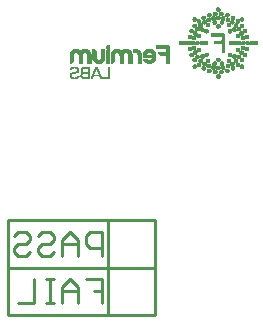
<source format=gbo>
G04*
G04 #@! TF.GenerationSoftware,Altium Limited,Altium Designer,23.10.1 (27)*
G04*
G04 Layer_Color=32896*
%FSLAX25Y25*%
%MOIN*%
G70*
G04*
G04 #@! TF.SameCoordinates,6BE5E326-444D-4DDB-8984-30915AB2A72B*
G04*
G04*
G04 #@! TF.FilePolarity,Positive*
G04*
G01*
G75*
%ADD14C,0.01000*%
%ADD65C,0.00025*%
D14*
X36252Y35252D02*
Y66748D01*
X2787Y51000D02*
X52000D01*
X2787Y66748D02*
X52000D01*
X2787Y35252D02*
Y66748D01*
Y35252D02*
X52000D01*
Y54937D01*
Y51000D02*
Y66748D01*
X28952Y47186D02*
X34284D01*
Y43188D01*
X31618D01*
X34284D01*
Y39189D01*
X26286D02*
Y44521D01*
X23620Y47186D01*
X20954Y44521D01*
Y39189D01*
Y43188D01*
X26286D01*
X18289Y47186D02*
X15623D01*
X16956D01*
Y39189D01*
X18289D01*
X15623D01*
X11624Y47186D02*
Y39189D01*
X6293D01*
X34284Y54937D02*
Y62934D01*
X30285D01*
X28952Y61602D01*
Y58936D01*
X30285Y57603D01*
X34284D01*
X26286Y54937D02*
Y60269D01*
X23620Y62934D01*
X20954Y60269D01*
Y54937D01*
Y58936D01*
X26286D01*
X12957Y61602D02*
X14290Y62934D01*
X16956D01*
X18289Y61602D01*
Y60269D01*
X16956Y58936D01*
X14290D01*
X12957Y57603D01*
Y56270D01*
X14290Y54937D01*
X16956D01*
X18289Y56270D01*
X4960Y61602D02*
X6293Y62934D01*
X8958D01*
X10291Y61602D01*
Y60269D01*
X8958Y58936D01*
X6293D01*
X4960Y57603D01*
Y56270D01*
X6293Y54937D01*
X8958D01*
X10291Y56270D01*
D65*
X72669Y137688D02*
X72944D01*
X72594Y137663D02*
X73019D01*
X72544Y137638D02*
X73069D01*
X72494Y137613D02*
X73119D01*
X72469Y137588D02*
X73144D01*
X72419Y137563D02*
X73194D01*
X72394Y137538D02*
X73219D01*
X72369Y137513D02*
X73244D01*
X72344Y137488D02*
X73269D01*
X72344Y137463D02*
X73294D01*
X72319Y137438D02*
X73294D01*
X72294Y137413D02*
X73319D01*
X72294Y137388D02*
X73319D01*
X72269Y137363D02*
X73344D01*
X72269Y137338D02*
X73344D01*
X72244Y137313D02*
X73369D01*
X72244Y137288D02*
X73369D01*
X72244Y137263D02*
X73369D01*
X72219Y137238D02*
X73394D01*
X72219Y137213D02*
X73394D01*
X72219Y137188D02*
X73394D01*
X72219Y137163D02*
X73394D01*
X72219Y137138D02*
X73394D01*
X72219Y137113D02*
X73394D01*
X72219Y137088D02*
X73394D01*
X72219Y137063D02*
X73394D01*
X72219Y137038D02*
X73394D01*
X72219Y137013D02*
X73394D01*
X72219Y136988D02*
X73394D01*
X72244Y136963D02*
X73369D01*
X72244Y136938D02*
X73369D01*
X72244Y136913D02*
X73369D01*
X72269Y136888D02*
X73344D01*
X72269Y136863D02*
X73344D01*
X72294Y136838D02*
X73319D01*
X72294Y136813D02*
X73319D01*
X72319Y136788D02*
X73294D01*
X72319Y136763D02*
X73294D01*
X72344Y136738D02*
X73269D01*
X72369Y136713D02*
X73244D01*
X72394Y136688D02*
X73219D01*
X72419Y136663D02*
X73194D01*
X72444Y136638D02*
X73169D01*
X72494Y136613D02*
X73119D01*
X72544Y136588D02*
X73094D01*
X72594Y136563D02*
X73019D01*
X72669Y136538D02*
X72944D01*
X73669Y136238D02*
X73969D01*
X71644D02*
X71944D01*
X73594Y136213D02*
X74044D01*
X71569D02*
X72019D01*
X73544Y136188D02*
X74094D01*
X71519D02*
X72069D01*
X73494Y136163D02*
X74144D01*
X71469D02*
X72119D01*
X73469Y136138D02*
X74194D01*
X71419D02*
X72144D01*
X73444Y136113D02*
X74219D01*
X71394D02*
X72169D01*
X73419Y136088D02*
X74244D01*
X71369D02*
X72194D01*
X73394Y136063D02*
X74269D01*
X71344D02*
X72219D01*
X73369Y136038D02*
X74294D01*
X71319D02*
X72244D01*
X73344Y136013D02*
X74294D01*
X71319D02*
X72269D01*
X73319Y135988D02*
X74319D01*
X71294D02*
X72294D01*
X73319Y135963D02*
X74344D01*
X71269D02*
X72294D01*
X73294Y135938D02*
X74344D01*
X71269D02*
X72319D01*
X73294Y135913D02*
X74369D01*
X71244D02*
X72319D01*
X73269Y135888D02*
X74369D01*
X71244D02*
X72344D01*
X73269Y135863D02*
X74394D01*
X71219D02*
X72344D01*
X73269Y135838D02*
X74394D01*
X71219D02*
X72344D01*
X75644Y135813D02*
X75969D01*
X73244D02*
X74394D01*
X71219D02*
X72369D01*
X69644D02*
X69969D01*
X75594Y135788D02*
X76044D01*
X73244D02*
X74394D01*
X71219D02*
X72369D01*
X69569D02*
X70019D01*
X75544Y135763D02*
X76094D01*
X73244D02*
X74419D01*
X71194D02*
X72369D01*
X69519D02*
X70069D01*
X75494Y135738D02*
X76144D01*
X73244D02*
X74419D01*
X71194D02*
X72369D01*
X69469D02*
X70119D01*
X75444Y135713D02*
X76169D01*
X73244D02*
X74419D01*
X71194D02*
X72369D01*
X69444D02*
X70169D01*
X75419Y135688D02*
X76219D01*
X73244D02*
X74419D01*
X71194D02*
X72369D01*
X69394D02*
X70194D01*
X75394Y135663D02*
X76244D01*
X73244D02*
X74419D01*
X71194D02*
X72369D01*
X69369D02*
X70219D01*
X75369Y135638D02*
X76269D01*
X73244D02*
X74419D01*
X71194D02*
X72369D01*
X69344D02*
X70244D01*
X75344Y135613D02*
X76269D01*
X73244D02*
X74419D01*
X71194D02*
X72369D01*
X69344D02*
X70269D01*
X75344Y135588D02*
X76294D01*
X73244D02*
X74419D01*
X71194D02*
X72369D01*
X69319D02*
X70269D01*
X75319Y135563D02*
X76319D01*
X73244D02*
X74394D01*
X71219D02*
X72369D01*
X69294D02*
X70294D01*
X75294Y135538D02*
X76319D01*
X73244D02*
X74394D01*
X71219D02*
X72369D01*
X69294D02*
X70319D01*
X75294Y135513D02*
X76344D01*
X73244D02*
X74394D01*
X71219D02*
X72369D01*
X69269D02*
X70319D01*
X75269Y135488D02*
X76344D01*
X73269D02*
X74394D01*
X71219D02*
X72344D01*
X69269D02*
X70344D01*
X75269Y135463D02*
X76369D01*
X73269D02*
X74369D01*
X71244D02*
X72344D01*
X69244D02*
X70344D01*
X75269Y135438D02*
X76369D01*
X73269D02*
X74369D01*
X71244D02*
X72344D01*
X69244D02*
X70344D01*
X75244Y135413D02*
X76394D01*
X73294D02*
X74369D01*
X71244D02*
X72319D01*
X69219D02*
X70369D01*
X75244Y135388D02*
X76394D01*
X73294D02*
X74344D01*
X71269D02*
X72319D01*
X69219D02*
X70369D01*
X75244Y135363D02*
X76394D01*
X73319D02*
X74344D01*
X71294D02*
X72294D01*
X69219D02*
X70369D01*
X75244Y135338D02*
X76394D01*
X73344D02*
X74319D01*
X71294D02*
X72269D01*
X69219D02*
X70369D01*
X75219Y135313D02*
X76394D01*
X73344D02*
X74294D01*
X71319D02*
X72269D01*
X69219D02*
X70394D01*
X75219Y135288D02*
X76394D01*
X73369D02*
X74269D01*
X71344D02*
X72244D01*
X69219D02*
X70394D01*
X75219Y135263D02*
X76419D01*
X73394D02*
X74244D01*
X71369D02*
X72219D01*
X69194D02*
X70394D01*
X75219Y135238D02*
X76419D01*
X73419D02*
X74219D01*
X71394D02*
X72194D01*
X69194D02*
X70394D01*
X75219Y135213D02*
X76419D01*
X73444D02*
X74194D01*
X71419D02*
X72169D01*
X69219D02*
X70394D01*
X75219Y135188D02*
X76394D01*
X73469D02*
X74169D01*
X71444D02*
X72144D01*
X69219D02*
X70394D01*
X75219Y135163D02*
X76394D01*
X73519D02*
X74144D01*
X71469D02*
X72094D01*
X69219D02*
X70394D01*
X75244Y135138D02*
X76394D01*
X73569D02*
X74094D01*
X71519D02*
X72044D01*
X69219D02*
X70369D01*
X75244Y135113D02*
X76394D01*
X73619D02*
X74019D01*
X71594D02*
X71994D01*
X69219D02*
X70369D01*
X75244Y135088D02*
X76394D01*
X73694D02*
X73944D01*
X71669D02*
X71919D01*
X69219D02*
X70369D01*
X75244Y135063D02*
X76369D01*
X69244D02*
X70369D01*
X75269Y135038D02*
X76369D01*
X69244D02*
X70344D01*
X75269Y135013D02*
X76369D01*
X69244D02*
X70344D01*
X77519Y134988D02*
X77819D01*
X75294D02*
X76344D01*
X69269D02*
X70319D01*
X67794D02*
X68094D01*
X77444Y134963D02*
X77894D01*
X75294D02*
X76344D01*
X69269D02*
X70319D01*
X67719D02*
X68169D01*
X77394Y134938D02*
X77944D01*
X75319D02*
X76319D01*
X69294D02*
X70294D01*
X67669D02*
X68219D01*
X77344Y134913D02*
X77994D01*
X75319D02*
X76294D01*
X72719D02*
X72894D01*
X69319D02*
X70294D01*
X67619D02*
X68269D01*
X77319Y134888D02*
X78044D01*
X75344D02*
X76294D01*
X72619D02*
X72994D01*
X69319D02*
X70269D01*
X67569D02*
X68294D01*
X77294Y134863D02*
X78069D01*
X75369D02*
X76269D01*
X72544D02*
X73069D01*
X69344D02*
X70244D01*
X67544D02*
X68319D01*
X77269Y134838D02*
X78094D01*
X75394D02*
X76244D01*
X72494D02*
X73119D01*
X69369D02*
X70219D01*
X67519D02*
X68344D01*
X77244Y134813D02*
X78119D01*
X75419D02*
X76219D01*
X72469D02*
X73144D01*
X69394D02*
X70194D01*
X67494D02*
X68369D01*
X77219Y134788D02*
X78144D01*
X75444D02*
X76194D01*
X72444D02*
X73169D01*
X69419D02*
X70169D01*
X67469D02*
X68394D01*
X77194Y134763D02*
X78144D01*
X75469D02*
X76169D01*
X72394D02*
X73219D01*
X69444D02*
X70144D01*
X67469D02*
X68419D01*
X77169Y134738D02*
X78169D01*
X75519D02*
X76119D01*
X74269D02*
X74594D01*
X72369D02*
X73244D01*
X71019D02*
X71344D01*
X69494D02*
X70094D01*
X67444D02*
X68444D01*
X77169Y134713D02*
X78194D01*
X75544D02*
X76069D01*
X74194D02*
X74669D01*
X72344D02*
X73269D01*
X70944D02*
X71419D01*
X69544D02*
X70069D01*
X67419D02*
X68444D01*
X77144Y134688D02*
X78194D01*
X75619D02*
X76019D01*
X74144D02*
X74719D01*
X72344D02*
X73269D01*
X70894D02*
X71469D01*
X69594D02*
X69994D01*
X67419D02*
X68469D01*
X77144Y134663D02*
X78219D01*
X75719D02*
X75919D01*
X74119D02*
X74769D01*
X72319D02*
X73294D01*
X70844D02*
X71494D01*
X69694D02*
X69894D01*
X67394D02*
X68469D01*
X77119Y134638D02*
X78219D01*
X74069D02*
X74794D01*
X72294D02*
X73319D01*
X70819D02*
X71544D01*
X67394D02*
X68494D01*
X77119Y134613D02*
X78244D01*
X74044D02*
X74819D01*
X72294D02*
X73319D01*
X70794D02*
X71569D01*
X67369D02*
X68494D01*
X77119Y134588D02*
X78244D01*
X74019D02*
X74844D01*
X72269D02*
X73344D01*
X70769D02*
X71594D01*
X67369D02*
X68494D01*
X77094Y134563D02*
X78244D01*
X73994D02*
X74869D01*
X72269D02*
X73344D01*
X70744D02*
X71619D01*
X67369D02*
X68519D01*
X77094Y134538D02*
X78244D01*
X73969D02*
X74894D01*
X72244D02*
X73369D01*
X70719D02*
X71644D01*
X67369D02*
X68519D01*
X77094Y134513D02*
X78269D01*
X73944D02*
X74919D01*
X72244D02*
X73369D01*
X70694D02*
X71669D01*
X67344D02*
X68519D01*
X77094Y134488D02*
X78269D01*
X73944D02*
X74944D01*
X72244D02*
X73369D01*
X70669D02*
X71669D01*
X67344D02*
X68519D01*
X77094Y134463D02*
X78269D01*
X73919D02*
X74944D01*
X72219D02*
X73394D01*
X70669D02*
X71694D01*
X67344D02*
X68519D01*
X80594Y134438D02*
X80769D01*
X77094D02*
X78269D01*
X73919D02*
X74969D01*
X72219D02*
X73394D01*
X70644D02*
X71694D01*
X67344D02*
X68519D01*
X64869D02*
X65019D01*
X80494Y134413D02*
X80869D01*
X77094D02*
X78269D01*
X73894D02*
X74969D01*
X72219D02*
X73394D01*
X70644D02*
X71719D01*
X67344D02*
X68519D01*
X64744D02*
X65119D01*
X80419Y134388D02*
X80919D01*
X77094D02*
X78269D01*
X73894D02*
X74994D01*
X72219D02*
X73394D01*
X70619D02*
X71719D01*
X67344D02*
X68519D01*
X64694D02*
X65194D01*
X80369Y134363D02*
X80969D01*
X77094D02*
X78269D01*
X73869D02*
X74994D01*
X72219D02*
X73394D01*
X70619D02*
X71744D01*
X67344D02*
X68519D01*
X64644D02*
X65244D01*
X80344Y134338D02*
X81019D01*
X77094D02*
X78269D01*
X73869D02*
X74994D01*
X72219D02*
X73394D01*
X70619D02*
X71744D01*
X67344D02*
X68519D01*
X64594D02*
X65269D01*
X80294Y134313D02*
X81044D01*
X77094D02*
X78269D01*
X73869D02*
X75019D01*
X72219D02*
X73394D01*
X70594D02*
X71744D01*
X67344D02*
X68519D01*
X64569D02*
X65319D01*
X80269Y134288D02*
X81069D01*
X77094D02*
X78244D01*
X73844D02*
X75019D01*
X72219D02*
X73394D01*
X70594D02*
X71769D01*
X67369D02*
X68519D01*
X64544D02*
X65344D01*
X80244Y134263D02*
X81094D01*
X77094D02*
X78244D01*
X75844D02*
X76169D01*
X73844D02*
X75019D01*
X72219D02*
X73394D01*
X70594D02*
X71769D01*
X69444D02*
X69769D01*
X67369D02*
X68519D01*
X64519D02*
X65369D01*
X80219Y134238D02*
X81119D01*
X77119D02*
X78244D01*
X75769D02*
X76244D01*
X73844D02*
X75019D01*
X72219D02*
X73394D01*
X70594D02*
X71769D01*
X69369D02*
X69844D01*
X67369D02*
X68494D01*
X64494D02*
X65394D01*
X80219Y134213D02*
X81144D01*
X77119D02*
X78244D01*
X75719D02*
X76294D01*
X73844D02*
X75019D01*
X72219D02*
X73394D01*
X70594D02*
X71769D01*
X69319D02*
X69894D01*
X67394D02*
X68494D01*
X64469D02*
X65394D01*
X80194Y134188D02*
X81169D01*
X77119D02*
X78219D01*
X75669D02*
X76319D01*
X73844D02*
X75019D01*
X72244D02*
X73369D01*
X70594D02*
X71769D01*
X69294D02*
X69944D01*
X67394D02*
X68494D01*
X64444D02*
X65419D01*
X80169Y134163D02*
X81169D01*
X77144D02*
X78219D01*
X75644D02*
X76369D01*
X73844D02*
X75019D01*
X72244D02*
X73369D01*
X70594D02*
X71769D01*
X69244D02*
X69969D01*
X67394D02*
X68469D01*
X64444D02*
X65444D01*
X80169Y134138D02*
X81194D01*
X77144D02*
X78194D01*
X75619D02*
X76394D01*
X73844D02*
X75019D01*
X72244D02*
X73369D01*
X70594D02*
X71769D01*
X69219D02*
X69994D01*
X67419D02*
X68469D01*
X64419D02*
X65444D01*
X80144Y134113D02*
X81219D01*
X77169D02*
X78194D01*
X75594D02*
X76419D01*
X73844D02*
X75019D01*
X72269D02*
X73369D01*
X70594D02*
X71769D01*
X69194D02*
X70019D01*
X67419D02*
X68444D01*
X64394D02*
X65469D01*
X80144Y134088D02*
X81219D01*
X77194D02*
X78169D01*
X75569D02*
X76444D01*
X73844D02*
X75019D01*
X72269D02*
X73344D01*
X70594D02*
X71769D01*
X69169D02*
X70044D01*
X67444D02*
X68419D01*
X64394D02*
X65469D01*
X80119Y134063D02*
X81219D01*
X77194D02*
X78144D01*
X75544D02*
X76469D01*
X73844D02*
X75019D01*
X72269D02*
X73344D01*
X70594D02*
X71769D01*
X69144D02*
X70069D01*
X67469D02*
X68419D01*
X64394D02*
X65494D01*
X80119Y134038D02*
X81244D01*
X77219D02*
X78119D01*
X75519D02*
X76494D01*
X73869D02*
X75019D01*
X72294D02*
X73319D01*
X70594D02*
X71744D01*
X69119D02*
X70094D01*
X67494D02*
X68394D01*
X64369D02*
X65494D01*
X80119Y134013D02*
X81244D01*
X77244D02*
X78119D01*
X75494D02*
X76494D01*
X73869D02*
X74994D01*
X72319D02*
X73294D01*
X70619D02*
X71744D01*
X69119D02*
X70119D01*
X67494D02*
X68369D01*
X64369D02*
X65519D01*
X80094Y133988D02*
X81244D01*
X77269D02*
X78094D01*
X75494D02*
X76519D01*
X73869D02*
X74994D01*
X72319D02*
X73294D01*
X70619D02*
X71744D01*
X69094D02*
X70119D01*
X67519D02*
X68344D01*
X64369D02*
X65519D01*
X80094Y133963D02*
X81269D01*
X77294D02*
X78044D01*
X75469D02*
X76519D01*
X73869D02*
X74994D01*
X72344D02*
X73269D01*
X70619D02*
X71744D01*
X69094D02*
X70144D01*
X67569D02*
X68319D01*
X64344D02*
X65519D01*
X80094Y133938D02*
X81269D01*
X77319D02*
X78019D01*
X75469D02*
X76544D01*
X73894D02*
X74969D01*
X72369D02*
X73244D01*
X70644D02*
X71719D01*
X69069D02*
X70144D01*
X67594D02*
X68294D01*
X64344D02*
X65519D01*
X80094Y133913D02*
X81269D01*
X77369D02*
X77994D01*
X75444D02*
X76544D01*
X73894D02*
X74969D01*
X72394D02*
X73219D01*
X70644D02*
X71719D01*
X69069D02*
X70169D01*
X67619D02*
X68244D01*
X64344D02*
X65519D01*
X80094Y133888D02*
X81269D01*
X77419D02*
X77944D01*
X75444D02*
X76569D01*
X73919D02*
X74944D01*
X72419D02*
X73194D01*
X70669D02*
X71694D01*
X69044D02*
X70169D01*
X67669D02*
X68194D01*
X64344D02*
X65519D01*
X80094Y133863D02*
X81269D01*
X77469D02*
X77894D01*
X75444D02*
X76569D01*
X73919D02*
X74944D01*
X72444D02*
X73169D01*
X70669D02*
X71694D01*
X69044D02*
X70169D01*
X67719D02*
X68144D01*
X64344D02*
X65519D01*
X80094Y133838D02*
X81269D01*
X77544D02*
X77794D01*
X75419D02*
X76569D01*
X73944D02*
X74919D01*
X72469D02*
X73144D01*
X70694D02*
X71669D01*
X69044D02*
X70194D01*
X67819D02*
X68069D01*
X64344D02*
X65519D01*
X80094Y133813D02*
X81269D01*
X75419D02*
X76569D01*
X73969D02*
X74919D01*
X72519D02*
X73094D01*
X70694D02*
X71644D01*
X69044D02*
X70194D01*
X64344D02*
X65519D01*
X80094Y133788D02*
X81269D01*
X79169D02*
X79494D01*
X75419D02*
X76594D01*
X73994D02*
X74894D01*
X72569D02*
X73044D01*
X70719D02*
X71619D01*
X69019D02*
X70194D01*
X66119D02*
X66444D01*
X64344D02*
X65519D01*
X80094Y133763D02*
X81269D01*
X79094D02*
X79569D01*
X75419D02*
X76594D01*
X73994D02*
X74869D01*
X72644D02*
X72969D01*
X70744D02*
X71619D01*
X69019D02*
X70194D01*
X66044D02*
X66519D01*
X64344D02*
X65519D01*
X80094Y133738D02*
X81269D01*
X79044D02*
X79619D01*
X75419D02*
X76594D01*
X74019D02*
X74844D01*
X70769D02*
X71594D01*
X69019D02*
X70194D01*
X65994D02*
X66569D01*
X64344D02*
X65519D01*
X80094Y133713D02*
X81244D01*
X78994D02*
X79644D01*
X75419D02*
X76594D01*
X74069D02*
X74819D01*
X70794D02*
X71544D01*
X69019D02*
X70194D01*
X65969D02*
X66619D01*
X64369D02*
X65519D01*
X80119Y133688D02*
X81244D01*
X78969D02*
X79694D01*
X75419D02*
X76594D01*
X74094D02*
X74769D01*
X70844D02*
X71519D01*
X69019D02*
X70194D01*
X65919D02*
X66644D01*
X64369D02*
X65494D01*
X80119Y133663D02*
X81244D01*
X78919D02*
X79719D01*
X75419D02*
X76594D01*
X74119D02*
X74744D01*
X70869D02*
X71494D01*
X69019D02*
X70194D01*
X65894D02*
X66694D01*
X64369D02*
X65494D01*
X80119Y133638D02*
X81219D01*
X78894D02*
X79744D01*
X75419D02*
X76594D01*
X74169D02*
X74694D01*
X70919D02*
X71444D01*
X69019D02*
X70194D01*
X65869D02*
X66719D01*
X64394D02*
X65494D01*
X80144Y133613D02*
X81219D01*
X78869D02*
X79769D01*
X75419D02*
X76594D01*
X74244D02*
X74644D01*
X70969D02*
X71369D01*
X69019D02*
X70194D01*
X65844D02*
X66744D01*
X64394D02*
X65469D01*
X80144Y133588D02*
X81194D01*
X78869D02*
X79794D01*
X75419D02*
X76594D01*
X74319D02*
X74544D01*
X71069D02*
X71294D01*
X69019D02*
X70194D01*
X65819D02*
X66744D01*
X64419D02*
X65469D01*
X80169Y133563D02*
X81194D01*
X78844D02*
X79794D01*
X75419D02*
X76569D01*
X69044D02*
X70194D01*
X65819D02*
X66769D01*
X64419D02*
X65444D01*
X80169Y133538D02*
X81169D01*
X78819D02*
X79819D01*
X75419D02*
X76569D01*
X69044D02*
X70194D01*
X65794D02*
X66794D01*
X64444D02*
X65444D01*
X80194Y133513D02*
X81169D01*
X78819D02*
X79844D01*
X77394D02*
X77494D01*
X75444D02*
X76569D01*
X69044D02*
X70169D01*
X68119D02*
X68219D01*
X65769D02*
X66794D01*
X64444D02*
X65419D01*
X80219Y133488D02*
X81144D01*
X78794D02*
X79844D01*
X77269D02*
X77619D01*
X75444D02*
X76544D01*
X69069D02*
X70169D01*
X67994D02*
X68344D01*
X65769D02*
X66819D01*
X64469D02*
X65394D01*
X80244Y133463D02*
X81119D01*
X78794D02*
X79869D01*
X77194D02*
X77694D01*
X75444D02*
X76544D01*
X69069D02*
X70169D01*
X67919D02*
X68419D01*
X65744D02*
X66819D01*
X64494D02*
X65394D01*
X80244Y133438D02*
X81094D01*
X78769D02*
X79869D01*
X77144D02*
X77744D01*
X75469D02*
X76544D01*
X69069D02*
X70144D01*
X67869D02*
X68469D01*
X65744D02*
X66844D01*
X64519D02*
X65369D01*
X80269Y133413D02*
X81069D01*
X78769D02*
X79894D01*
X77119D02*
X77769D01*
X75469D02*
X76519D01*
X73894D02*
X74119D01*
X71494D02*
X71719D01*
X69094D02*
X70144D01*
X67844D02*
X68494D01*
X65744D02*
X66844D01*
X64544D02*
X65344D01*
X80319Y133388D02*
X81044D01*
X78744D02*
X79894D01*
X77069D02*
X77819D01*
X75494D02*
X76519D01*
X73819D02*
X74219D01*
X71394D02*
X71794D01*
X69119D02*
X70119D01*
X67794D02*
X68544D01*
X65719D02*
X66869D01*
X64569D02*
X65294D01*
X80344Y133363D02*
X81019D01*
X78744D02*
X79894D01*
X77044D02*
X77844D01*
X75519D02*
X76494D01*
X73744D02*
X74269D01*
X71344D02*
X71869D01*
X69119D02*
X70094D01*
X67769D02*
X68569D01*
X65719D02*
X66869D01*
X64594D02*
X65269D01*
X80394Y133338D02*
X80969D01*
X78744D02*
X79894D01*
X77019D02*
X77869D01*
X75519D02*
X76469D01*
X73719D02*
X74319D01*
X71294D02*
X71919D01*
X69144D02*
X70094D01*
X67744D02*
X68594D01*
X65719D02*
X66869D01*
X64644D02*
X65219D01*
X80444Y133313D02*
X80919D01*
X78744D02*
X79919D01*
X76994D02*
X77894D01*
X75544D02*
X76444D01*
X73669D02*
X74369D01*
X71244D02*
X71944D01*
X69169D02*
X70069D01*
X67719D02*
X68619D01*
X65719D02*
X66869D01*
X64694D02*
X65169D01*
X80494Y133288D02*
X80844D01*
X78744D02*
X79919D01*
X76969D02*
X77919D01*
X75569D02*
X76419D01*
X73644D02*
X74394D01*
X71219D02*
X71969D01*
X69194D02*
X70044D01*
X67694D02*
X68644D01*
X65694D02*
X66869D01*
X64769D02*
X65119D01*
X80644Y133263D02*
X80719D01*
X78744D02*
X79919D01*
X76969D02*
X77919D01*
X75594D02*
X76394D01*
X73619D02*
X74419D01*
X71194D02*
X71994D01*
X69219D02*
X70019D01*
X67694D02*
X68644D01*
X65694D02*
X66869D01*
X64894D02*
X64969D01*
X78744Y133238D02*
X79919D01*
X76944D02*
X77944D01*
X75619D02*
X76369D01*
X73594D02*
X74444D01*
X71169D02*
X72019D01*
X69244D02*
X69994D01*
X67669D02*
X68669D01*
X65694D02*
X66894D01*
X78744Y133213D02*
X79919D01*
X76919D02*
X77969D01*
X75669D02*
X76344D01*
X73569D02*
X74469D01*
X71144D02*
X72044D01*
X69269D02*
X69944D01*
X67644D02*
X68694D01*
X65694D02*
X66894D01*
X78744Y133188D02*
X79919D01*
X76919D02*
X77969D01*
X75694D02*
X76294D01*
X73544D02*
X74494D01*
X71119D02*
X72069D01*
X69319D02*
X69919D01*
X67644D02*
X68694D01*
X65694D02*
X66869D01*
X78744Y133163D02*
X79919D01*
X76894D02*
X77994D01*
X75744D02*
X76269D01*
X73519D02*
X74494D01*
X71119D02*
X72094D01*
X69344D02*
X69869D01*
X67619D02*
X68719D01*
X65694D02*
X66869D01*
X78744Y133138D02*
X79919D01*
X76894D02*
X77994D01*
X75794D02*
X76194D01*
X73519D02*
X74519D01*
X71094D02*
X72094D01*
X69419D02*
X69819D01*
X67619D02*
X68719D01*
X65694D02*
X66869D01*
X78744Y133113D02*
X79894D01*
X76894D02*
X77994D01*
X75894D02*
X76119D01*
X73494D02*
X74544D01*
X71069D02*
X72119D01*
X69519D02*
X69719D01*
X67619D02*
X68719D01*
X65719D02*
X66869D01*
X78744Y133088D02*
X79894D01*
X76869D02*
X78019D01*
X73469D02*
X74544D01*
X71069D02*
X72144D01*
X67594D02*
X68744D01*
X65719D02*
X66869D01*
X78744Y133063D02*
X79894D01*
X76869D02*
X78019D01*
X73469D02*
X74569D01*
X71044D02*
X72144D01*
X67594D02*
X68744D01*
X65719D02*
X66869D01*
X78769Y133038D02*
X79894D01*
X76869D02*
X78019D01*
X73469D02*
X74569D01*
X71044D02*
X72144D01*
X67594D02*
X68744D01*
X65719D02*
X66844D01*
X78769Y133013D02*
X79869D01*
X76869D02*
X78019D01*
X73444D02*
X74569D01*
X71044D02*
X72169D01*
X67594D02*
X68744D01*
X65744D02*
X66844D01*
X78769Y132988D02*
X79869D01*
X76844D02*
X78044D01*
X73444D02*
X74594D01*
X71019D02*
X72169D01*
X67569D02*
X68769D01*
X65744D02*
X66844D01*
X78794Y132963D02*
X79844D01*
X76844D02*
X78044D01*
X73444D02*
X74594D01*
X71019D02*
X72169D01*
X67569D02*
X68769D01*
X65769D02*
X66819D01*
X78794Y132938D02*
X79844D01*
X76844D02*
X78044D01*
X73444D02*
X74594D01*
X71019D02*
X72169D01*
X67569D02*
X68769D01*
X65769D02*
X66819D01*
X78819Y132913D02*
X79819D01*
X76844D02*
X78044D01*
X73419D02*
X74594D01*
X71019D02*
X72194D01*
X67569D02*
X68769D01*
X65794D02*
X66794D01*
X78844Y132888D02*
X79819D01*
X76844D02*
X78044D01*
X73419D02*
X74594D01*
X71019D02*
X72194D01*
X67569D02*
X68769D01*
X65794D02*
X66769D01*
X78844Y132863D02*
X79794D01*
X76844D02*
X78044D01*
X73419D02*
X74594D01*
X71019D02*
X72194D01*
X67569D02*
X68769D01*
X65819D02*
X66769D01*
X78869Y132838D02*
X79769D01*
X76869D02*
X78019D01*
X73419D02*
X74594D01*
X71019D02*
X72194D01*
X67594D02*
X68744D01*
X65844D02*
X66744D01*
X78894Y132813D02*
X79744D01*
X76869D02*
X78019D01*
X73419D02*
X74594D01*
X71019D02*
X72194D01*
X67594D02*
X68744D01*
X65869D02*
X66719D01*
X78919Y132788D02*
X79719D01*
X76869D02*
X78019D01*
X73419D02*
X74594D01*
X71019D02*
X72194D01*
X67594D02*
X68744D01*
X65894D02*
X66694D01*
X78944Y132763D02*
X79694D01*
X76869D02*
X78019D01*
X73419D02*
X74594D01*
X71019D02*
X72194D01*
X67594D02*
X68744D01*
X65919D02*
X66669D01*
X78969Y132738D02*
X79669D01*
X76894D02*
X77994D01*
X73419D02*
X74594D01*
X71019D02*
X72194D01*
X67619D02*
X68719D01*
X65944D02*
X66644D01*
X79019Y132713D02*
X79619D01*
X76894D02*
X77994D01*
X73444D02*
X74594D01*
X71019D02*
X72169D01*
X67619D02*
X68719D01*
X65994D02*
X66594D01*
X79069Y132688D02*
X79594D01*
X76894D02*
X77994D01*
X73444D02*
X74594D01*
X71019D02*
X72169D01*
X67619D02*
X68719D01*
X66044D02*
X66544D01*
X79119Y132663D02*
X79519D01*
X76919D02*
X77969D01*
X73444D02*
X74569D01*
X71044D02*
X72169D01*
X67644D02*
X68694D01*
X66094D02*
X66494D01*
X79219Y132638D02*
X79419D01*
X76919D02*
X77969D01*
X73444D02*
X74569D01*
X71044D02*
X72169D01*
X67644D02*
X68694D01*
X66194D02*
X66394D01*
X76944Y132613D02*
X77944D01*
X73469D02*
X74569D01*
X71044D02*
X72144D01*
X67669D02*
X68669D01*
X76969Y132588D02*
X77919D01*
X76169D02*
X76394D01*
X73469D02*
X74544D01*
X71069D02*
X72144D01*
X69219D02*
X69444D01*
X67694D02*
X68669D01*
X76969Y132563D02*
X77919D01*
X76094D02*
X76494D01*
X73494D02*
X74544D01*
X71069D02*
X72119D01*
X69119D02*
X69519D01*
X67694D02*
X68644D01*
X76994Y132538D02*
X77894D01*
X76019D02*
X76544D01*
X73494D02*
X74519D01*
X71094D02*
X72119D01*
X69069D02*
X69594D01*
X67719D02*
X68619D01*
X77019Y132513D02*
X77869D01*
X75969D02*
X76594D01*
X73519D02*
X74519D01*
X71094D02*
X72094D01*
X69019D02*
X69644D01*
X67744D02*
X68594D01*
X77044Y132488D02*
X77844D01*
X75944D02*
X76619D01*
X73544D02*
X74494D01*
X71119D02*
X72069D01*
X68994D02*
X69669D01*
X67769D02*
X68569D01*
X78594Y132463D02*
X78844D01*
X77069D02*
X77819D01*
X75919D02*
X76669D01*
X73544D02*
X74469D01*
X71144D02*
X72069D01*
X68944D02*
X69694D01*
X67794D02*
X68544D01*
X66769D02*
X67019D01*
X78494Y132438D02*
X78919D01*
X77094D02*
X77794D01*
X75869D02*
X76694D01*
X73569D02*
X74444D01*
X71169D02*
X72044D01*
X68919D02*
X69744D01*
X67819D02*
X68519D01*
X66694D02*
X67119D01*
X78444Y132413D02*
X78969D01*
X77144D02*
X77744D01*
X75844D02*
X76719D01*
X73594D02*
X74419D01*
X71194D02*
X72019D01*
X68894D02*
X69769D01*
X67869D02*
X68469D01*
X66644D02*
X67169D01*
X78394Y132388D02*
X79019D01*
X77194D02*
X77694D01*
X75844D02*
X76744D01*
X73619D02*
X74394D01*
X71219D02*
X71994D01*
X68869D02*
X69769D01*
X67919D02*
X68419D01*
X66594D02*
X67219D01*
X78369Y132363D02*
X79069D01*
X77244D02*
X77644D01*
X75819D02*
X76769D01*
X73644D02*
X74369D01*
X71244D02*
X71969D01*
X68844D02*
X69794D01*
X67969D02*
X68369D01*
X66544D02*
X67244D01*
X78319Y132338D02*
X79094D01*
X77369D02*
X77519D01*
X75794D02*
X76769D01*
X73694D02*
X74344D01*
X71269D02*
X71919D01*
X68844D02*
X69819D01*
X68094D02*
X68244D01*
X66519D02*
X67294D01*
X78294Y132313D02*
X79119D01*
X75769D02*
X76794D01*
X73744D02*
X74294D01*
X71319D02*
X71869D01*
X68819D02*
X69844D01*
X66494D02*
X67319D01*
X80569Y132288D02*
X80794D01*
X78269D02*
X79144D01*
X75769D02*
X76794D01*
X73794D02*
X74244D01*
X71369D02*
X71819D01*
X68819D02*
X69844D01*
X66469D02*
X67344D01*
X64819D02*
X65044D01*
X80494Y132263D02*
X80894D01*
X78244D02*
X79169D01*
X75744D02*
X76819D01*
X73869D02*
X74169D01*
X71444D02*
X71744D01*
X68794D02*
X69869D01*
X66444D02*
X67369D01*
X64719D02*
X65119D01*
X80419Y132238D02*
X80944D01*
X78244D02*
X79194D01*
X75744D02*
X76819D01*
X68794D02*
X69869D01*
X66419D02*
X67369D01*
X64669D02*
X65194D01*
X80369Y132213D02*
X80994D01*
X78219D02*
X79194D01*
X75719D02*
X76844D01*
X68769D02*
X69894D01*
X66419D02*
X67394D01*
X64619D02*
X65244D01*
X80344Y132188D02*
X81019D01*
X78194D02*
X79219D01*
X75719D02*
X76844D01*
X68769D02*
X69894D01*
X66394D02*
X67419D01*
X64594D02*
X65269D01*
X80319Y132163D02*
X81069D01*
X78194D02*
X79219D01*
X75719D02*
X76844D01*
X68769D02*
X69894D01*
X66394D02*
X67419D01*
X64544D02*
X65294D01*
X80269Y132138D02*
X81094D01*
X78169D02*
X79244D01*
X75719D02*
X76869D01*
X72794D02*
X72819D01*
X68744D02*
X69894D01*
X66369D02*
X67444D01*
X64519D02*
X65344D01*
X80244Y132113D02*
X81119D01*
X78169D02*
X79244D01*
X75694D02*
X76869D01*
X72644D02*
X72969D01*
X68744D02*
X69919D01*
X66369D02*
X67444D01*
X64494D02*
X65369D01*
X80244Y132088D02*
X81144D01*
X78144D02*
X79269D01*
X75694D02*
X76869D01*
X72569D02*
X73044D01*
X68744D02*
X69919D01*
X66344D02*
X67469D01*
X64469D02*
X65369D01*
X80219Y132063D02*
X81169D01*
X78144D02*
X79269D01*
X75694D02*
X76869D01*
X72519D02*
X73094D01*
X68744D02*
X69919D01*
X66344D02*
X67469D01*
X64444D02*
X65394D01*
X80194Y132038D02*
X81169D01*
X78144D02*
X79269D01*
X75694D02*
X76869D01*
X72469D02*
X73144D01*
X68744D02*
X69919D01*
X66344D02*
X67469D01*
X64444D02*
X65419D01*
X80169Y132013D02*
X81194D01*
X78144D02*
X79294D01*
X75694D02*
X76869D01*
X72444D02*
X73169D01*
X68744D02*
X69919D01*
X66319D02*
X67494D01*
X64419D02*
X65444D01*
X80169Y131988D02*
X81194D01*
X78119D02*
X79294D01*
X75694D02*
X76869D01*
X72419D02*
X73194D01*
X68744D02*
X69919D01*
X66319D02*
X67494D01*
X64419D02*
X65444D01*
X80144Y131963D02*
X81219D01*
X78119D02*
X79294D01*
X75694D02*
X76869D01*
X72394D02*
X73219D01*
X68744D02*
X69919D01*
X66319D02*
X67494D01*
X64394D02*
X65469D01*
X80144Y131938D02*
X81219D01*
X78119D02*
X79294D01*
X75694D02*
X76869D01*
X72369D02*
X73244D01*
X68744D02*
X69919D01*
X66319D02*
X67494D01*
X64394D02*
X65469D01*
X80119Y131913D02*
X81244D01*
X78119D02*
X79294D01*
X75694D02*
X76869D01*
X72344D02*
X73269D01*
X68744D02*
X69919D01*
X66319D02*
X67494D01*
X64369D02*
X65494D01*
X80119Y131888D02*
X81244D01*
X78119D02*
X79294D01*
X75694D02*
X76869D01*
X72319D02*
X73294D01*
X68744D02*
X69919D01*
X66319D02*
X67494D01*
X64369D02*
X65494D01*
X80119Y131863D02*
X81244D01*
X78119D02*
X79294D01*
X75719D02*
X76869D01*
X72319D02*
X73319D01*
X68744D02*
X69894D01*
X66319D02*
X67494D01*
X64369D02*
X65494D01*
X80119Y131838D02*
X81269D01*
X78119D02*
X79294D01*
X75719D02*
X76844D01*
X72294D02*
X73319D01*
X68769D02*
X69894D01*
X66319D02*
X67494D01*
X64344D02*
X65494D01*
X80094Y131813D02*
X81269D01*
X78119D02*
X79294D01*
X75719D02*
X76844D01*
X72269D02*
X73344D01*
X68769D02*
X69894D01*
X66319D02*
X67494D01*
X64344D02*
X65519D01*
X80094Y131788D02*
X81269D01*
X78119D02*
X79294D01*
X75744D02*
X76844D01*
X72269D02*
X73344D01*
X68769D02*
X69869D01*
X66319D02*
X67494D01*
X64344D02*
X65519D01*
X80094Y131763D02*
X81269D01*
X78119D02*
X79294D01*
X75744D02*
X76819D01*
X72244D02*
X73369D01*
X68794D02*
X69869D01*
X66319D02*
X67494D01*
X64344D02*
X65519D01*
X80094Y131738D02*
X81269D01*
X78144D02*
X79294D01*
X75769D02*
X76819D01*
X72244D02*
X73369D01*
X68794D02*
X69844D01*
X66344D02*
X67469D01*
X64344D02*
X65519D01*
X80094Y131713D02*
X81269D01*
X78144D02*
X79269D01*
X75769D02*
X76794D01*
X72244D02*
X73369D01*
X68819D02*
X69844D01*
X66344D02*
X67469D01*
X64344D02*
X65519D01*
X80094Y131688D02*
X81269D01*
X78144D02*
X79269D01*
X75794D02*
X76794D01*
X72244D02*
X73369D01*
X68844D02*
X69819D01*
X66344D02*
X67469D01*
X64344D02*
X65519D01*
X80094Y131663D02*
X81269D01*
X78169D02*
X79269D01*
X75794D02*
X76769D01*
X72219D02*
X73394D01*
X68844D02*
X69819D01*
X66344D02*
X67444D01*
X64344D02*
X65519D01*
X80094Y131638D02*
X81269D01*
X78169D02*
X79244D01*
X75819D02*
X76744D01*
X72219D02*
X73394D01*
X68869D02*
X69794D01*
X66369D02*
X67444D01*
X64344D02*
X65519D01*
X80094Y131613D02*
X81269D01*
X78194D02*
X79244D01*
X75844D02*
X76719D01*
X72219D02*
X73394D01*
X68894D02*
X69769D01*
X66369D02*
X67419D01*
X64344D02*
X65519D01*
X80094Y131588D02*
X81269D01*
X78194D02*
X79219D01*
X75869D02*
X76694D01*
X72219D02*
X73394D01*
X68919D02*
X69744D01*
X66394D02*
X67419D01*
X64344D02*
X65519D01*
X80119Y131563D02*
X81269D01*
X78219D02*
X79194D01*
X75894D02*
X76669D01*
X72219D02*
X73394D01*
X68944D02*
X69719D01*
X66419D02*
X67394D01*
X64344D02*
X65494D01*
X80119Y131538D02*
X81244D01*
X78219D02*
X79194D01*
X75919D02*
X76644D01*
X72219D02*
X73394D01*
X68969D02*
X69694D01*
X66419D02*
X67394D01*
X64369D02*
X65494D01*
X80119Y131513D02*
X81244D01*
X78244D02*
X79169D01*
X75969D02*
X76619D01*
X72219D02*
X73394D01*
X68994D02*
X69644D01*
X66444D02*
X67369D01*
X64369D02*
X65494D01*
X80144Y131488D02*
X81244D01*
X78269D02*
X79144D01*
X75994D02*
X76569D01*
X72219D02*
X73394D01*
X69044D02*
X69619D01*
X66469D02*
X67344D01*
X64369D02*
X65469D01*
X80144Y131463D02*
X81219D01*
X78294D02*
X79119D01*
X76044D02*
X76519D01*
X72219D02*
X73394D01*
X69094D02*
X69569D01*
X66494D02*
X67319D01*
X64394D02*
X65469D01*
X80169Y131438D02*
X81219D01*
X78319D02*
X79094D01*
X76119D02*
X76444D01*
X72219D02*
X73394D01*
X69169D02*
X69494D01*
X66519D02*
X67294D01*
X64394D02*
X65444D01*
X80169Y131413D02*
X81194D01*
X78344D02*
X79069D01*
X72219D02*
X73394D01*
X66544D02*
X67269D01*
X64419D02*
X65444D01*
X80194Y131388D02*
X81194D01*
X78394D02*
X79019D01*
X72244D02*
X73369D01*
X66594D02*
X67219D01*
X64419D02*
X65419D01*
X80194Y131363D02*
X81169D01*
X78419D02*
X78994D01*
X72244D02*
X73369D01*
X66619D02*
X67194D01*
X64444D02*
X65419D01*
X80219Y131338D02*
X81144D01*
X78494D02*
X78944D01*
X72244D02*
X73369D01*
X66669D02*
X67119D01*
X64469D02*
X65394D01*
X80244Y131313D02*
X81119D01*
X78569D02*
X78869D01*
X72269D02*
X73344D01*
X66769D02*
X67044D01*
X64494D02*
X65369D01*
X80269Y131288D02*
X81094D01*
X72269D02*
X73344D01*
X64519D02*
X65344D01*
X80294Y131263D02*
X81069D01*
X72294D02*
X73319D01*
X64544D02*
X65319D01*
X80319Y131238D02*
X81044D01*
X72294D02*
X73319D01*
X64569D02*
X65294D01*
X80369Y131213D02*
X81019D01*
X72319D02*
X73294D01*
X64594D02*
X65244D01*
X80394Y131188D02*
X80969D01*
X79569D02*
X79919D01*
X72344D02*
X73269D01*
X65694D02*
X66044D01*
X64644D02*
X65219D01*
X80444Y131163D02*
X80919D01*
X79519D02*
X79994D01*
X72369D02*
X73244D01*
X65619D02*
X66094D01*
X64694D02*
X65169D01*
X80519Y131138D02*
X80844D01*
X79469D02*
X80044D01*
X72369D02*
X73244D01*
X65569D02*
X66144D01*
X64769D02*
X65094D01*
X79419Y131113D02*
X80069D01*
X72419D02*
X73219D01*
X65544D02*
X66194D01*
X79394Y131088D02*
X80119D01*
X72444D02*
X73169D01*
X65494D02*
X66219D01*
X79344Y131063D02*
X80144D01*
X72469D02*
X73144D01*
X65469D02*
X66269D01*
X79319Y131038D02*
X80169D01*
X78044D02*
X78244D01*
X72519D02*
X73094D01*
X67369D02*
X67569D01*
X65444D02*
X66294D01*
X79294Y131013D02*
X80194D01*
X77944D02*
X78319D01*
X72544D02*
X73069D01*
X67294D02*
X67669D01*
X65419D02*
X66319D01*
X79294Y130988D02*
X80219D01*
X77869D02*
X78394D01*
X72619D02*
X72994D01*
X67219D02*
X67744D01*
X65394D02*
X66319D01*
X79269Y130963D02*
X80219D01*
X77844D02*
X78444D01*
X72719D02*
X72894D01*
X67169D02*
X67769D01*
X65394D02*
X66344D01*
X79244Y130938D02*
X80244D01*
X77794D02*
X78469D01*
X67144D02*
X67819D01*
X65369D02*
X66369D01*
X79244Y130913D02*
X80269D01*
X77769D02*
X78519D01*
X67094D02*
X67844D01*
X65344D02*
X66369D01*
X79219Y130888D02*
X80269D01*
X77744D02*
X78544D01*
X67069D02*
X67869D01*
X65344D02*
X66394D01*
X79219Y130863D02*
X80294D01*
X77719D02*
X78569D01*
X67044D02*
X67894D01*
X65319D02*
X66394D01*
X79194Y130838D02*
X80294D01*
X77694D02*
X78594D01*
X67019D02*
X67919D01*
X65319D02*
X66419D01*
X79194Y130813D02*
X80319D01*
X77669D02*
X78594D01*
X67019D02*
X67944D01*
X65319D02*
X66419D01*
X79169Y130788D02*
X80319D01*
X77644D02*
X78619D01*
X66994D02*
X67969D01*
X65294D02*
X66444D01*
X79169Y130763D02*
X80319D01*
X77619D02*
X78644D01*
X66969D02*
X67994D01*
X65294D02*
X66444D01*
X79169Y130738D02*
X80319D01*
X77619D02*
X78644D01*
X66969D02*
X67994D01*
X65294D02*
X66444D01*
X79169Y130713D02*
X80344D01*
X77594D02*
X78669D01*
X66944D02*
X68019D01*
X65294D02*
X66444D01*
X79169Y130688D02*
X80344D01*
X77594D02*
X78669D01*
X66944D02*
X68019D01*
X65269D02*
X66444D01*
X79169Y130663D02*
X80344D01*
X77594D02*
X78694D01*
X66919D02*
X68044D01*
X65269D02*
X66444D01*
X79144Y130638D02*
X80344D01*
X77569D02*
X78694D01*
X66919D02*
X68044D01*
X65269D02*
X66469D01*
X79144Y130613D02*
X80344D01*
X77569D02*
X78694D01*
X66919D02*
X68044D01*
X65269D02*
X66469D01*
X79169Y130588D02*
X80344D01*
X77569D02*
X78719D01*
X66894D02*
X68044D01*
X65269D02*
X66469D01*
X79169Y130563D02*
X80344D01*
X77544D02*
X78719D01*
X66894D02*
X68069D01*
X65269D02*
X66444D01*
X79169Y130538D02*
X80344D01*
X77544D02*
X78719D01*
X66894D02*
X68069D01*
X65269D02*
X66444D01*
X81544Y130513D02*
X81869D01*
X79169D02*
X80319D01*
X77544D02*
X78719D01*
X66894D02*
X68069D01*
X65294D02*
X66444D01*
X63744D02*
X64069D01*
X81469Y130488D02*
X81944D01*
X79169D02*
X80319D01*
X77544D02*
X78719D01*
X76594D02*
X76894D01*
X68719D02*
X69019D01*
X66894D02*
X68069D01*
X65294D02*
X66444D01*
X63669D02*
X64144D01*
X81419Y130463D02*
X81994D01*
X79169D02*
X80319D01*
X77544D02*
X78719D01*
X76519D02*
X76969D01*
X68644D02*
X69094D01*
X66894D02*
X68069D01*
X65294D02*
X66444D01*
X63619D02*
X64194D01*
X81369Y130438D02*
X82019D01*
X79194D02*
X80319D01*
X77544D02*
X78719D01*
X76469D02*
X77019D01*
X68594D02*
X69144D01*
X66894D02*
X68069D01*
X65294D02*
X66419D01*
X63594D02*
X64244D01*
X81344Y130413D02*
X82069D01*
X79194D02*
X80294D01*
X77544D02*
X78719D01*
X76419D02*
X77069D01*
X68544D02*
X69194D01*
X66894D02*
X68069D01*
X65319D02*
X66419D01*
X63544D02*
X64269D01*
X81319Y130388D02*
X82094D01*
X79194D02*
X80294D01*
X77544D02*
X78719D01*
X76394D02*
X77094D01*
X68519D02*
X69219D01*
X66894D02*
X68069D01*
X65319D02*
X66419D01*
X63519D02*
X64294D01*
X81294Y130363D02*
X82119D01*
X79219D02*
X80269D01*
X77544D02*
X78719D01*
X76344D02*
X77144D01*
X68494D02*
X69269D01*
X66894D02*
X68069D01*
X65344D02*
X66394D01*
X63494D02*
X64319D01*
X81269Y130338D02*
X82144D01*
X79219D02*
X80269D01*
X77544D02*
X78719D01*
X76319D02*
X77169D01*
X68444D02*
X69294D01*
X66894D02*
X68069D01*
X65344D02*
X66394D01*
X63469D02*
X64344D01*
X81244Y130313D02*
X82169D01*
X79244D02*
X80244D01*
X77569D02*
X78719D01*
X76294D02*
X77194D01*
X68419D02*
X69319D01*
X66894D02*
X68044D01*
X65369D02*
X66369D01*
X63444D02*
X64369D01*
X81219Y130288D02*
X82194D01*
X79269D02*
X80244D01*
X77569D02*
X78694D01*
X76269D02*
X77194D01*
X68419D02*
X69344D01*
X66919D02*
X68044D01*
X65369D02*
X66344D01*
X63419D02*
X64394D01*
X81194Y130263D02*
X82194D01*
X79269D02*
X80219D01*
X77569D02*
X78694D01*
X76269D02*
X77219D01*
X68394D02*
X69344D01*
X66919D02*
X68044D01*
X65394D02*
X66344D01*
X63419D02*
X64419D01*
X81194Y130238D02*
X82219D01*
X79294D02*
X80194D01*
X77594D02*
X78694D01*
X76244D02*
X77244D01*
X68369D02*
X69369D01*
X66919D02*
X68019D01*
X65419D02*
X66319D01*
X63394D02*
X64419D01*
X81169Y130213D02*
X82219D01*
X79319D02*
X80169D01*
X77594D02*
X78669D01*
X76219D02*
X77244D01*
X68369D02*
X69394D01*
X66944D02*
X68019D01*
X65444D02*
X66294D01*
X63394D02*
X64444D01*
X81169Y130188D02*
X82244D01*
X79344D02*
X80144D01*
X77619D02*
X78669D01*
X76219D02*
X77269D01*
X68344D02*
X69394D01*
X66944D02*
X67994D01*
X65469D02*
X66269D01*
X63369D02*
X64444D01*
X81144Y130163D02*
X82244D01*
X79369D02*
X80119D01*
X77619D02*
X78644D01*
X76194D02*
X77269D01*
X68344D02*
X69419D01*
X66969D02*
X67994D01*
X65494D02*
X66244D01*
X63369D02*
X64469D01*
X81144Y130138D02*
X82269D01*
X79419D02*
X80094D01*
X77644D02*
X78644D01*
X76194D02*
X77294D01*
X68319D02*
X69419D01*
X66969D02*
X67969D01*
X65519D02*
X66219D01*
X63344D02*
X64469D01*
X81144Y130113D02*
X82269D01*
X79444D02*
X80044D01*
X77644D02*
X78619D01*
X76194D02*
X77294D01*
X68319D02*
X69419D01*
X66994D02*
X67969D01*
X65569D02*
X66169D01*
X63344D02*
X64469D01*
X81119Y130088D02*
X82269D01*
X79494D02*
X79994D01*
X77669D02*
X78594D01*
X76169D02*
X77319D01*
X68294D02*
X69444D01*
X67019D02*
X67944D01*
X65619D02*
X66119D01*
X63344D02*
X64494D01*
X81119Y130063D02*
X82294D01*
X79544D02*
X79944D01*
X77694D02*
X78569D01*
X76169D02*
X77319D01*
X68294D02*
X69444D01*
X67044D02*
X67919D01*
X65669D02*
X66069D01*
X63319D02*
X64494D01*
X81119Y130038D02*
X82294D01*
X79644D02*
X79844D01*
X77719D02*
X78544D01*
X76169D02*
X77319D01*
X68294D02*
X69444D01*
X67069D02*
X67894D01*
X65769D02*
X65969D01*
X63319D02*
X64494D01*
X81119Y130013D02*
X82294D01*
X77744D02*
X78519D01*
X76169D02*
X77319D01*
X68294D02*
X69444D01*
X67094D02*
X67869D01*
X63319D02*
X64494D01*
X81119Y129988D02*
X82294D01*
X77769D02*
X78494D01*
X76144D02*
X77319D01*
X68294D02*
X69469D01*
X67119D02*
X67844D01*
X63319D02*
X64494D01*
X81119Y129963D02*
X82294D01*
X77819D02*
X78469D01*
X76144D02*
X77319D01*
X68294D02*
X69469D01*
X67144D02*
X67794D01*
X63319D02*
X64494D01*
X81119Y129938D02*
X82294D01*
X77844D02*
X78419D01*
X76144D02*
X77344D01*
X68269D02*
X69469D01*
X67194D02*
X67769D01*
X63319D02*
X64494D01*
X81119Y129913D02*
X82294D01*
X77894D02*
X78369D01*
X76144D02*
X77344D01*
X68269D02*
X69469D01*
X67244D02*
X67719D01*
X63319D02*
X64494D01*
X81119Y129888D02*
X82294D01*
X77969D02*
X78294D01*
X76144D02*
X77344D01*
X68294D02*
X69469D01*
X67319D02*
X67644D01*
X63319D02*
X64494D01*
X81119Y129863D02*
X82294D01*
X76144D02*
X77319D01*
X68294D02*
X69469D01*
X63319D02*
X64494D01*
X81119Y129838D02*
X82294D01*
X76144D02*
X77319D01*
X68294D02*
X69469D01*
X63319D02*
X64494D01*
X81119Y129813D02*
X82269D01*
X76169D02*
X77319D01*
X68294D02*
X69444D01*
X63344D02*
X64494D01*
X81144Y129788D02*
X82269D01*
X76169D02*
X77319D01*
X68294D02*
X69444D01*
X63344D02*
X64469D01*
X81144Y129763D02*
X82269D01*
X80444D02*
X80594D01*
X76169D02*
X77319D01*
X68294D02*
X69444D01*
X65019D02*
X65169D01*
X63344D02*
X64469D01*
X81144Y129738D02*
X82269D01*
X80319D02*
X80719D01*
X76169D02*
X77294D01*
X68319D02*
X69444D01*
X64894D02*
X65294D01*
X63344D02*
X64469D01*
X81169Y129713D02*
X82244D01*
X80269D02*
X80769D01*
X76194D02*
X77294D01*
X68319D02*
X69419D01*
X64844D02*
X65344D01*
X63369D02*
X64444D01*
X81169Y129688D02*
X82244D01*
X80219D02*
X80819D01*
X76194D02*
X77294D01*
X68319D02*
X69419D01*
X64794D02*
X65394D01*
X63369D02*
X64444D01*
X81194Y129663D02*
X82219D01*
X80169D02*
X80869D01*
X76219D02*
X77269D01*
X68344D02*
X69394D01*
X64744D02*
X65444D01*
X63394D02*
X64419D01*
X81194Y129638D02*
X82219D01*
X80144D02*
X80894D01*
X76219D02*
X77269D01*
X68344D02*
X69394D01*
X64719D02*
X65469D01*
X63394D02*
X64419D01*
X81219Y129613D02*
X82194D01*
X80119D02*
X80919D01*
X76244D02*
X77244D01*
X68369D02*
X69369D01*
X64694D02*
X65494D01*
X63419D02*
X64394D01*
X81244Y129588D02*
X82169D01*
X80094D02*
X80944D01*
X76244D02*
X77244D01*
X68369D02*
X69369D01*
X64669D02*
X65519D01*
X63444D02*
X64394D01*
X81244Y129563D02*
X82144D01*
X80069D02*
X80969D01*
X76269D02*
X77219D01*
X68394D02*
X69344D01*
X64644D02*
X65544D01*
X63469D02*
X64369D01*
X81269Y129538D02*
X82144D01*
X80044D02*
X80994D01*
X76294D02*
X77194D01*
X68419D02*
X69319D01*
X64619D02*
X65569D01*
X63469D02*
X64344D01*
X81294Y129513D02*
X82119D01*
X80019D02*
X80994D01*
X76319D02*
X77169D01*
X68444D02*
X69294D01*
X64619D02*
X65594D01*
X63494D02*
X64319D01*
X81319Y129488D02*
X82069D01*
X80019D02*
X81019D01*
X76344D02*
X77144D01*
X68469D02*
X69269D01*
X64594D02*
X65594D01*
X63544D02*
X64294D01*
X81369Y129463D02*
X82044D01*
X79994D02*
X81044D01*
X76369D02*
X77119D01*
X68494D02*
X69244D01*
X64569D02*
X65619D01*
X63569D02*
X64244D01*
X81394Y129438D02*
X82019D01*
X79994D02*
X81044D01*
X76394D02*
X77094D01*
X68519D02*
X69219D01*
X64569D02*
X65619D01*
X63594D02*
X64219D01*
X81444Y129413D02*
X81969D01*
X79969D02*
X81069D01*
X76444D02*
X77044D01*
X68569D02*
X69169D01*
X64544D02*
X65644D01*
X63644D02*
X64169D01*
X81494Y129388D02*
X81894D01*
X79969D02*
X81069D01*
X76469D02*
X76994D01*
X68619D02*
X69144D01*
X64544D02*
X65644D01*
X63719D02*
X64119D01*
X81594Y129363D02*
X81819D01*
X79944D02*
X81069D01*
X76544D02*
X76944D01*
X68669D02*
X69069D01*
X64544D02*
X65669D01*
X63794D02*
X64019D01*
X79944Y129338D02*
X81094D01*
X76619D02*
X76844D01*
X68769D02*
X68994D01*
X64519D02*
X65669D01*
X79944Y129313D02*
X81094D01*
X64519D02*
X65669D01*
X79944Y129288D02*
X81094D01*
X64519D02*
X65669D01*
X79944Y129263D02*
X81094D01*
X64519D02*
X65669D01*
X79919Y129238D02*
X81119D01*
X64494D02*
X65694D01*
X79919Y129213D02*
X81119D01*
X64494D02*
X65694D01*
X79919Y129188D02*
X81119D01*
X64494D02*
X65694D01*
X79919Y129163D02*
X81119D01*
X64494D02*
X65694D01*
X79919Y129138D02*
X81119D01*
X64494D02*
X65694D01*
X79919Y129113D02*
X81094D01*
X64519D02*
X65694D01*
X79944Y129088D02*
X81094D01*
X64519D02*
X65669D01*
X79944Y129063D02*
X81094D01*
X64519D02*
X65669D01*
X79944Y129038D02*
X81094D01*
X64519D02*
X65669D01*
X79944Y129013D02*
X81094D01*
X70619D02*
X74369D01*
X64519D02*
X65669D01*
X79969Y128988D02*
X81069D01*
X70619D02*
X74469D01*
X64544D02*
X65644D01*
X79969Y128963D02*
X81069D01*
X70619D02*
X74519D01*
X64544D02*
X65644D01*
X79969Y128938D02*
X81069D01*
X79194D02*
X79494D01*
X70619D02*
X74569D01*
X66119D02*
X66419D01*
X64544D02*
X65644D01*
X79994Y128913D02*
X81044D01*
X79119D02*
X79569D01*
X70619D02*
X74619D01*
X66044D02*
X66494D01*
X64569D02*
X65619D01*
X79994Y128888D02*
X81044D01*
X79069D02*
X79619D01*
X70619D02*
X74644D01*
X65994D02*
X66544D01*
X64569D02*
X65619D01*
X80019Y128863D02*
X81019D01*
X79019D02*
X79669D01*
X70619D02*
X74694D01*
X65944D02*
X66594D01*
X64594D02*
X65594D01*
X80044Y128838D02*
X80994D01*
X78994D02*
X79694D01*
X70619D02*
X74719D01*
X65919D02*
X66619D01*
X64619D02*
X65569D01*
X80044Y128813D02*
X80994D01*
X78969D02*
X79719D01*
X70619D02*
X74744D01*
X65894D02*
X66644D01*
X64619D02*
X65569D01*
X80069Y128788D02*
X80969D01*
X78944D02*
X79744D01*
X70619D02*
X74769D01*
X65869D02*
X66694D01*
X64644D02*
X65544D01*
X80094Y128763D02*
X80944D01*
X78919D02*
X79769D01*
X70619D02*
X74794D01*
X65844D02*
X66694D01*
X64669D02*
X65519D01*
X80119Y128738D02*
X80919D01*
X78894D02*
X79794D01*
X70619D02*
X74819D01*
X65819D02*
X66719D01*
X64694D02*
X65494D01*
X80144Y128713D02*
X80894D01*
X78869D02*
X79819D01*
X70619D02*
X74819D01*
X65794D02*
X66744D01*
X64719D02*
X65469D01*
X80194Y128688D02*
X80844D01*
X78844D02*
X79844D01*
X70619D02*
X74844D01*
X65769D02*
X66769D01*
X64769D02*
X65419D01*
X80219Y128663D02*
X80819D01*
X78844D02*
X79844D01*
X70619D02*
X74869D01*
X65769D02*
X66769D01*
X64794D02*
X65394D01*
X80269Y128638D02*
X80769D01*
X78819D02*
X79869D01*
X70619D02*
X74869D01*
X65744D02*
X66794D01*
X64844D02*
X65344D01*
X80344Y128613D02*
X80694D01*
X78819D02*
X79869D01*
X70619D02*
X74894D01*
X65744D02*
X66794D01*
X64919D02*
X65269D01*
X82219Y128588D02*
X82444D01*
X80494D02*
X80544D01*
X78794D02*
X79894D01*
X70619D02*
X74919D01*
X65719D02*
X66819D01*
X65069D02*
X65119D01*
X63169D02*
X63394D01*
X82119Y128563D02*
X82544D01*
X78794D02*
X79894D01*
X70619D02*
X74919D01*
X65719D02*
X66819D01*
X63069D02*
X63494D01*
X82069Y128538D02*
X82594D01*
X78769D02*
X79919D01*
X70619D02*
X74919D01*
X65694D02*
X66844D01*
X63019D02*
X63544D01*
X82019Y128513D02*
X82644D01*
X78769D02*
X79919D01*
X70619D02*
X74944D01*
X65694D02*
X66844D01*
X62969D02*
X63594D01*
X81994Y128488D02*
X82669D01*
X78769D02*
X79919D01*
X70619D02*
X74944D01*
X65694D02*
X66844D01*
X62944D02*
X63619D01*
X81944Y128463D02*
X82719D01*
X78769D02*
X79919D01*
X70619D02*
X74969D01*
X65694D02*
X66844D01*
X62894D02*
X63669D01*
X81919Y128438D02*
X82744D01*
X78769D02*
X79919D01*
X70619D02*
X74969D01*
X65694D02*
X66869D01*
X62869D02*
X63694D01*
X81894Y128413D02*
X82769D01*
X78744D02*
X79944D01*
X70619D02*
X74969D01*
X65669D02*
X66869D01*
X62844D02*
X63719D01*
X81869Y128388D02*
X82794D01*
X78744D02*
X79944D01*
X70619D02*
X74969D01*
X65669D02*
X66869D01*
X62819D02*
X63744D01*
X81869Y128363D02*
X82794D01*
X78744D02*
X79944D01*
X70619D02*
X74994D01*
X65669D02*
X66869D01*
X62819D02*
X63744D01*
X81844Y128338D02*
X82819D01*
X78744D02*
X79944D01*
X70619D02*
X74994D01*
X65669D02*
X66869D01*
X62794D02*
X63769D01*
X81819Y128313D02*
X82844D01*
X78744D02*
X79944D01*
X70619D02*
X74994D01*
X65669D02*
X66869D01*
X62769D02*
X63794D01*
X81819Y128288D02*
X82844D01*
X78769D02*
X79919D01*
X70619D02*
X74994D01*
X65694D02*
X66869D01*
X62769D02*
X63794D01*
X81794Y128263D02*
X82869D01*
X78769D02*
X79919D01*
X70619D02*
X74994D01*
X65694D02*
X66844D01*
X62744D02*
X63819D01*
X81794Y128238D02*
X82869D01*
X78769D02*
X79919D01*
X70619D02*
X74994D01*
X65694D02*
X66844D01*
X62744D02*
X63819D01*
X81769Y128213D02*
X82894D01*
X78769D02*
X79919D01*
X70619D02*
X74994D01*
X65694D02*
X66844D01*
X62719D02*
X63844D01*
X81769Y128188D02*
X82894D01*
X80869D02*
X81119D01*
X78769D02*
X79919D01*
X70619D02*
X74994D01*
X65694D02*
X66844D01*
X64494D02*
X64744D01*
X62719D02*
X63844D01*
X81769Y128163D02*
X82894D01*
X80769D02*
X81219D01*
X78794D02*
X79894D01*
X70619D02*
X74994D01*
X65719D02*
X66819D01*
X64394D02*
X64844D01*
X62719D02*
X63844D01*
X81744Y128138D02*
X82919D01*
X80719D02*
X81269D01*
X78794D02*
X79894D01*
X70619D02*
X74994D01*
X65719D02*
X66819D01*
X64344D02*
X64894D01*
X62694D02*
X63869D01*
X81744Y128113D02*
X82919D01*
X80669D02*
X81319D01*
X78819D02*
X79869D01*
X70619D02*
X74994D01*
X65744D02*
X66794D01*
X64294D02*
X64944D01*
X62694D02*
X63869D01*
X81744Y128088D02*
X82919D01*
X80644D02*
X81344D01*
X78819D02*
X79869D01*
X70619D02*
X75019D01*
X65744D02*
X66794D01*
X64269D02*
X64969D01*
X62694D02*
X63869D01*
X81744Y128063D02*
X82919D01*
X80619D02*
X81369D01*
X78844D02*
X79844D01*
X74044D02*
X75019D01*
X65769D02*
X66769D01*
X64244D02*
X64994D01*
X62694D02*
X63869D01*
X81744Y128038D02*
X82919D01*
X80594D02*
X81394D01*
X78844D02*
X79844D01*
X74044D02*
X75019D01*
X65769D02*
X66769D01*
X64219D02*
X65019D01*
X62694D02*
X63869D01*
X81744Y128013D02*
X82919D01*
X80569D02*
X81419D01*
X78869D02*
X79819D01*
X74044D02*
X75019D01*
X65794D02*
X66744D01*
X64194D02*
X65044D01*
X62694D02*
X63869D01*
X81744Y127988D02*
X82919D01*
X80544D02*
X81444D01*
X78894D02*
X79794D01*
X74044D02*
X75019D01*
X65819D02*
X66719D01*
X64169D02*
X65069D01*
X62694D02*
X63869D01*
X81744Y127963D02*
X82919D01*
X80519D02*
X81469D01*
X78919D02*
X79769D01*
X74044D02*
X75019D01*
X65844D02*
X66694D01*
X64144D02*
X65094D01*
X62694D02*
X63869D01*
X81744Y127938D02*
X82919D01*
X80494D02*
X81494D01*
X78944D02*
X79744D01*
X74044D02*
X75019D01*
X65869D02*
X66669D01*
X64119D02*
X65119D01*
X62694D02*
X63869D01*
X81744Y127913D02*
X82919D01*
X80494D02*
X81494D01*
X78969D02*
X79719D01*
X74044D02*
X75019D01*
X65894D02*
X66644D01*
X64119D02*
X65119D01*
X62694D02*
X63869D01*
X81744Y127888D02*
X82919D01*
X80469D02*
X81519D01*
X78994D02*
X79694D01*
X74044D02*
X75019D01*
X65919D02*
X66619D01*
X64094D02*
X65144D01*
X62694D02*
X63869D01*
X81769Y127863D02*
X82894D01*
X80469D02*
X81519D01*
X79019D02*
X79669D01*
X74044D02*
X75019D01*
X65944D02*
X66594D01*
X64094D02*
X65144D01*
X62719D02*
X63844D01*
X81769Y127838D02*
X82894D01*
X80444D02*
X81544D01*
X79069D02*
X79619D01*
X74044D02*
X75019D01*
X65994D02*
X66544D01*
X64069D02*
X65169D01*
X62719D02*
X63844D01*
X81769Y127813D02*
X82894D01*
X80444D02*
X81544D01*
X79119D02*
X79569D01*
X74044D02*
X75019D01*
X66044D02*
X66494D01*
X64069D02*
X65169D01*
X62719D02*
X63844D01*
X81794Y127788D02*
X82869D01*
X80419D02*
X81569D01*
X79219D02*
X79469D01*
X74044D02*
X75019D01*
X66144D02*
X66394D01*
X64044D02*
X65194D01*
X62744D02*
X63819D01*
X81794Y127763D02*
X82869D01*
X80419D02*
X81569D01*
X74044D02*
X75019D01*
X64044D02*
X65194D01*
X62744D02*
X63819D01*
X81819Y127738D02*
X82869D01*
X80419D02*
X81569D01*
X74044D02*
X75019D01*
X64044D02*
X65194D01*
X62744D02*
X63819D01*
X81819Y127713D02*
X82844D01*
X80419D02*
X81569D01*
X74044D02*
X75019D01*
X64044D02*
X65194D01*
X62769D02*
X63794D01*
X81844Y127688D02*
X82819D01*
X80419D02*
X81569D01*
X74044D02*
X74994D01*
X64044D02*
X65219D01*
X62794D02*
X63769D01*
X81844Y127663D02*
X82819D01*
X80394D02*
X81594D01*
X74044D02*
X74994D01*
X64019D02*
X65219D01*
X62794D02*
X63769D01*
X81869Y127638D02*
X82794D01*
X80394D02*
X81594D01*
X74044D02*
X74994D01*
X64019D02*
X65219D01*
X62819D02*
X63744D01*
X81894Y127613D02*
X82769D01*
X80394D02*
X81594D01*
X74044D02*
X74994D01*
X64019D02*
X65219D01*
X62844D02*
X63719D01*
X81919Y127588D02*
X82744D01*
X80394D02*
X81594D01*
X74044D02*
X74994D01*
X64019D02*
X65219D01*
X62869D02*
X63694D01*
X81944Y127563D02*
X82719D01*
X80394D02*
X81594D01*
X74044D02*
X74994D01*
X64019D02*
X65219D01*
X62894D02*
X63669D01*
X81969Y127538D02*
X82694D01*
X80419D02*
X81569D01*
X74044D02*
X74994D01*
X64044D02*
X65194D01*
X62919D02*
X63644D01*
X82019Y127513D02*
X82644D01*
X80419D02*
X81569D01*
X74044D02*
X74994D01*
X64044D02*
X65194D01*
X62969D02*
X63594D01*
X82044Y127488D02*
X82619D01*
X80419D02*
X81569D01*
X74044D02*
X74994D01*
X64044D02*
X65194D01*
X62994D02*
X63569D01*
X82094Y127463D02*
X82569D01*
X80419D02*
X81569D01*
X74044D02*
X74994D01*
X64044D02*
X65194D01*
X63044D02*
X63519D01*
X82169Y127438D02*
X82494D01*
X80419D02*
X81569D01*
X74044D02*
X74994D01*
X64044D02*
X65194D01*
X63119D02*
X63444D01*
X80444Y127413D02*
X81544D01*
X74044D02*
X74994D01*
X64069D02*
X65169D01*
X80444Y127388D02*
X81544D01*
X74044D02*
X74994D01*
X64069D02*
X65169D01*
X80469Y127363D02*
X81519D01*
X74044D02*
X74994D01*
X64094D02*
X65144D01*
X80469Y127338D02*
X81519D01*
X74044D02*
X74994D01*
X64094D02*
X65144D01*
X80494Y127313D02*
X81494D01*
X74044D02*
X74994D01*
X64119D02*
X65119D01*
X80494Y127288D02*
X81494D01*
X74044D02*
X74994D01*
X64119D02*
X65119D01*
X80519Y127263D02*
X81469D01*
X74044D02*
X74994D01*
X64144D02*
X65094D01*
X80544Y127238D02*
X81444D01*
X74044D02*
X74994D01*
X64169D02*
X65069D01*
X80569Y127213D02*
X81419D01*
X74044D02*
X74994D01*
X64194D02*
X65044D01*
X80594Y127188D02*
X81394D01*
X74044D02*
X74994D01*
X64219D02*
X65019D01*
X80619Y127163D02*
X81369D01*
X74044D02*
X74994D01*
X64244D02*
X64994D01*
X80644Y127138D02*
X81344D01*
X74044D02*
X74994D01*
X64269D02*
X64969D01*
X80669Y127113D02*
X81319D01*
X74044D02*
X74994D01*
X64294D02*
X64944D01*
X80719Y127088D02*
X81269D01*
X74044D02*
X74994D01*
X64344D02*
X64894D01*
X80769Y127063D02*
X81219D01*
X74044D02*
X74994D01*
X64394D02*
X64844D01*
X80844Y127038D02*
X81144D01*
X74044D02*
X74994D01*
X64494D02*
X64769D01*
X74044Y127013D02*
X74994D01*
X74044Y126988D02*
X74994D01*
X74044Y126963D02*
X74994D01*
X74044Y126938D02*
X74994D01*
X74044Y126913D02*
X74994D01*
X74044Y126888D02*
X74994D01*
X74044Y126863D02*
X74994D01*
X74044Y126838D02*
X74994D01*
X74044Y126813D02*
X74994D01*
X74044Y126788D02*
X74994D01*
X74044Y126763D02*
X74994D01*
X74044Y126738D02*
X74994D01*
X74044Y126713D02*
X74994D01*
X74019Y126688D02*
X74994D01*
X71394Y126663D02*
X74994D01*
X71394Y126638D02*
X74994D01*
X71394Y126613D02*
X74994D01*
X71394Y126588D02*
X74994D01*
X85194Y126563D02*
X85444D01*
X83819D02*
X84069D01*
X82419D02*
X82669D01*
X81019D02*
X81269D01*
X79644D02*
X79894D01*
X78244D02*
X78494D01*
X76844D02*
X77094D01*
X71394D02*
X74994D01*
X68519D02*
X68769D01*
X67119D02*
X67369D01*
X65719D02*
X65969D01*
X64344D02*
X64594D01*
X62944D02*
X63194D01*
X61544D02*
X61794D01*
X60169D02*
X60419D01*
X85119Y126538D02*
X85544D01*
X83719D02*
X84144D01*
X82344D02*
X82744D01*
X80944D02*
X81369D01*
X79544D02*
X79969D01*
X78169D02*
X78569D01*
X76769D02*
X77194D01*
X71394D02*
X74994D01*
X68419D02*
X68844D01*
X67044D02*
X67444D01*
X65644D02*
X66069D01*
X64244D02*
X64669D01*
X62869D02*
X63269D01*
X61469D02*
X61894D01*
X60069D02*
X60494D01*
X85069Y126513D02*
X85594D01*
X83669D02*
X84194D01*
X82269D02*
X82819D01*
X80894D02*
X81419D01*
X79494D02*
X80019D01*
X78094D02*
X78644D01*
X76719D02*
X77244D01*
X71394D02*
X74994D01*
X68369D02*
X68894D01*
X66969D02*
X67519D01*
X65594D02*
X66119D01*
X64194D02*
X64719D01*
X62794D02*
X63344D01*
X61419D02*
X61944D01*
X60019D02*
X60544D01*
X85019Y126488D02*
X85644D01*
X83619D02*
X84244D01*
X82244D02*
X82844D01*
X80844D02*
X81469D01*
X79444D02*
X80069D01*
X78069D02*
X78694D01*
X76669D02*
X77294D01*
X71394D02*
X74994D01*
X68319D02*
X68944D01*
X66944D02*
X67544D01*
X65544D02*
X66169D01*
X64144D02*
X64769D01*
X62769D02*
X63369D01*
X61369D02*
X61994D01*
X59969D02*
X60594D01*
X84969Y126463D02*
X85669D01*
X83594D02*
X84294D01*
X82194D02*
X82894D01*
X80819D02*
X81494D01*
X79419D02*
X80119D01*
X78019D02*
X78719D01*
X76644D02*
X77319D01*
X71394D02*
X74994D01*
X68294D02*
X68969D01*
X66894D02*
X67594D01*
X65494D02*
X66194D01*
X64119D02*
X64819D01*
X62719D02*
X63419D01*
X61319D02*
X62019D01*
X59944D02*
X60644D01*
X84944Y126438D02*
X85719D01*
X83569D02*
X84319D01*
X82169D02*
X82919D01*
X80769D02*
X81544D01*
X79394D02*
X80144D01*
X77994D02*
X78744D01*
X76594D02*
X77369D01*
X71419D02*
X74994D01*
X68244D02*
X69019D01*
X66869D02*
X67619D01*
X65469D02*
X66219D01*
X64069D02*
X64844D01*
X62694D02*
X63444D01*
X61294D02*
X62069D01*
X59894D02*
X60669D01*
X84919Y126413D02*
X85744D01*
X83519D02*
X84344D01*
X82144D02*
X82944D01*
X80744D02*
X81569D01*
X79344D02*
X80169D01*
X77969D02*
X78769D01*
X76569D02*
X77394D01*
X71419D02*
X74994D01*
X68219D02*
X69044D01*
X66844D02*
X67644D01*
X65444D02*
X66269D01*
X64044D02*
X64869D01*
X62669D02*
X63469D01*
X61269D02*
X62094D01*
X59869D02*
X60694D01*
X84894Y126388D02*
X85769D01*
X83494D02*
X84369D01*
X82119D02*
X82969D01*
X80719D02*
X81594D01*
X79319D02*
X80194D01*
X77944D02*
X78794D01*
X76544D02*
X77419D01*
X71419D02*
X74994D01*
X68194D02*
X69069D01*
X66819D02*
X67669D01*
X65419D02*
X66294D01*
X64019D02*
X64894D01*
X62644D02*
X63494D01*
X61244D02*
X62119D01*
X59844D02*
X60719D01*
X84869Y126363D02*
X85794D01*
X83494D02*
X84394D01*
X82094D02*
X82994D01*
X80694D02*
X81619D01*
X79319D02*
X80219D01*
X77919D02*
X78819D01*
X76519D02*
X77444D01*
X71419D02*
X74994D01*
X68169D02*
X69094D01*
X66794D02*
X67694D01*
X65394D02*
X66294D01*
X63994D02*
X64919D01*
X62619D02*
X63519D01*
X61219D02*
X62144D01*
X59819D02*
X60744D01*
X84844Y126338D02*
X85794D01*
X83469D02*
X84419D01*
X82069D02*
X83019D01*
X80669D02*
X81619D01*
X79294D02*
X80244D01*
X77894D02*
X78844D01*
X76494D02*
X77444D01*
X71444D02*
X74994D01*
X68169D02*
X69119D01*
X66769D02*
X67719D01*
X65369D02*
X66319D01*
X63994D02*
X64944D01*
X62594D02*
X63544D01*
X61194D02*
X62144D01*
X59819D02*
X60769D01*
X84844Y126313D02*
X85819D01*
X83444D02*
X84419D01*
X82044D02*
X83044D01*
X80669D02*
X81644D01*
X79269D02*
X80244D01*
X77869D02*
X78869D01*
X76494D02*
X77469D01*
X71444D02*
X74994D01*
X68144D02*
X69119D01*
X66744D02*
X67744D01*
X65369D02*
X66344D01*
X63969D02*
X64944D01*
X62569D02*
X63569D01*
X61194D02*
X62169D01*
X59794D02*
X60769D01*
X84819Y126288D02*
X85844D01*
X83419D02*
X84444D01*
X82044D02*
X83044D01*
X80644D02*
X81669D01*
X79244D02*
X80269D01*
X77869D02*
X78869D01*
X76469D02*
X77494D01*
X71444D02*
X74994D01*
X68119D02*
X69144D01*
X66744D02*
X67744D01*
X65344D02*
X66369D01*
X63944D02*
X64969D01*
X62569D02*
X63569D01*
X61169D02*
X62194D01*
X59769D02*
X60794D01*
X84794Y126263D02*
X85844D01*
X83419D02*
X84469D01*
X82019D02*
X83069D01*
X80644D02*
X81669D01*
X79244D02*
X80294D01*
X77844D02*
X78894D01*
X76469D02*
X77494D01*
X71469D02*
X74994D01*
X68119D02*
X69144D01*
X66719D02*
X67769D01*
X65319D02*
X66369D01*
X63944D02*
X64969D01*
X62544D02*
X63594D01*
X61144D02*
X62194D01*
X59769D02*
X60819D01*
X84794Y126238D02*
X85869D01*
X83394D02*
X84469D01*
X82019D02*
X83069D01*
X80619D02*
X81694D01*
X79219D02*
X80294D01*
X77844D02*
X78894D01*
X76444D02*
X77519D01*
X71469D02*
X74994D01*
X68094D02*
X69169D01*
X66719D02*
X67769D01*
X65319D02*
X66394D01*
X63919D02*
X64994D01*
X62544D02*
X63594D01*
X61144D02*
X62219D01*
X59744D02*
X60819D01*
X84794Y126213D02*
X85869D01*
X83394D02*
X84494D01*
X81994D02*
X83094D01*
X80619D02*
X81694D01*
X79219D02*
X80319D01*
X77819D02*
X78919D01*
X76444D02*
X77519D01*
X71494D02*
X74994D01*
X68094D02*
X69169D01*
X66694D02*
X67794D01*
X65294D02*
X66394D01*
X63919D02*
X64994D01*
X62519D02*
X63619D01*
X61119D02*
X62219D01*
X59744D02*
X60844D01*
X84769Y126188D02*
X85894D01*
X83369D02*
X84494D01*
X81994D02*
X83094D01*
X80594D02*
X81719D01*
X79219D02*
X80319D01*
X77819D02*
X78919D01*
X76419D02*
X77544D01*
X71494D02*
X74994D01*
X68069D02*
X69194D01*
X66694D02*
X67794D01*
X65294D02*
X66394D01*
X63894D02*
X65019D01*
X62519D02*
X63619D01*
X61119D02*
X62244D01*
X59719D02*
X60844D01*
X84769Y126163D02*
X85894D01*
X83369D02*
X84494D01*
X81969D02*
X83119D01*
X80594D02*
X81719D01*
X79194D02*
X80319D01*
X77819D02*
X78944D01*
X76419D02*
X77544D01*
X71519D02*
X74994D01*
X68069D02*
X69194D01*
X66669D02*
X67794D01*
X65294D02*
X66419D01*
X63894D02*
X65019D01*
X62494D02*
X63644D01*
X61119D02*
X62244D01*
X59719D02*
X60844D01*
X84744Y126138D02*
X85894D01*
X83369D02*
X84519D01*
X81969D02*
X83119D01*
X80594D02*
X81719D01*
X79194D02*
X80344D01*
X77794D02*
X78944D01*
X76419D02*
X77544D01*
X71519D02*
X74994D01*
X68069D02*
X69194D01*
X66669D02*
X67819D01*
X65269D02*
X66419D01*
X63894D02*
X65019D01*
X62494D02*
X63644D01*
X61094D02*
X62244D01*
X59719D02*
X60869D01*
X84744Y126113D02*
X85919D01*
X83369D02*
X84519D01*
X81969D02*
X83119D01*
X80569D02*
X81719D01*
X79194D02*
X80344D01*
X77794D02*
X78944D01*
X76394D02*
X77569D01*
X71544D02*
X74994D01*
X68044D02*
X69219D01*
X66669D02*
X67819D01*
X65269D02*
X66419D01*
X63894D02*
X65044D01*
X62494D02*
X63644D01*
X61094D02*
X62244D01*
X59719D02*
X60869D01*
X84744Y126088D02*
X85919D01*
X83344D02*
X84519D01*
X81969D02*
X83119D01*
X80569D02*
X81744D01*
X79169D02*
X80344D01*
X77794D02*
X78944D01*
X76394D02*
X77569D01*
X71569D02*
X74994D01*
X68044D02*
X69219D01*
X66669D02*
X67819D01*
X65269D02*
X66444D01*
X63869D02*
X65044D01*
X62494D02*
X63644D01*
X61094D02*
X62269D01*
X59694D02*
X60869D01*
X84744Y126063D02*
X85919D01*
X83344D02*
X84519D01*
X81969D02*
X83119D01*
X80569D02*
X81744D01*
X79169D02*
X80344D01*
X77794D02*
X78969D01*
X76394D02*
X77569D01*
X71569D02*
X74994D01*
X68044D02*
X69219D01*
X66644D02*
X67819D01*
X65269D02*
X66444D01*
X63869D02*
X65044D01*
X62494D02*
X63644D01*
X61094D02*
X62269D01*
X59694D02*
X60869D01*
X84744Y126038D02*
X85919D01*
X83344D02*
X84519D01*
X81944D02*
X83144D01*
X80569D02*
X81744D01*
X79169D02*
X80344D01*
X77794D02*
X78969D01*
X76394D02*
X77569D01*
X71594D02*
X74994D01*
X68044D02*
X69219D01*
X66644D02*
X67819D01*
X65269D02*
X66444D01*
X63869D02*
X65044D01*
X62469D02*
X63669D01*
X61094D02*
X62269D01*
X59694D02*
X60869D01*
X84744Y126013D02*
X85919D01*
X83344D02*
X84519D01*
X81944D02*
X83144D01*
X80569D02*
X81744D01*
X79169D02*
X80344D01*
X77769D02*
X78969D01*
X76394D02*
X77569D01*
X71619D02*
X74994D01*
X68044D02*
X69219D01*
X66644D02*
X67844D01*
X65269D02*
X66444D01*
X63869D02*
X65044D01*
X62469D02*
X63669D01*
X61094D02*
X62269D01*
X59694D02*
X60869D01*
X84744Y125988D02*
X85919D01*
X83344D02*
X84519D01*
X81944D02*
X83144D01*
X80569D02*
X81744D01*
X79169D02*
X80344D01*
X77769D02*
X78969D01*
X76394D02*
X77569D01*
X71644D02*
X74994D01*
X68044D02*
X69219D01*
X66644D02*
X67844D01*
X65269D02*
X66444D01*
X63869D02*
X65044D01*
X62469D02*
X63669D01*
X61094D02*
X62269D01*
X59694D02*
X60869D01*
X84744Y125963D02*
X85919D01*
X83344D02*
X84519D01*
X81944D02*
X83144D01*
X80569D02*
X81744D01*
X79169D02*
X80344D01*
X77769D02*
X78969D01*
X76394D02*
X77569D01*
X71669D02*
X74994D01*
X68044D02*
X69219D01*
X66644D02*
X67844D01*
X65269D02*
X66444D01*
X63869D02*
X65044D01*
X62469D02*
X63669D01*
X61094D02*
X62269D01*
X59694D02*
X60869D01*
X84744Y125938D02*
X85919D01*
X83344D02*
X84519D01*
X81944D02*
X83144D01*
X80569D02*
X81744D01*
X79169D02*
X80344D01*
X77794D02*
X78969D01*
X76394D02*
X77569D01*
X71694D02*
X74994D01*
X68044D02*
X69219D01*
X66644D02*
X67819D01*
X65269D02*
X66444D01*
X63869D02*
X65044D01*
X62469D02*
X63669D01*
X61094D02*
X62269D01*
X59694D02*
X60869D01*
X84744Y125913D02*
X85919D01*
X83344D02*
X84519D01*
X81969D02*
X83144D01*
X80569D02*
X81744D01*
X79169D02*
X80344D01*
X77794D02*
X78969D01*
X76394D02*
X77569D01*
X71744D02*
X74994D01*
X68044D02*
X69219D01*
X66644D02*
X67819D01*
X65269D02*
X66444D01*
X63869D02*
X65044D01*
X62494D02*
X63644D01*
X61094D02*
X62269D01*
X59694D02*
X60869D01*
X84744Y125888D02*
X85919D01*
X83344D02*
X84519D01*
X81969D02*
X83119D01*
X80569D02*
X81744D01*
X79169D02*
X80344D01*
X77794D02*
X78944D01*
X76394D02*
X77569D01*
X71769D02*
X74994D01*
X68044D02*
X69219D01*
X66669D02*
X67819D01*
X65269D02*
X66444D01*
X63869D02*
X65044D01*
X62494D02*
X63644D01*
X61094D02*
X62269D01*
X59694D02*
X60869D01*
X84744Y125863D02*
X85919D01*
X83369D02*
X84519D01*
X81969D02*
X83119D01*
X80569D02*
X81744D01*
X79194D02*
X80344D01*
X77794D02*
X78944D01*
X76394D02*
X77569D01*
X71819D02*
X74994D01*
X68044D02*
X69219D01*
X66669D02*
X67819D01*
X65269D02*
X66419D01*
X63869D02*
X65044D01*
X62494D02*
X63644D01*
X61094D02*
X62244D01*
X59719D02*
X60869D01*
X84744Y125838D02*
X85894D01*
X83369D02*
X84519D01*
X81969D02*
X83119D01*
X80569D02*
X81719D01*
X79194D02*
X80344D01*
X77794D02*
X78944D01*
X76419D02*
X77544D01*
X71869D02*
X74994D01*
X68069D02*
X69194D01*
X66669D02*
X67819D01*
X65269D02*
X66419D01*
X63894D02*
X65044D01*
X62494D02*
X63644D01*
X61094D02*
X62244D01*
X59719D02*
X60869D01*
X84769Y125813D02*
X85894D01*
X83369D02*
X84494D01*
X81969D02*
X83119D01*
X80594D02*
X81719D01*
X79194D02*
X80319D01*
X77794D02*
X78944D01*
X76419D02*
X77544D01*
X71919D02*
X74994D01*
X68069D02*
X69194D01*
X66669D02*
X67819D01*
X65294D02*
X66419D01*
X63894D02*
X65019D01*
X62494D02*
X63644D01*
X61119D02*
X62244D01*
X59719D02*
X60844D01*
X84769Y125788D02*
X85894D01*
X83369D02*
X84494D01*
X81994D02*
X83094D01*
X80594D02*
X81719D01*
X79194D02*
X80319D01*
X77819D02*
X78919D01*
X76419D02*
X77544D01*
X71969D02*
X74994D01*
X68069D02*
X69194D01*
X66694D02*
X67794D01*
X65294D02*
X66419D01*
X63894D02*
X65019D01*
X62519D02*
X63619D01*
X61119D02*
X62244D01*
X59719D02*
X60844D01*
X84769Y125763D02*
X85869D01*
X83394D02*
X84494D01*
X81994D02*
X83094D01*
X80594D02*
X81694D01*
X79219D02*
X80319D01*
X77819D02*
X78919D01*
X76444D02*
X77519D01*
X72094D02*
X74994D01*
X68094D02*
X69169D01*
X66694D02*
X67794D01*
X65294D02*
X66394D01*
X63919D02*
X65019D01*
X62519D02*
X63619D01*
X61119D02*
X62219D01*
X59744D02*
X60844D01*
X84794Y125738D02*
X85869D01*
X83394D02*
X84469D01*
X82019D02*
X83094D01*
X80619D02*
X81694D01*
X79219D02*
X80294D01*
X77844D02*
X78919D01*
X76444D02*
X77519D01*
X74044D02*
X74994D01*
X68094D02*
X69169D01*
X66694D02*
X67769D01*
X65319D02*
X66394D01*
X63919D02*
X64994D01*
X62519D02*
X63594D01*
X61144D02*
X62219D01*
X59744D02*
X60819D01*
X84794Y125713D02*
X85844D01*
X83419D02*
X84469D01*
X82019D02*
X83069D01*
X80619D02*
X81669D01*
X79244D02*
X80294D01*
X77844D02*
X78894D01*
X76444D02*
X77494D01*
X74044D02*
X74994D01*
X68119D02*
X69169D01*
X66719D02*
X67769D01*
X65319D02*
X66369D01*
X63944D02*
X64994D01*
X62544D02*
X63594D01*
X61144D02*
X62194D01*
X59769D02*
X60819D01*
X84819Y125688D02*
X85844D01*
X83419D02*
X84444D01*
X82044D02*
X83044D01*
X80644D02*
X81669D01*
X79244D02*
X80269D01*
X77869D02*
X78894D01*
X76469D02*
X77494D01*
X74044D02*
X74994D01*
X68119D02*
X69144D01*
X66719D02*
X67744D01*
X65344D02*
X66369D01*
X63944D02*
X64969D01*
X62569D02*
X63569D01*
X61169D02*
X62194D01*
X59769D02*
X60794D01*
X84844Y125663D02*
X85819D01*
X83444D02*
X84444D01*
X82044D02*
X83044D01*
X80669D02*
X81644D01*
X79269D02*
X80269D01*
X77869D02*
X78869D01*
X76494D02*
X77469D01*
X74044D02*
X74994D01*
X68144D02*
X69119D01*
X66744D02*
X67744D01*
X65344D02*
X66344D01*
X63969D02*
X64944D01*
X62569D02*
X63569D01*
X61169D02*
X62169D01*
X59794D02*
X60794D01*
X84844Y125638D02*
X85794D01*
X83469D02*
X84419D01*
X82069D02*
X83019D01*
X80669D02*
X81644D01*
X79294D02*
X80244D01*
X77894D02*
X78844D01*
X76494D02*
X77469D01*
X74044D02*
X74994D01*
X68144D02*
X69119D01*
X66769D02*
X67719D01*
X65369D02*
X66319D01*
X63969D02*
X64944D01*
X62594D02*
X63544D01*
X61194D02*
X62144D01*
X59819D02*
X60769D01*
X84869Y125613D02*
X85794D01*
X83469D02*
X84394D01*
X82094D02*
X82994D01*
X80694D02*
X81619D01*
X79294D02*
X80219D01*
X77919D02*
X78819D01*
X76519D02*
X77444D01*
X74044D02*
X74994D01*
X68169D02*
X69094D01*
X66794D02*
X67694D01*
X65394D02*
X66319D01*
X63994D02*
X64919D01*
X62619D02*
X63519D01*
X61219D02*
X62144D01*
X59819D02*
X60744D01*
X84894Y125588D02*
X85769D01*
X83494D02*
X84369D01*
X82119D02*
X82994D01*
X80719D02*
X81594D01*
X79319D02*
X80194D01*
X77944D02*
X78819D01*
X76544D02*
X77419D01*
X74044D02*
X74994D01*
X68194D02*
X69069D01*
X66794D02*
X67669D01*
X65419D02*
X66294D01*
X64019D02*
X64894D01*
X62619D02*
X63494D01*
X61244D02*
X62119D01*
X59844D02*
X60719D01*
X84919Y125563D02*
X85744D01*
X83519D02*
X84344D01*
X82119D02*
X82969D01*
X80744D02*
X81569D01*
X79344D02*
X80169D01*
X77969D02*
X78794D01*
X76569D02*
X77394D01*
X74044D02*
X74994D01*
X68219D02*
X69044D01*
X66819D02*
X67644D01*
X65444D02*
X66269D01*
X64044D02*
X64869D01*
X62644D02*
X63494D01*
X61269D02*
X62094D01*
X59869D02*
X60694D01*
X84944Y125538D02*
X85719D01*
X83544D02*
X84319D01*
X82169D02*
X82944D01*
X80769D02*
X81544D01*
X79369D02*
X80144D01*
X77994D02*
X78769D01*
X76594D02*
X77369D01*
X74044D02*
X74994D01*
X68244D02*
X69019D01*
X66844D02*
X67619D01*
X65469D02*
X66244D01*
X64069D02*
X64844D01*
X62694D02*
X63444D01*
X61294D02*
X62069D01*
X59894D02*
X60669D01*
X84969Y125513D02*
X85694D01*
X83569D02*
X84294D01*
X82194D02*
X82894D01*
X80794D02*
X81519D01*
X79419D02*
X80119D01*
X78019D02*
X78719D01*
X76619D02*
X77344D01*
X74044D02*
X74994D01*
X68269D02*
X68994D01*
X66894D02*
X67594D01*
X65494D02*
X66194D01*
X64094D02*
X64819D01*
X62719D02*
X63419D01*
X61319D02*
X62044D01*
X59919D02*
X60644D01*
X85019Y125488D02*
X85644D01*
X83619D02*
X84244D01*
X82219D02*
X82869D01*
X80844D02*
X81469D01*
X79444D02*
X80094D01*
X78044D02*
X78694D01*
X76669D02*
X77294D01*
X74044D02*
X74994D01*
X68319D02*
X68944D01*
X66919D02*
X67569D01*
X65519D02*
X66169D01*
X64144D02*
X64769D01*
X62744D02*
X63394D01*
X61369D02*
X61994D01*
X59969D02*
X60594D01*
X85044Y125463D02*
X85594D01*
X83669D02*
X84219D01*
X82269D02*
X82819D01*
X80869D02*
X81444D01*
X79494D02*
X80044D01*
X78094D02*
X78644D01*
X76694D02*
X77269D01*
X74044D02*
X74994D01*
X68344D02*
X68919D01*
X66969D02*
X67519D01*
X65569D02*
X66119D01*
X64194D02*
X64744D01*
X62794D02*
X63344D01*
X61394D02*
X61944D01*
X60019D02*
X60569D01*
X85094Y125438D02*
X85544D01*
X83719D02*
X84169D01*
X82319D02*
X82769D01*
X80919D02*
X81369D01*
X79544D02*
X79994D01*
X78144D02*
X78594D01*
X76744D02*
X77194D01*
X74044D02*
X74994D01*
X68419D02*
X68869D01*
X67019D02*
X67469D01*
X65619D02*
X66069D01*
X64244D02*
X64694D01*
X62844D02*
X63294D01*
X61444D02*
X61894D01*
X60069D02*
X60519D01*
X85169Y125413D02*
X85469D01*
X83794D02*
X84094D01*
X82394D02*
X82694D01*
X80994D02*
X81294D01*
X79619D02*
X79919D01*
X78219D02*
X78519D01*
X76819D02*
X77119D01*
X74044D02*
X74994D01*
X68494D02*
X68794D01*
X67094D02*
X67394D01*
X65694D02*
X65994D01*
X64319D02*
X64619D01*
X62919D02*
X63219D01*
X61519D02*
X61819D01*
X60144D02*
X60444D01*
X74044Y125388D02*
X74994D01*
X74044Y125363D02*
X74994D01*
X74044Y125338D02*
X74994D01*
X74044Y125313D02*
X74994D01*
X74044Y125288D02*
X74994D01*
X74044Y125263D02*
X74994D01*
X74044Y125238D02*
X74994D01*
X52144D02*
X55844D01*
X74044Y125213D02*
X74994D01*
X52119D02*
X55944D01*
X74044Y125188D02*
X74994D01*
X52119D02*
X56019D01*
X36244D02*
X36594D01*
X74044Y125163D02*
X74994D01*
X52119D02*
X56069D01*
X36169D02*
X36594D01*
X74044Y125138D02*
X74994D01*
X52119D02*
X56119D01*
X36094D02*
X36594D01*
X74044Y125113D02*
X74994D01*
X52119D02*
X56169D01*
X36044D02*
X36594D01*
X74044Y125088D02*
X74994D01*
X52119D02*
X56194D01*
X35994D02*
X36594D01*
X74044Y125063D02*
X74994D01*
X52119D02*
X56219D01*
X35969D02*
X36594D01*
X74044Y125038D02*
X74994D01*
X52119D02*
X56244D01*
X35919D02*
X36594D01*
X74044Y125013D02*
X74994D01*
X52119D02*
X56269D01*
X35894D02*
X36594D01*
X74044Y124988D02*
X74994D01*
X52119D02*
X56294D01*
X35869D02*
X36594D01*
X74044Y124963D02*
X74994D01*
X52119D02*
X56319D01*
X35844D02*
X36594D01*
X80894Y124938D02*
X81094D01*
X74044D02*
X74994D01*
X64519D02*
X64719D01*
X52119D02*
X56344D01*
X35819D02*
X36594D01*
X80794Y124913D02*
X81194D01*
X74044D02*
X74994D01*
X64419D02*
X64819D01*
X52119D02*
X56369D01*
X35794D02*
X36594D01*
X80744Y124888D02*
X81244D01*
X74044D02*
X74994D01*
X64369D02*
X64869D01*
X52119D02*
X56369D01*
X35769D02*
X36594D01*
X80694Y124863D02*
X81294D01*
X74044D02*
X74994D01*
X64319D02*
X64919D01*
X52119D02*
X56394D01*
X35744D02*
X36594D01*
X80644Y124838D02*
X81344D01*
X74044D02*
X74994D01*
X64269D02*
X64969D01*
X52119D02*
X56419D01*
X35744D02*
X36594D01*
X80619Y124813D02*
X81369D01*
X74044D02*
X74994D01*
X64244D02*
X64994D01*
X52119D02*
X56419D01*
X35719D02*
X36594D01*
X80594Y124788D02*
X81394D01*
X74044D02*
X74994D01*
X64219D02*
X65019D01*
X52119D02*
X56444D01*
X35694D02*
X36594D01*
X80569Y124763D02*
X81419D01*
X74044D02*
X74994D01*
X64194D02*
X65044D01*
X52119D02*
X56444D01*
X35694D02*
X36594D01*
X80544Y124738D02*
X81444D01*
X74044D02*
X74994D01*
X64169D02*
X65069D01*
X52119D02*
X56469D01*
X35669D02*
X36594D01*
X80519Y124713D02*
X81469D01*
X74044D02*
X74994D01*
X64144D02*
X65094D01*
X52119D02*
X56469D01*
X35669D02*
X36594D01*
X80494Y124688D02*
X81494D01*
X74044D02*
X74994D01*
X64119D02*
X65119D01*
X52119D02*
X56469D01*
X35644D02*
X36594D01*
X80494Y124663D02*
X81494D01*
X74044D02*
X74994D01*
X64119D02*
X65119D01*
X52119D02*
X56494D01*
X35644D02*
X36594D01*
X80469Y124638D02*
X81519D01*
X74044D02*
X74994D01*
X64094D02*
X65144D01*
X52119D02*
X56494D01*
X35644D02*
X36594D01*
X80469Y124613D02*
X81519D01*
X74044D02*
X74994D01*
X64094D02*
X65144D01*
X52119D02*
X56494D01*
X35619D02*
X36594D01*
X80444Y124588D02*
X81544D01*
X74044D02*
X74994D01*
X64069D02*
X65169D01*
X52119D02*
X56494D01*
X35619D02*
X36594D01*
X80444Y124563D02*
X81544D01*
X74044D02*
X74994D01*
X64069D02*
X65169D01*
X52119D02*
X56519D01*
X35619D02*
X36594D01*
X82194Y124538D02*
X82469D01*
X80419D02*
X81544D01*
X74044D02*
X74994D01*
X64069D02*
X65194D01*
X63144D02*
X63419D01*
X52119D02*
X56519D01*
X35619D02*
X36594D01*
X82119Y124513D02*
X82544D01*
X80419D02*
X81569D01*
X74044D02*
X74994D01*
X64044D02*
X65194D01*
X63069D02*
X63494D01*
X52119D02*
X56519D01*
X35594D02*
X36594D01*
X82069Y124488D02*
X82594D01*
X80419D02*
X81569D01*
X74044D02*
X74994D01*
X64044D02*
X65194D01*
X63019D02*
X63544D01*
X52119D02*
X56519D01*
X35594D02*
X36594D01*
X82019Y124463D02*
X82644D01*
X80419D02*
X81569D01*
X74044D02*
X74994D01*
X64044D02*
X65194D01*
X62969D02*
X63594D01*
X52119D02*
X56519D01*
X35594D02*
X36594D01*
X81994Y124438D02*
X82669D01*
X80419D02*
X81569D01*
X74044D02*
X74994D01*
X64044D02*
X65194D01*
X62944D02*
X63619D01*
X52119D02*
X56519D01*
X35594D02*
X36594D01*
X81944Y124413D02*
X82719D01*
X80394D02*
X81594D01*
X74044D02*
X74994D01*
X64019D02*
X65219D01*
X62894D02*
X63669D01*
X52119D02*
X56519D01*
X35594D02*
X36594D01*
X81919Y124388D02*
X82744D01*
X80394D02*
X81594D01*
X74044D02*
X74994D01*
X64019D02*
X65219D01*
X62869D02*
X63694D01*
X52119D02*
X56519D01*
X35594D02*
X36594D01*
X81894Y124363D02*
X82769D01*
X80394D02*
X81594D01*
X74044D02*
X74994D01*
X64019D02*
X65219D01*
X62844D02*
X63719D01*
X52119D02*
X56519D01*
X35594D02*
X36594D01*
X81869Y124338D02*
X82794D01*
X80394D02*
X81594D01*
X74044D02*
X74994D01*
X64019D02*
X65219D01*
X62819D02*
X63744D01*
X52119D02*
X56519D01*
X35594D02*
X36594D01*
X81869Y124313D02*
X82819D01*
X80394D02*
X81594D01*
X74044D02*
X74994D01*
X64019D02*
X65219D01*
X62819D02*
X63744D01*
X52119D02*
X56519D01*
X35594D02*
X36594D01*
X81844Y124288D02*
X82819D01*
X80394D02*
X81569D01*
X74044D02*
X74994D01*
X64044D02*
X65219D01*
X62794D02*
X63769D01*
X55544D02*
X56519D01*
X35594D02*
X36594D01*
X81819Y124263D02*
X82844D01*
X80419D02*
X81569D01*
X74044D02*
X74994D01*
X64044D02*
X65194D01*
X62769D02*
X63794D01*
X55544D02*
X56519D01*
X35594D02*
X36594D01*
X81819Y124238D02*
X82844D01*
X80419D02*
X81569D01*
X74044D02*
X74994D01*
X64044D02*
X65194D01*
X62769D02*
X63794D01*
X55544D02*
X56519D01*
X81794Y124213D02*
X82869D01*
X80419D02*
X81569D01*
X74044D02*
X74994D01*
X64044D02*
X65194D01*
X62744D02*
X63819D01*
X55544D02*
X56519D01*
X81794Y124188D02*
X82869D01*
X80419D02*
X81569D01*
X79244D02*
X79444D01*
X74044D02*
X74994D01*
X66169D02*
X66369D01*
X64044D02*
X65194D01*
X62744D02*
X63819D01*
X55544D02*
X56519D01*
X81769Y124163D02*
X82894D01*
X80444D02*
X81544D01*
X79144D02*
X79544D01*
X74044D02*
X74994D01*
X66069D02*
X66469D01*
X64069D02*
X65169D01*
X62719D02*
X63844D01*
X55544D02*
X56519D01*
X81769Y124138D02*
X82894D01*
X80444D02*
X81544D01*
X79094D02*
X79594D01*
X74044D02*
X74994D01*
X66019D02*
X66519D01*
X64069D02*
X65169D01*
X62719D02*
X63844D01*
X55544D02*
X56519D01*
X81769Y124113D02*
X82894D01*
X80444D02*
X81544D01*
X79044D02*
X79644D01*
X74044D02*
X74994D01*
X65969D02*
X66569D01*
X64069D02*
X65169D01*
X62719D02*
X63844D01*
X55544D02*
X56519D01*
X81744Y124088D02*
X82919D01*
X80469D02*
X81519D01*
X78994D02*
X79694D01*
X74044D02*
X74994D01*
X65919D02*
X66619D01*
X64094D02*
X65144D01*
X62694D02*
X63869D01*
X55544D02*
X56519D01*
X81744Y124063D02*
X82919D01*
X80469D02*
X81494D01*
X78969D02*
X79719D01*
X74044D02*
X74994D01*
X65894D02*
X66644D01*
X64119D02*
X65144D01*
X62694D02*
X63869D01*
X55544D02*
X56519D01*
X81744Y124038D02*
X82919D01*
X80494D02*
X81494D01*
X78944D02*
X79744D01*
X74044D02*
X74994D01*
X65869D02*
X66669D01*
X64119D02*
X65119D01*
X62694D02*
X63869D01*
X55544D02*
X56519D01*
X81744Y124013D02*
X82919D01*
X80519D02*
X81469D01*
X78919D02*
X79769D01*
X74044D02*
X74994D01*
X65844D02*
X66694D01*
X64144D02*
X65094D01*
X62694D02*
X63869D01*
X55544D02*
X56519D01*
X81744Y123988D02*
X82919D01*
X80544D02*
X81444D01*
X78894D02*
X79794D01*
X74044D02*
X74994D01*
X65819D02*
X66719D01*
X64169D02*
X65094D01*
X62694D02*
X63869D01*
X55544D02*
X56519D01*
X81744Y123963D02*
X82919D01*
X80544D02*
X81444D01*
X78869D02*
X79819D01*
X74044D02*
X74994D01*
X65794D02*
X66744D01*
X64169D02*
X65069D01*
X62694D02*
X63869D01*
X55544D02*
X56519D01*
X81744Y123938D02*
X82919D01*
X80569D02*
X81419D01*
X78844D02*
X79844D01*
X74044D02*
X74994D01*
X65769D02*
X66769D01*
X64194D02*
X65044D01*
X62694D02*
X63869D01*
X55544D02*
X56519D01*
X81744Y123913D02*
X82919D01*
X80594D02*
X81394D01*
X78844D02*
X79844D01*
X74044D02*
X74994D01*
X65769D02*
X66769D01*
X64219D02*
X65019D01*
X62694D02*
X63869D01*
X55544D02*
X56519D01*
X81744Y123888D02*
X82919D01*
X80644D02*
X81344D01*
X78819D02*
X79869D01*
X74044D02*
X74994D01*
X65744D02*
X66794D01*
X64269D02*
X64969D01*
X62694D02*
X63869D01*
X55544D02*
X56519D01*
X81744Y123863D02*
X82919D01*
X80669D02*
X81319D01*
X78819D02*
X79869D01*
X74044D02*
X74994D01*
X65744D02*
X66794D01*
X64294D02*
X64944D01*
X62694D02*
X63869D01*
X55544D02*
X56519D01*
X49719D02*
X50044D01*
X44644D02*
X45219D01*
X81744Y123838D02*
X82919D01*
X80719D02*
X81269D01*
X78794D02*
X79894D01*
X74044D02*
X74994D01*
X65719D02*
X66819D01*
X64344D02*
X64894D01*
X62694D02*
X63869D01*
X55544D02*
X56519D01*
X49519D02*
X50244D01*
X44644D02*
X45419D01*
X41794D02*
X42319D01*
X38844D02*
X39369D01*
X36244D02*
X36594D01*
X33894D02*
X34969D01*
X30944D02*
X31294D01*
X28119D02*
X28644D01*
X25169D02*
X25694D01*
X81769Y123813D02*
X82894D01*
X80769D02*
X81219D01*
X78794D02*
X79894D01*
X74044D02*
X74994D01*
X65719D02*
X66819D01*
X64394D02*
X64844D01*
X62719D02*
X63844D01*
X55544D02*
X56519D01*
X49394D02*
X50369D01*
X44644D02*
X45569D01*
X41644D02*
X42469D01*
X38694D02*
X39519D01*
X36144D02*
X36594D01*
X33894D02*
X34969D01*
X30944D02*
X31394D01*
X27969D02*
X28794D01*
X25019D02*
X25844D01*
X81769Y123788D02*
X82894D01*
X80844D02*
X81144D01*
X78769D02*
X79894D01*
X74044D02*
X74994D01*
X65719D02*
X66844D01*
X64469D02*
X64769D01*
X62719D02*
X63844D01*
X55544D02*
X56519D01*
X49294D02*
X50469D01*
X44644D02*
X45669D01*
X41519D02*
X42569D01*
X38594D02*
X39619D01*
X36094D02*
X36594D01*
X33894D02*
X34969D01*
X30944D02*
X31469D01*
X27869D02*
X28894D01*
X24919D02*
X25969D01*
X81769Y123763D02*
X82894D01*
X78769D02*
X79919D01*
X74044D02*
X74994D01*
X65694D02*
X66844D01*
X62719D02*
X63844D01*
X55544D02*
X56519D01*
X49219D02*
X50544D01*
X44644D02*
X45769D01*
X41444D02*
X42644D01*
X38494D02*
X39719D01*
X36044D02*
X36594D01*
X33894D02*
X34969D01*
X30944D02*
X31519D01*
X27769D02*
X28994D01*
X24844D02*
X26044D01*
X81794Y123738D02*
X82869D01*
X78769D02*
X79919D01*
X74044D02*
X74994D01*
X65694D02*
X66844D01*
X62744D02*
X63819D01*
X55544D02*
X56519D01*
X49144D02*
X50619D01*
X44644D02*
X45844D01*
X41369D02*
X42719D01*
X38419D02*
X39794D01*
X35994D02*
X36594D01*
X33894D02*
X34969D01*
X30944D02*
X31569D01*
X27694D02*
X29069D01*
X24769D02*
X26119D01*
X81794Y123713D02*
X82869D01*
X78769D02*
X79919D01*
X74044D02*
X74994D01*
X65694D02*
X66844D01*
X62744D02*
X63819D01*
X55544D02*
X56519D01*
X49094D02*
X50669D01*
X44644D02*
X45919D01*
X41294D02*
X42794D01*
X38369D02*
X39844D01*
X35944D02*
X36594D01*
X33894D02*
X34969D01*
X30944D02*
X31594D01*
X27644D02*
X29119D01*
X24694D02*
X26194D01*
X81819Y123688D02*
X82869D01*
X78769D02*
X79919D01*
X74044D02*
X74994D01*
X65694D02*
X66844D01*
X62744D02*
X63794D01*
X55544D02*
X56519D01*
X49019D02*
X50744D01*
X44644D02*
X45994D01*
X41244D02*
X42844D01*
X38294D02*
X39919D01*
X35919D02*
X36594D01*
X33894D02*
X34969D01*
X30944D02*
X31644D01*
X27569D02*
X29194D01*
X24644D02*
X26244D01*
X81819Y123663D02*
X82844D01*
X78744D02*
X79944D01*
X74044D02*
X74994D01*
X65669D02*
X66869D01*
X62769D02*
X63794D01*
X55544D02*
X56519D01*
X48969D02*
X50794D01*
X44644D02*
X46044D01*
X41194D02*
X42919D01*
X38244D02*
X39969D01*
X35894D02*
X36594D01*
X33894D02*
X34969D01*
X30944D02*
X31669D01*
X27519D02*
X29244D01*
X24569D02*
X26294D01*
X81844Y123638D02*
X82819D01*
X78744D02*
X79944D01*
X74044D02*
X74994D01*
X65669D02*
X66869D01*
X62794D02*
X63769D01*
X55544D02*
X56519D01*
X48919D02*
X50844D01*
X44644D02*
X46119D01*
X41144D02*
X42969D01*
X38194D02*
X40019D01*
X35869D02*
X36594D01*
X33894D02*
X34969D01*
X30944D02*
X31694D01*
X27469D02*
X29294D01*
X24519D02*
X26344D01*
X81844Y123613D02*
X82819D01*
X78744D02*
X79944D01*
X74044D02*
X74994D01*
X65669D02*
X66869D01*
X62794D02*
X63769D01*
X55544D02*
X56519D01*
X48869D02*
X50894D01*
X44644D02*
X46169D01*
X41094D02*
X43019D01*
X38144D02*
X40069D01*
X35844D02*
X36594D01*
X33894D02*
X34969D01*
X30944D02*
X31744D01*
X27419D02*
X29344D01*
X24494D02*
X26394D01*
X81869Y123588D02*
X82794D01*
X78744D02*
X79944D01*
X74044D02*
X74994D01*
X65669D02*
X66869D01*
X62819D02*
X63744D01*
X55544D02*
X56519D01*
X48844D02*
X50944D01*
X44644D02*
X46219D01*
X41044D02*
X43044D01*
X38094D02*
X40119D01*
X35819D02*
X36594D01*
X33894D02*
X34969D01*
X30944D02*
X31769D01*
X27369D02*
X29394D01*
X24444D02*
X26444D01*
X81894Y123563D02*
X82769D01*
X78744D02*
X79944D01*
X74044D02*
X74994D01*
X65669D02*
X66869D01*
X62844D02*
X63719D01*
X55544D02*
X56519D01*
X48794D02*
X50969D01*
X44644D02*
X46244D01*
X40994D02*
X43094D01*
X38069D02*
X40144D01*
X35794D02*
X36594D01*
X33894D02*
X34969D01*
X30944D02*
X31794D01*
X27344D02*
X29419D01*
X24394D02*
X26494D01*
X81919Y123538D02*
X82744D01*
X78744D02*
X79919D01*
X74044D02*
X74994D01*
X65694D02*
X66869D01*
X62869D02*
X63694D01*
X55544D02*
X56519D01*
X48744D02*
X51019D01*
X44644D02*
X46294D01*
X40969D02*
X43144D01*
X38019D02*
X40194D01*
X35769D02*
X36594D01*
X33894D02*
X34969D01*
X30944D02*
X31819D01*
X27294D02*
X29469D01*
X24344D02*
X26519D01*
X81944Y123513D02*
X82719D01*
X78769D02*
X79919D01*
X74044D02*
X74994D01*
X65694D02*
X66844D01*
X62894D02*
X63669D01*
X55544D02*
X56519D01*
X48719D02*
X51044D01*
X44644D02*
X46344D01*
X40919D02*
X43169D01*
X37994D02*
X40219D01*
X35744D02*
X36594D01*
X33894D02*
X34969D01*
X30944D02*
X31819D01*
X27269D02*
X29494D01*
X24319D02*
X26569D01*
X81969Y123488D02*
X82694D01*
X78769D02*
X79919D01*
X74044D02*
X74994D01*
X65694D02*
X66844D01*
X62919D02*
X63644D01*
X55544D02*
X56519D01*
X48669D02*
X51094D01*
X44644D02*
X46369D01*
X40894D02*
X43219D01*
X37944D02*
X40269D01*
X35719D02*
X36594D01*
X33894D02*
X34969D01*
X30944D02*
X31844D01*
X27219D02*
X29544D01*
X24269D02*
X26594D01*
X82019Y123463D02*
X82644D01*
X78769D02*
X79919D01*
X74044D02*
X74994D01*
X65694D02*
X66844D01*
X62969D02*
X63594D01*
X55544D02*
X56519D01*
X48644D02*
X51119D01*
X44644D02*
X46419D01*
X40844D02*
X43244D01*
X37919D02*
X40294D01*
X35719D02*
X36594D01*
X33894D02*
X34969D01*
X30944D02*
X31869D01*
X27194D02*
X29569D01*
X24244D02*
X26644D01*
X82044Y123438D02*
X82619D01*
X78769D02*
X79919D01*
X74044D02*
X74994D01*
X65694D02*
X66844D01*
X62994D02*
X63569D01*
X55544D02*
X56519D01*
X48619D02*
X51169D01*
X44644D02*
X46444D01*
X40819D02*
X43269D01*
X37869D02*
X40344D01*
X35694D02*
X36594D01*
X33894D02*
X34969D01*
X30944D02*
X31894D01*
X27144D02*
X29619D01*
X24219D02*
X26669D01*
X82119Y123413D02*
X82544D01*
X78794D02*
X79894D01*
X74044D02*
X74994D01*
X65719D02*
X66819D01*
X63069D02*
X63494D01*
X55544D02*
X56519D01*
X48569D02*
X51194D01*
X44644D02*
X46469D01*
X40794D02*
X43319D01*
X37844D02*
X40369D01*
X35694D02*
X36594D01*
X33894D02*
X34969D01*
X30944D02*
X31894D01*
X27119D02*
X29644D01*
X24169D02*
X26694D01*
X82194Y123388D02*
X82469D01*
X78794D02*
X79894D01*
X74044D02*
X74994D01*
X65719D02*
X66819D01*
X63144D02*
X63419D01*
X55544D02*
X56519D01*
X48544D02*
X51219D01*
X44644D02*
X46519D01*
X40769D02*
X43344D01*
X37819D02*
X40394D01*
X35669D02*
X36594D01*
X33894D02*
X34969D01*
X30944D02*
X31919D01*
X27094D02*
X29669D01*
X24144D02*
X26719D01*
X80369Y123363D02*
X80669D01*
X78794D02*
X79894D01*
X74044D02*
X74994D01*
X65719D02*
X66819D01*
X64944D02*
X65244D01*
X55544D02*
X56519D01*
X48519D02*
X51244D01*
X44644D02*
X46544D01*
X40719D02*
X43369D01*
X37794D02*
X40419D01*
X35669D02*
X36594D01*
X33894D02*
X34969D01*
X30944D02*
X31919D01*
X27069D02*
X29694D01*
X24119D02*
X26769D01*
X80294Y123338D02*
X80744D01*
X78819D02*
X79869D01*
X74044D02*
X74994D01*
X65744D02*
X66794D01*
X64869D02*
X65319D01*
X55544D02*
X56519D01*
X48494D02*
X51269D01*
X44644D02*
X46569D01*
X40694D02*
X43394D01*
X37769D02*
X40444D01*
X35644D02*
X36594D01*
X33894D02*
X34969D01*
X30944D02*
X31944D01*
X27044D02*
X29719D01*
X24094D02*
X26794D01*
X80244Y123313D02*
X80794D01*
X78819D02*
X79869D01*
X74044D02*
X74994D01*
X65769D02*
X66794D01*
X64819D02*
X65369D01*
X55544D02*
X56519D01*
X48469D02*
X51294D01*
X44644D02*
X46594D01*
X40669D02*
X43419D01*
X37744D02*
X40469D01*
X35644D02*
X36594D01*
X33894D02*
X34969D01*
X30944D02*
X31944D01*
X27019D02*
X29744D01*
X24069D02*
X26819D01*
X80194Y123288D02*
X80844D01*
X78844D02*
X79844D01*
X74044D02*
X74994D01*
X65769D02*
X66769D01*
X64769D02*
X65419D01*
X55544D02*
X56519D01*
X48444D02*
X51319D01*
X44644D02*
X46619D01*
X40644D02*
X43444D01*
X37719D02*
X40519D01*
X35619D02*
X36594D01*
X33894D02*
X34969D01*
X30944D02*
X31969D01*
X26969D02*
X29769D01*
X24044D02*
X26844D01*
X80169Y123263D02*
X80869D01*
X78869D02*
X79819D01*
X74044D02*
X74994D01*
X65794D02*
X66744D01*
X64744D02*
X65444D01*
X55544D02*
X56519D01*
X48419D02*
X51369D01*
X44644D02*
X46644D01*
X40619D02*
X43469D01*
X37694D02*
X40544D01*
X35619D02*
X36594D01*
X33894D02*
X34969D01*
X30944D02*
X31969D01*
X26944D02*
X29794D01*
X24019D02*
X26869D01*
X80119Y123238D02*
X80919D01*
X78869D02*
X79794D01*
X74044D02*
X74994D01*
X65819D02*
X66744D01*
X64719D02*
X65494D01*
X55544D02*
X56519D01*
X48394D02*
X51394D01*
X44644D02*
X46669D01*
X40594D02*
X43494D01*
X37669D02*
X40569D01*
X35619D02*
X36594D01*
X33894D02*
X34969D01*
X30944D02*
X31994D01*
X26944D02*
X29819D01*
X23994D02*
X26894D01*
X80094Y123213D02*
X80944D01*
X78894D02*
X79794D01*
X74044D02*
X74994D01*
X65819D02*
X66719D01*
X64669D02*
X65519D01*
X55544D02*
X56519D01*
X48369D02*
X51394D01*
X44644D02*
X46694D01*
X37644D02*
X43519D01*
X35619D02*
X36594D01*
X33894D02*
X34969D01*
X30944D02*
X31994D01*
X23969D02*
X29844D01*
X80069Y123188D02*
X80969D01*
X78919D02*
X79769D01*
X74044D02*
X74994D01*
X65844D02*
X66694D01*
X64644D02*
X65544D01*
X55544D02*
X56519D01*
X48344D02*
X51419D01*
X44644D02*
X46719D01*
X37619D02*
X43544D01*
X35594D02*
X36594D01*
X33894D02*
X34969D01*
X30944D02*
X31994D01*
X23944D02*
X29869D01*
X80069Y123163D02*
X80969D01*
X78944D02*
X79744D01*
X74044D02*
X74994D01*
X65869D02*
X66669D01*
X64644D02*
X65544D01*
X55544D02*
X56519D01*
X48319D02*
X51444D01*
X44644D02*
X46744D01*
X37594D02*
X43569D01*
X35594D02*
X36594D01*
X33894D02*
X34969D01*
X30944D02*
X32019D01*
X23919D02*
X29894D01*
X80044Y123138D02*
X80994D01*
X78994D02*
X79694D01*
X74044D02*
X74994D01*
X65919D02*
X66619D01*
X64619D02*
X65569D01*
X55544D02*
X56519D01*
X48294D02*
X51469D01*
X44644D02*
X46744D01*
X37569D02*
X43594D01*
X35594D02*
X36594D01*
X33894D02*
X34969D01*
X30944D02*
X32019D01*
X23894D02*
X29919D01*
X80019Y123113D02*
X81019D01*
X79019D02*
X79669D01*
X74044D02*
X74994D01*
X65944D02*
X66594D01*
X64594D02*
X65594D01*
X55544D02*
X56519D01*
X48269D02*
X51494D01*
X44644D02*
X46769D01*
X37544D02*
X43619D01*
X35594D02*
X36594D01*
X33894D02*
X34969D01*
X30944D02*
X32019D01*
X23869D02*
X29944D01*
X80019Y123088D02*
X81019D01*
X79069D02*
X79619D01*
X74044D02*
X74994D01*
X65994D02*
X66544D01*
X64594D02*
X65619D01*
X55544D02*
X56519D01*
X48244D02*
X51519D01*
X44644D02*
X46794D01*
X37519D02*
X43619D01*
X35594D02*
X36594D01*
X33894D02*
X34969D01*
X30944D02*
X32019D01*
X23869D02*
X29969D01*
X79994Y123063D02*
X81044D01*
X79119D02*
X79569D01*
X74044D02*
X74994D01*
X66044D02*
X66494D01*
X64569D02*
X65619D01*
X55544D02*
X56519D01*
X48219D02*
X51544D01*
X44644D02*
X46819D01*
X37519D02*
X43644D01*
X35594D02*
X36594D01*
X33894D02*
X34969D01*
X30944D02*
X32019D01*
X23844D02*
X29969D01*
X79969Y123038D02*
X81044D01*
X79169D02*
X79494D01*
X74044D02*
X74994D01*
X66119D02*
X66444D01*
X64569D02*
X65644D01*
X55544D02*
X56519D01*
X48219D02*
X51544D01*
X44644D02*
X46819D01*
X37494D02*
X43669D01*
X35594D02*
X36594D01*
X33894D02*
X34969D01*
X30944D02*
X32044D01*
X23819D02*
X29994D01*
X79969Y123013D02*
X81069D01*
X74044D02*
X74994D01*
X64544D02*
X65644D01*
X55544D02*
X56519D01*
X48194D02*
X51569D01*
X44644D02*
X46844D01*
X37469D02*
X43694D01*
X35594D02*
X36594D01*
X33894D02*
X34969D01*
X30944D02*
X32044D01*
X23794D02*
X30019D01*
X79969Y122988D02*
X81069D01*
X74044D02*
X74994D01*
X64544D02*
X65644D01*
X55544D02*
X56519D01*
X48169D02*
X51594D01*
X44644D02*
X46869D01*
X37444D02*
X43694D01*
X35594D02*
X36594D01*
X33894D02*
X34969D01*
X30944D02*
X32044D01*
X23794D02*
X30044D01*
X79944Y122963D02*
X81094D01*
X74044D02*
X74994D01*
X64519D02*
X65669D01*
X55544D02*
X56519D01*
X48169D02*
X51619D01*
X44644D02*
X46869D01*
X37444D02*
X43719D01*
X35594D02*
X36594D01*
X33894D02*
X34969D01*
X30944D02*
X32044D01*
X23769D02*
X30044D01*
X79944Y122938D02*
X81094D01*
X74044D02*
X74994D01*
X64519D02*
X65669D01*
X55544D02*
X56519D01*
X50069D02*
X51619D01*
X48144D02*
X49694D01*
X44644D02*
X46894D01*
X37419D02*
X43744D01*
X35594D02*
X36594D01*
X33894D02*
X34969D01*
X30944D02*
X32044D01*
X23744D02*
X30069D01*
X79944Y122913D02*
X81094D01*
X64519D02*
X65669D01*
X55544D02*
X56519D01*
X50169D02*
X51644D01*
X48119D02*
X49594D01*
X44644D02*
X46894D01*
X37394D02*
X43744D01*
X35594D02*
X36594D01*
X33894D02*
X34969D01*
X30944D02*
X32044D01*
X23744D02*
X30094D01*
X79944Y122888D02*
X81094D01*
X64519D02*
X65669D01*
X52919D02*
X56519D01*
X50244D02*
X51669D01*
X48119D02*
X49544D01*
X44644D02*
X46919D01*
X37394D02*
X43769D01*
X35594D02*
X36594D01*
X33894D02*
X34969D01*
X30944D02*
X32044D01*
X23719D02*
X30094D01*
X79944Y122863D02*
X81094D01*
X64519D02*
X65694D01*
X52919D02*
X56519D01*
X50294D02*
X51669D01*
X48094D02*
X49469D01*
X45169D02*
X46944D01*
X37369D02*
X43794D01*
X35594D02*
X36594D01*
X33894D02*
X34969D01*
X30944D02*
X32044D01*
X23694D02*
X30119D01*
X79919Y122838D02*
X81119D01*
X64494D02*
X65694D01*
X52919D02*
X56519D01*
X50344D02*
X51694D01*
X48069D02*
X49419D01*
X45319D02*
X46944D01*
X37369D02*
X43794D01*
X35594D02*
X36594D01*
X33894D02*
X34969D01*
X30944D02*
X32044D01*
X23694D02*
X30119D01*
X79919Y122813D02*
X81119D01*
X64494D02*
X65694D01*
X52919D02*
X56519D01*
X50394D02*
X51694D01*
X48069D02*
X49394D01*
X45419D02*
X46969D01*
X42194D02*
X43819D01*
X39244D02*
X41919D01*
X37344D02*
X38969D01*
X35594D02*
X36594D01*
X33894D02*
X34969D01*
X30944D02*
X32044D01*
X28519D02*
X30144D01*
X25569D02*
X28244D01*
X23669D02*
X25294D01*
X79919Y122788D02*
X81119D01*
X64494D02*
X65694D01*
X52919D02*
X56519D01*
X50419D02*
X51719D01*
X48044D02*
X49344D01*
X45494D02*
X46969D01*
X42294D02*
X43819D01*
X39369D02*
X41794D01*
X37344D02*
X38869D01*
X35594D02*
X36594D01*
X33894D02*
X34969D01*
X30944D02*
X32044D01*
X28644D02*
X30169D01*
X25694D02*
X28119D01*
X23669D02*
X25194D01*
X79919Y122763D02*
X81119D01*
X64494D02*
X65694D01*
X52919D02*
X56519D01*
X50444D02*
X51719D01*
X48044D02*
X49319D01*
X45544D02*
X46994D01*
X42369D02*
X43844D01*
X39444D02*
X41719D01*
X37319D02*
X38769D01*
X35594D02*
X36594D01*
X33894D02*
X34969D01*
X30944D02*
X32044D01*
X28719D02*
X30169D01*
X25769D02*
X28044D01*
X23644D02*
X25119D01*
X79919Y122738D02*
X81119D01*
X64494D02*
X65694D01*
X52919D02*
X56519D01*
X50494D02*
X51744D01*
X48019D02*
X49294D01*
X45594D02*
X46994D01*
X42444D02*
X43844D01*
X39494D02*
X41669D01*
X37294D02*
X38719D01*
X35594D02*
X36594D01*
X33894D02*
X34969D01*
X30944D02*
X32044D01*
X28769D02*
X30194D01*
X25819D02*
X27994D01*
X23644D02*
X25044D01*
X79944Y122713D02*
X81094D01*
X64519D02*
X65669D01*
X52919D02*
X56519D01*
X50519D02*
X51744D01*
X48019D02*
X49269D01*
X45644D02*
X46994D01*
X42494D02*
X43869D01*
X39544D02*
X41619D01*
X37294D02*
X38669D01*
X35594D02*
X36594D01*
X33894D02*
X34969D01*
X30944D02*
X32044D01*
X28819D02*
X30194D01*
X25869D02*
X27944D01*
X23619D02*
X24994D01*
X79944Y122688D02*
X81094D01*
X64519D02*
X65669D01*
X52919D02*
X56519D01*
X50544D02*
X51769D01*
X47994D02*
X49244D01*
X45669D02*
X47019D01*
X42519D02*
X43869D01*
X39594D02*
X41569D01*
X37294D02*
X38619D01*
X35594D02*
X36594D01*
X33894D02*
X34969D01*
X30944D02*
X32044D01*
X28869D02*
X30219D01*
X25919D02*
X27894D01*
X23619D02*
X24969D01*
X79944Y122663D02*
X81094D01*
X64519D02*
X65669D01*
X52919D02*
X56519D01*
X50569D02*
X51769D01*
X47994D02*
X49219D01*
X45719D02*
X47019D01*
X42569D02*
X43894D01*
X39619D02*
X41519D01*
X37269D02*
X38594D01*
X35594D02*
X36594D01*
X33894D02*
X34969D01*
X30944D02*
X32044D01*
X28894D02*
X30219D01*
X25969D02*
X27869D01*
X23594D02*
X24919D01*
X79944Y122638D02*
X81094D01*
X76669D02*
X76819D01*
X68794D02*
X68944D01*
X64519D02*
X65669D01*
X52919D02*
X56519D01*
X50594D02*
X51794D01*
X47969D02*
X49194D01*
X45744D02*
X47044D01*
X42594D02*
X43894D01*
X39669D02*
X41494D01*
X37269D02*
X38544D01*
X35594D02*
X36594D01*
X33894D02*
X34969D01*
X30944D02*
X32044D01*
X28944D02*
X30219D01*
X25994D02*
X27819D01*
X23594D02*
X24894D01*
X81644Y122613D02*
X81769D01*
X79944D02*
X81094D01*
X76569D02*
X76919D01*
X68694D02*
X69044D01*
X64519D02*
X65669D01*
X63844D02*
X63969D01*
X52944D02*
X56519D01*
X50619D02*
X51794D01*
X47969D02*
X49169D01*
X45769D02*
X47044D01*
X42644D02*
X43919D01*
X39694D02*
X41469D01*
X37244D02*
X38519D01*
X35594D02*
X36594D01*
X33894D02*
X34969D01*
X30944D02*
X32044D01*
X28969D02*
X30244D01*
X26019D02*
X27794D01*
X23569D02*
X24844D01*
X81519Y122588D02*
X81894D01*
X79969D02*
X81069D01*
X76494D02*
X76994D01*
X68619D02*
X69119D01*
X64544D02*
X65644D01*
X63719D02*
X64094D01*
X52944D02*
X56519D01*
X50644D02*
X51819D01*
X47944D02*
X49144D01*
X45794D02*
X47044D01*
X42669D02*
X43919D01*
X39719D02*
X41444D01*
X37244D02*
X38494D01*
X35594D02*
X36594D01*
X33894D02*
X34969D01*
X30944D02*
X32044D01*
X28994D02*
X30244D01*
X26044D02*
X27769D01*
X23569D02*
X24819D01*
X81469Y122563D02*
X81944D01*
X79969D02*
X81069D01*
X76444D02*
X77044D01*
X68569D02*
X69169D01*
X64544D02*
X65644D01*
X63669D02*
X64144D01*
X52944D02*
X56519D01*
X50644D02*
X51819D01*
X47944D02*
X49119D01*
X45819D02*
X47069D01*
X42694D02*
X43919D01*
X39744D02*
X41394D01*
X37219D02*
X38469D01*
X35594D02*
X36594D01*
X33894D02*
X34969D01*
X30944D02*
X32044D01*
X29019D02*
X30269D01*
X26094D02*
X27744D01*
X23569D02*
X24794D01*
X81419Y122538D02*
X81994D01*
X79994D02*
X81044D01*
X76394D02*
X77069D01*
X68544D02*
X69219D01*
X64569D02*
X65619D01*
X63619D02*
X64194D01*
X52969D02*
X56519D01*
X50669D02*
X51844D01*
X47919D02*
X49119D01*
X45844D02*
X47069D01*
X42719D02*
X43944D01*
X39769D02*
X41369D01*
X37219D02*
X38444D01*
X35594D02*
X36594D01*
X33894D02*
X34969D01*
X30944D02*
X32044D01*
X29044D02*
X30269D01*
X26119D02*
X27719D01*
X23544D02*
X24769D01*
X81369Y122513D02*
X82044D01*
X79994D02*
X81044D01*
X76369D02*
X77119D01*
X68494D02*
X69244D01*
X64569D02*
X65619D01*
X63569D02*
X64244D01*
X52969D02*
X56519D01*
X50694D02*
X51844D01*
X47919D02*
X49094D01*
X45869D02*
X47069D01*
X42744D02*
X43944D01*
X39794D02*
X41369D01*
X37219D02*
X38419D01*
X35594D02*
X36594D01*
X33894D02*
X34969D01*
X30944D02*
X32044D01*
X29069D02*
X30269D01*
X26119D02*
X27694D01*
X23544D02*
X24744D01*
X81344Y122488D02*
X82069D01*
X80019D02*
X81019D01*
X76344D02*
X77144D01*
X68469D02*
X69269D01*
X64594D02*
X65594D01*
X63544D02*
X64269D01*
X52969D02*
X56519D01*
X50694D02*
X51844D01*
X47919D02*
X49069D01*
X45894D02*
X47094D01*
X42769D02*
X43944D01*
X39819D02*
X41344D01*
X37194D02*
X38394D01*
X35594D02*
X36594D01*
X33894D02*
X34969D01*
X30944D02*
X32044D01*
X29094D02*
X30294D01*
X26144D02*
X27669D01*
X23544D02*
X24719D01*
X81294Y122463D02*
X82094D01*
X80019D02*
X81019D01*
X76319D02*
X77169D01*
X68444D02*
X69294D01*
X64594D02*
X65594D01*
X63519D02*
X64319D01*
X52994D02*
X56519D01*
X50719D02*
X51869D01*
X47894D02*
X49069D01*
X45919D02*
X47094D01*
X42769D02*
X43969D01*
X39844D02*
X41319D01*
X37194D02*
X38369D01*
X35594D02*
X36594D01*
X33894D02*
X34969D01*
X30944D02*
X32044D01*
X29119D02*
X30294D01*
X26169D02*
X27644D01*
X23519D02*
X24719D01*
X81269Y122438D02*
X82119D01*
X80044D02*
X80994D01*
X76294D02*
X77194D01*
X68419D02*
X69319D01*
X64619D02*
X65569D01*
X63494D02*
X64344D01*
X52994D02*
X56519D01*
X50744D02*
X51869D01*
X47894D02*
X49044D01*
X45944D02*
X47094D01*
X42794D02*
X43969D01*
X39869D02*
X41294D01*
X37194D02*
X38369D01*
X35594D02*
X36594D01*
X33894D02*
X34969D01*
X30944D02*
X32044D01*
X29119D02*
X30294D01*
X26194D02*
X27619D01*
X23519D02*
X24694D01*
X81269Y122413D02*
X82144D01*
X80069D02*
X80969D01*
X76269D02*
X77219D01*
X68394D02*
X69344D01*
X64644D02*
X65544D01*
X63469D02*
X64344D01*
X53019D02*
X56519D01*
X50744D02*
X51869D01*
X47894D02*
X49044D01*
X45969D02*
X47119D01*
X42819D02*
X43969D01*
X39869D02*
X41269D01*
X37169D02*
X38344D01*
X35594D02*
X36594D01*
X33894D02*
X34969D01*
X30944D02*
X32044D01*
X29144D02*
X30319D01*
X26219D02*
X27619D01*
X23519D02*
X24669D01*
X81244Y122388D02*
X82169D01*
X80094D02*
X80944D01*
X76244D02*
X77219D01*
X68394D02*
X69369D01*
X64669D02*
X65519D01*
X63444D02*
X64369D01*
X53019D02*
X56519D01*
X50769D02*
X51894D01*
X47869D02*
X49019D01*
X45969D02*
X47119D01*
X42844D02*
X43994D01*
X39894D02*
X41269D01*
X37169D02*
X38319D01*
X35594D02*
X36594D01*
X33894D02*
X34969D01*
X30944D02*
X32044D01*
X29169D02*
X30319D01*
X26219D02*
X27594D01*
X23494D02*
X24669D01*
X81219Y122363D02*
X82194D01*
X80119D02*
X80919D01*
X76244D02*
X77244D01*
X68369D02*
X69369D01*
X64694D02*
X65494D01*
X63419D02*
X64394D01*
X53044D02*
X56519D01*
X50769D02*
X51894D01*
X47869D02*
X49019D01*
X45994D02*
X47119D01*
X42844D02*
X43994D01*
X39919D02*
X41244D01*
X37169D02*
X38319D01*
X35594D02*
X36594D01*
X33894D02*
X34969D01*
X30944D02*
X32044D01*
X29169D02*
X30319D01*
X26244D02*
X27594D01*
X23494D02*
X24644D01*
X81194Y122338D02*
X82194D01*
X80144D02*
X80894D01*
X76219D02*
X77269D01*
X68344D02*
X69394D01*
X64719D02*
X65469D01*
X63419D02*
X64419D01*
X53044D02*
X56519D01*
X50769D02*
X51894D01*
X47869D02*
X49019D01*
X46019D02*
X47119D01*
X42869D02*
X43994D01*
X39919D02*
X41244D01*
X37169D02*
X38294D01*
X35594D02*
X36594D01*
X33894D02*
X34969D01*
X30944D02*
X32044D01*
X29194D02*
X30319D01*
X26244D02*
X27569D01*
X23494D02*
X24619D01*
X81194Y122313D02*
X82219D01*
X80169D02*
X80869D01*
X76219D02*
X77269D01*
X68344D02*
X69394D01*
X64744D02*
X65444D01*
X63394D02*
X64419D01*
X53069D02*
X56519D01*
X50794D02*
X51919D01*
X47869D02*
X48994D01*
X46019D02*
X47144D01*
X42869D02*
X43994D01*
X39944D02*
X41219D01*
X37144D02*
X38294D01*
X35594D02*
X36594D01*
X33894D02*
X34969D01*
X30944D02*
X32044D01*
X29194D02*
X30344D01*
X26269D02*
X27544D01*
X23494D02*
X24619D01*
X81169Y122288D02*
X82244D01*
X80219D02*
X80819D01*
X76194D02*
X77294D01*
X68319D02*
X69419D01*
X64794D02*
X65394D01*
X63369D02*
X64444D01*
X53094D02*
X56519D01*
X50794D02*
X51919D01*
X47844D02*
X48994D01*
X46044D02*
X47144D01*
X42894D02*
X44019D01*
X39944D02*
X41219D01*
X37144D02*
X38269D01*
X35594D02*
X36594D01*
X33894D02*
X34969D01*
X30944D02*
X32044D01*
X29219D02*
X30344D01*
X26269D02*
X27544D01*
X23469D02*
X24594D01*
X81169Y122263D02*
X82244D01*
X80244D02*
X80794D01*
X76194D02*
X77294D01*
X68319D02*
X69419D01*
X64819D02*
X65369D01*
X63369D02*
X64444D01*
X53119D02*
X56519D01*
X50794D02*
X51919D01*
X47844D02*
X48994D01*
X46044D02*
X47144D01*
X42894D02*
X44019D01*
X39969D02*
X41194D01*
X37144D02*
X38269D01*
X35594D02*
X36594D01*
X33894D02*
X34969D01*
X30944D02*
X32044D01*
X29219D02*
X30344D01*
X26294D02*
X27544D01*
X23469D02*
X24594D01*
X81144Y122238D02*
X82244D01*
X80319D02*
X80719D01*
X76169D02*
X77294D01*
X68319D02*
X69444D01*
X64894D02*
X65294D01*
X63369D02*
X64469D01*
X53144D02*
X56519D01*
X50819D02*
X51919D01*
X47844D02*
X48969D01*
X46069D02*
X47144D01*
X42919D02*
X44019D01*
X39969D02*
X41194D01*
X37144D02*
X38244D01*
X35594D02*
X36594D01*
X33894D02*
X34969D01*
X30944D02*
X32044D01*
X29244D02*
X30344D01*
X26294D02*
X27519D01*
X23469D02*
X24569D01*
X81144Y122213D02*
X82269D01*
X80394D02*
X80644D01*
X76169D02*
X77319D01*
X68294D02*
X69444D01*
X64969D02*
X65219D01*
X63344D02*
X64469D01*
X53169D02*
X56519D01*
X50819D02*
X51919D01*
X47844D02*
X48969D01*
X46069D02*
X47144D01*
X42919D02*
X44019D01*
X39969D02*
X41169D01*
X37119D02*
X38244D01*
X35594D02*
X36594D01*
X33894D02*
X34969D01*
X30944D02*
X32044D01*
X29244D02*
X30369D01*
X26319D02*
X27519D01*
X23469D02*
X24569D01*
X81144Y122188D02*
X82269D01*
X76169D02*
X77319D01*
X68294D02*
X69444D01*
X63344D02*
X64469D01*
X53194D02*
X56519D01*
X50819D02*
X51944D01*
X47819D02*
X48969D01*
X46094D02*
X47169D01*
X42919D02*
X44019D01*
X39994D02*
X41169D01*
X37119D02*
X38219D01*
X35594D02*
X36594D01*
X33894D02*
X34969D01*
X30944D02*
X32044D01*
X29269D02*
X30369D01*
X26319D02*
X27494D01*
X23469D02*
X24569D01*
X81119Y122163D02*
X82269D01*
X76169D02*
X77319D01*
X68294D02*
X69444D01*
X63344D02*
X64494D01*
X53219D02*
X56519D01*
X50819D02*
X51944D01*
X47819D02*
X48969D01*
X46094D02*
X47169D01*
X42944D02*
X44044D01*
X39994D02*
X41169D01*
X37119D02*
X38219D01*
X35594D02*
X36594D01*
X33894D02*
X34969D01*
X30944D02*
X32044D01*
X29269D02*
X30369D01*
X26319D02*
X27494D01*
X23444D02*
X24544D01*
X81119Y122138D02*
X82294D01*
X76169D02*
X77319D01*
X68294D02*
X69469D01*
X63319D02*
X64494D01*
X53244D02*
X56519D01*
X50819D02*
X51944D01*
X47819D02*
X48969D01*
X46119D02*
X47169D01*
X42944D02*
X44044D01*
X39994D02*
X41144D01*
X37119D02*
X38219D01*
X35594D02*
X36594D01*
X33894D02*
X34969D01*
X30944D02*
X32044D01*
X29269D02*
X30369D01*
X26344D02*
X27494D01*
X23444D02*
X24544D01*
X81119Y122113D02*
X82294D01*
X76144D02*
X77319D01*
X68294D02*
X69469D01*
X63319D02*
X64494D01*
X53269D02*
X56519D01*
X50819D02*
X51944D01*
X47819D02*
X48969D01*
X46119D02*
X47169D01*
X42944D02*
X44044D01*
X40019D02*
X41144D01*
X37119D02*
X38219D01*
X35594D02*
X36594D01*
X33894D02*
X34969D01*
X30944D02*
X32044D01*
X29269D02*
X30369D01*
X26344D02*
X27494D01*
X23444D02*
X24544D01*
X81119Y122088D02*
X82294D01*
X77994D02*
X78269D01*
X76144D02*
X77344D01*
X68294D02*
X69469D01*
X67344D02*
X67619D01*
X63319D02*
X64494D01*
X53319D02*
X56519D01*
X50819D02*
X51944D01*
X47819D02*
X48969D01*
X46119D02*
X47169D01*
X42944D02*
X44044D01*
X40019D02*
X41144D01*
X37119D02*
X38194D01*
X35594D02*
X36594D01*
X33894D02*
X34969D01*
X30944D02*
X32044D01*
X29294D02*
X30369D01*
X26344D02*
X27469D01*
X23444D02*
X24544D01*
X81119Y122063D02*
X82294D01*
X77919D02*
X78369D01*
X76144D02*
X77344D01*
X68269D02*
X69469D01*
X67244D02*
X67694D01*
X63319D02*
X64494D01*
X53369D02*
X56519D01*
X50844D02*
X51969D01*
X47819D02*
X48969D01*
X46144D02*
X47194D01*
X42969D02*
X44044D01*
X40019D02*
X41144D01*
X37119D02*
X38194D01*
X35594D02*
X36594D01*
X33894D02*
X34969D01*
X30944D02*
X32044D01*
X29294D02*
X30369D01*
X26344D02*
X27469D01*
X23444D02*
X24544D01*
X81119Y122038D02*
X82294D01*
X77869D02*
X78419D01*
X76144D02*
X77344D01*
X68269D02*
X69469D01*
X67194D02*
X67744D01*
X63319D02*
X64494D01*
X53419D02*
X56519D01*
X50844D02*
X51969D01*
X47794D02*
X48969D01*
X46144D02*
X47194D01*
X42969D02*
X44044D01*
X40019D02*
X41144D01*
X37094D02*
X38194D01*
X35594D02*
X36594D01*
X33894D02*
X34969D01*
X30944D02*
X32044D01*
X29294D02*
X30394D01*
X26344D02*
X27469D01*
X23444D02*
X24519D01*
X81119Y122013D02*
X82294D01*
X77819D02*
X78444D01*
X76144D02*
X77344D01*
X68294D02*
X69469D01*
X67169D02*
X67794D01*
X63319D02*
X64494D01*
X53469D02*
X56519D01*
X50844D02*
X51969D01*
X47794D02*
X48969D01*
X46144D02*
X47194D01*
X42969D02*
X44044D01*
X40019D02*
X41144D01*
X37094D02*
X38194D01*
X35594D02*
X36594D01*
X33894D02*
X34969D01*
X30944D02*
X32044D01*
X29294D02*
X30394D01*
X26369D02*
X27469D01*
X23444D02*
X24519D01*
X81119Y121988D02*
X82294D01*
X77769D02*
X78494D01*
X76144D02*
X77319D01*
X68294D02*
X69469D01*
X67119D02*
X67844D01*
X63319D02*
X64494D01*
X53569D02*
X56519D01*
X50819D02*
X51969D01*
X47794D02*
X48969D01*
X46169D02*
X47194D01*
X42969D02*
X44044D01*
X40019D02*
X41119D01*
X37094D02*
X38194D01*
X35594D02*
X36594D01*
X33894D02*
X34969D01*
X30944D02*
X32044D01*
X29294D02*
X30394D01*
X26369D02*
X27469D01*
X23444D02*
X24519D01*
X81119Y121963D02*
X82294D01*
X77744D02*
X78519D01*
X76169D02*
X77319D01*
X68294D02*
X69469D01*
X67094D02*
X67869D01*
X63319D02*
X64494D01*
X55544D02*
X56519D01*
X50819D02*
X51969D01*
X47794D02*
X48969D01*
X46169D02*
X47194D01*
X42969D02*
X44069D01*
X40019D02*
X41119D01*
X37094D02*
X38194D01*
X35594D02*
X36594D01*
X33894D02*
X34969D01*
X30944D02*
X32044D01*
X29294D02*
X30394D01*
X26369D02*
X27469D01*
X23419D02*
X24519D01*
X81119Y121938D02*
X82294D01*
X79694D02*
X79794D01*
X77719D02*
X78544D01*
X76169D02*
X77319D01*
X68294D02*
X69444D01*
X67069D02*
X67894D01*
X65819D02*
X65919D01*
X63319D02*
X64494D01*
X55544D02*
X56519D01*
X50819D02*
X51969D01*
X47794D02*
X48969D01*
X46169D02*
X47194D01*
X42969D02*
X44069D01*
X40044D02*
X41119D01*
X37094D02*
X38194D01*
X35594D02*
X36594D01*
X33894D02*
X34969D01*
X30944D02*
X32044D01*
X29294D02*
X30394D01*
X26369D02*
X27469D01*
X23419D02*
X24519D01*
X81119Y121913D02*
X82294D01*
X79569D02*
X79919D01*
X77694D02*
X78569D01*
X76169D02*
X77319D01*
X68294D02*
X69444D01*
X67044D02*
X67919D01*
X65694D02*
X66044D01*
X63319D02*
X64494D01*
X55544D02*
X56519D01*
X47794D02*
X51969D01*
X46169D02*
X47194D01*
X42969D02*
X44069D01*
X40044D02*
X41119D01*
X37094D02*
X38194D01*
X35594D02*
X36594D01*
X33894D02*
X34969D01*
X30944D02*
X32044D01*
X29294D02*
X30394D01*
X26369D02*
X27469D01*
X23419D02*
X24519D01*
X81119Y121888D02*
X82269D01*
X79494D02*
X79994D01*
X77669D02*
X78594D01*
X76169D02*
X77319D01*
X68294D02*
X69444D01*
X67019D02*
X67944D01*
X65619D02*
X66119D01*
X63344D02*
X64494D01*
X55544D02*
X56519D01*
X47794D02*
X51969D01*
X46169D02*
X47194D01*
X42969D02*
X44069D01*
X40044D02*
X41119D01*
X37094D02*
X38194D01*
X35594D02*
X36594D01*
X33894D02*
X34969D01*
X30944D02*
X32044D01*
X29294D02*
X30394D01*
X26369D02*
X27444D01*
X23419D02*
X24519D01*
X81144Y121863D02*
X82269D01*
X79444D02*
X80044D01*
X77669D02*
X78619D01*
X76169D02*
X77294D01*
X68319D02*
X69444D01*
X66994D02*
X67944D01*
X65569D02*
X66169D01*
X63344D02*
X64469D01*
X55544D02*
X56519D01*
X47794D02*
X51969D01*
X46194D02*
X47194D01*
X42969D02*
X44069D01*
X40044D02*
X41119D01*
X37094D02*
X38194D01*
X35594D02*
X36594D01*
X33894D02*
X34969D01*
X30944D02*
X32044D01*
X29294D02*
X30394D01*
X26369D02*
X27444D01*
X23419D02*
X24519D01*
X81144Y121838D02*
X82269D01*
X79419D02*
X80069D01*
X77644D02*
X78619D01*
X76194D02*
X77294D01*
X68319D02*
X69419D01*
X66994D02*
X67969D01*
X65544D02*
X66194D01*
X63344D02*
X64469D01*
X55544D02*
X56519D01*
X47794D02*
X51969D01*
X46194D02*
X47194D01*
X42969D02*
X44069D01*
X40044D02*
X41119D01*
X37094D02*
X38194D01*
X35594D02*
X36594D01*
X33894D02*
X34969D01*
X30944D02*
X32044D01*
X29294D02*
X30394D01*
X26369D02*
X27444D01*
X23419D02*
X24519D01*
X81144Y121813D02*
X82244D01*
X79369D02*
X80119D01*
X77619D02*
X78644D01*
X76194D02*
X77294D01*
X68319D02*
X69419D01*
X66969D02*
X67994D01*
X65494D02*
X66244D01*
X63369D02*
X64469D01*
X55544D02*
X56519D01*
X47794D02*
X51969D01*
X46194D02*
X47219D01*
X42969D02*
X44069D01*
X40044D02*
X41119D01*
X37094D02*
X38194D01*
X35594D02*
X36594D01*
X33894D02*
X34969D01*
X30944D02*
X32044D01*
X29294D02*
X30394D01*
X26369D02*
X27444D01*
X23419D02*
X24519D01*
X81169Y121788D02*
X82244D01*
X79344D02*
X80144D01*
X77619D02*
X78669D01*
X76219D02*
X77269D01*
X68344D02*
X69394D01*
X66944D02*
X67994D01*
X65469D02*
X66269D01*
X63369D02*
X64444D01*
X55544D02*
X56519D01*
X47794D02*
X51969D01*
X46194D02*
X47219D01*
X42969D02*
X44069D01*
X40044D02*
X41119D01*
X37094D02*
X38194D01*
X35594D02*
X36594D01*
X33894D02*
X34969D01*
X30944D02*
X32044D01*
X29294D02*
X30394D01*
X26369D02*
X27444D01*
X23419D02*
X24519D01*
X81169Y121763D02*
X82244D01*
X79319D02*
X80169D01*
X77594D02*
X78669D01*
X76219D02*
X77269D01*
X68344D02*
X69394D01*
X66944D02*
X68019D01*
X65444D02*
X66294D01*
X63369D02*
X64444D01*
X55544D02*
X56519D01*
X47794D02*
X51969D01*
X46194D02*
X47219D01*
X42969D02*
X44069D01*
X40044D02*
X41119D01*
X37094D02*
X38194D01*
X35594D02*
X36594D01*
X33894D02*
X34969D01*
X30944D02*
X32044D01*
X29294D02*
X30394D01*
X26369D02*
X27444D01*
X23419D02*
X24519D01*
X81194Y121738D02*
X82219D01*
X79294D02*
X80194D01*
X77594D02*
X78694D01*
X76244D02*
X77244D01*
X68369D02*
X69369D01*
X66919D02*
X68019D01*
X65419D02*
X66319D01*
X63394D02*
X64419D01*
X55544D02*
X56519D01*
X47794D02*
X51969D01*
X46194D02*
X47219D01*
X42969D02*
X44069D01*
X40044D02*
X41119D01*
X37094D02*
X38194D01*
X35594D02*
X36594D01*
X33894D02*
X34969D01*
X30944D02*
X32044D01*
X29294D02*
X30394D01*
X26369D02*
X27444D01*
X23419D02*
X24519D01*
X81194Y121713D02*
X82194D01*
X79269D02*
X80219D01*
X77569D02*
X78694D01*
X76244D02*
X77219D01*
X68394D02*
X69369D01*
X66919D02*
X68044D01*
X65394D02*
X66344D01*
X63419D02*
X64419D01*
X55544D02*
X56519D01*
X47794D02*
X51969D01*
X46194D02*
X47219D01*
X42969D02*
X44069D01*
X40044D02*
X41119D01*
X37094D02*
X38194D01*
X35594D02*
X36594D01*
X33894D02*
X34969D01*
X30944D02*
X32044D01*
X29294D02*
X30394D01*
X26369D02*
X27444D01*
X23419D02*
X24519D01*
X81219Y121688D02*
X82194D01*
X79269D02*
X80244D01*
X77569D02*
X78694D01*
X76269D02*
X77219D01*
X68394D02*
X69344D01*
X66919D02*
X68044D01*
X65394D02*
X66344D01*
X63419D02*
X64394D01*
X55544D02*
X56519D01*
X47794D02*
X51969D01*
X46194D02*
X47219D01*
X42969D02*
X44069D01*
X40044D02*
X41119D01*
X37094D02*
X38194D01*
X35594D02*
X36594D01*
X33894D02*
X34969D01*
X30944D02*
X32044D01*
X29294D02*
X30394D01*
X26369D02*
X27444D01*
X23419D02*
X24519D01*
X81244Y121663D02*
X82169D01*
X79244D02*
X80244D01*
X77569D02*
X78719D01*
X76294D02*
X77194D01*
X68419D02*
X69319D01*
X66894D02*
X68044D01*
X65369D02*
X66369D01*
X63444D02*
X64369D01*
X55544D02*
X56519D01*
X47794D02*
X51969D01*
X46194D02*
X47219D01*
X42969D02*
X44069D01*
X40044D02*
X41119D01*
X37094D02*
X38194D01*
X35594D02*
X36594D01*
X33894D02*
X34969D01*
X30944D02*
X32044D01*
X29294D02*
X30394D01*
X26369D02*
X27444D01*
X23419D02*
X24519D01*
X81244Y121638D02*
X82144D01*
X79219D02*
X80269D01*
X77569D02*
X78719D01*
X76319D02*
X77169D01*
X68444D02*
X69294D01*
X66894D02*
X68069D01*
X65344D02*
X66394D01*
X63469D02*
X64369D01*
X55544D02*
X56519D01*
X47794D02*
X51969D01*
X46194D02*
X47219D01*
X42969D02*
X44069D01*
X40044D02*
X41119D01*
X37094D02*
X38194D01*
X35594D02*
X36594D01*
X33894D02*
X34969D01*
X30944D02*
X32044D01*
X29294D02*
X30394D01*
X26369D02*
X27444D01*
X23419D02*
X24519D01*
X81269Y121613D02*
X82119D01*
X79219D02*
X80269D01*
X77544D02*
X78719D01*
X76344D02*
X77144D01*
X68469D02*
X69269D01*
X66894D02*
X68069D01*
X65344D02*
X66394D01*
X63494D02*
X64344D01*
X55544D02*
X56519D01*
X47819D02*
X51969D01*
X46194D02*
X47219D01*
X42969D02*
X44069D01*
X40044D02*
X41119D01*
X37094D02*
X38194D01*
X35594D02*
X36594D01*
X33894D02*
X34969D01*
X30944D02*
X32044D01*
X29294D02*
X30394D01*
X26369D02*
X27444D01*
X23419D02*
X24519D01*
X81294Y121588D02*
X82094D01*
X79194D02*
X80294D01*
X77544D02*
X78719D01*
X76369D02*
X77119D01*
X68494D02*
X69244D01*
X66894D02*
X68069D01*
X65319D02*
X66419D01*
X63519D02*
X64319D01*
X55544D02*
X56519D01*
X47819D02*
X51969D01*
X46194D02*
X47219D01*
X42969D02*
X44069D01*
X40044D02*
X41119D01*
X37094D02*
X38194D01*
X35594D02*
X36594D01*
X33894D02*
X34969D01*
X30944D02*
X32044D01*
X29294D02*
X30394D01*
X26369D02*
X27444D01*
X23419D02*
X24519D01*
X81344Y121563D02*
X82069D01*
X79194D02*
X80294D01*
X77544D02*
X78719D01*
X76419D02*
X77069D01*
X68544D02*
X69194D01*
X66894D02*
X68069D01*
X65319D02*
X66419D01*
X63544D02*
X64269D01*
X55544D02*
X56519D01*
X47819D02*
X51969D01*
X46194D02*
X47219D01*
X42969D02*
X44069D01*
X40044D02*
X41119D01*
X37094D02*
X38194D01*
X35594D02*
X36594D01*
X33894D02*
X34969D01*
X30944D02*
X32044D01*
X29294D02*
X30394D01*
X26369D02*
X27444D01*
X23419D02*
X24519D01*
X81369Y121538D02*
X82044D01*
X79194D02*
X80319D01*
X77544D02*
X78719D01*
X76444D02*
X77044D01*
X68569D02*
X69169D01*
X66894D02*
X68069D01*
X65294D02*
X66419D01*
X63569D02*
X64244D01*
X55544D02*
X56519D01*
X47819D02*
X51969D01*
X46194D02*
X47219D01*
X42969D02*
X44069D01*
X40044D02*
X41119D01*
X37094D02*
X38194D01*
X35594D02*
X36594D01*
X33894D02*
X34969D01*
X30944D02*
X32044D01*
X29294D02*
X30394D01*
X26369D02*
X27444D01*
X23419D02*
X24519D01*
X81419Y121513D02*
X81994D01*
X79169D02*
X80319D01*
X77544D02*
X78719D01*
X76494D02*
X76994D01*
X68619D02*
X69119D01*
X66894D02*
X68069D01*
X65294D02*
X66444D01*
X63619D02*
X64194D01*
X55544D02*
X56519D01*
X47844D02*
X51969D01*
X46194D02*
X47219D01*
X42969D02*
X44069D01*
X40044D02*
X41119D01*
X37094D02*
X38194D01*
X35594D02*
X36594D01*
X33894D02*
X34969D01*
X30944D02*
X32044D01*
X29294D02*
X30394D01*
X26369D02*
X27444D01*
X23419D02*
X24519D01*
X81444Y121488D02*
X81944D01*
X79169D02*
X80319D01*
X77544D02*
X78719D01*
X76569D02*
X76919D01*
X68694D02*
X69044D01*
X66894D02*
X68069D01*
X65294D02*
X66444D01*
X63669D02*
X64169D01*
X55544D02*
X56519D01*
X47844D02*
X51969D01*
X46194D02*
X47219D01*
X42969D02*
X44069D01*
X40044D02*
X41119D01*
X37094D02*
X38194D01*
X35594D02*
X36594D01*
X33894D02*
X34969D01*
X30944D02*
X32044D01*
X29294D02*
X30394D01*
X26369D02*
X27444D01*
X23419D02*
X24519D01*
X81519Y121463D02*
X81894D01*
X79169D02*
X80319D01*
X77544D02*
X78719D01*
X76669D02*
X76794D01*
X68819D02*
X68944D01*
X66894D02*
X68069D01*
X65294D02*
X66444D01*
X63719D02*
X64094D01*
X55544D02*
X56519D01*
X47869D02*
X51969D01*
X46194D02*
X47219D01*
X42969D02*
X44069D01*
X40044D02*
X41119D01*
X37094D02*
X38194D01*
X35594D02*
X36594D01*
X33894D02*
X34969D01*
X30944D02*
X32044D01*
X29294D02*
X30394D01*
X26369D02*
X27444D01*
X23419D02*
X24519D01*
X81644Y121438D02*
X81769D01*
X79169D02*
X80344D01*
X77544D02*
X78719D01*
X66894D02*
X68069D01*
X65294D02*
X66444D01*
X63844D02*
X63969D01*
X55544D02*
X56519D01*
X47869D02*
X51969D01*
X46194D02*
X47219D01*
X42969D02*
X44069D01*
X40044D02*
X41119D01*
X37094D02*
X38194D01*
X35594D02*
X36594D01*
X33894D02*
X34969D01*
X30944D02*
X32044D01*
X29294D02*
X30394D01*
X26369D02*
X27444D01*
X23419D02*
X24519D01*
X79169Y121413D02*
X80344D01*
X77544D02*
X78719D01*
X66894D02*
X68069D01*
X65269D02*
X66444D01*
X55544D02*
X56519D01*
X47894D02*
X51969D01*
X46194D02*
X47219D01*
X42969D02*
X44069D01*
X40044D02*
X41119D01*
X37094D02*
X38194D01*
X35594D02*
X36594D01*
X33894D02*
X34969D01*
X30944D02*
X32044D01*
X29294D02*
X30394D01*
X26369D02*
X27444D01*
X23419D02*
X24519D01*
X79169Y121388D02*
X80344D01*
X77569D02*
X78719D01*
X66894D02*
X68044D01*
X65269D02*
X66444D01*
X55544D02*
X56519D01*
X47919D02*
X51969D01*
X46194D02*
X47219D01*
X42969D02*
X44069D01*
X40044D02*
X41119D01*
X37094D02*
X38194D01*
X35594D02*
X36594D01*
X33894D02*
X34969D01*
X30944D02*
X32044D01*
X29294D02*
X30394D01*
X26369D02*
X27444D01*
X23419D02*
X24519D01*
X79144Y121363D02*
X80344D01*
X77569D02*
X78719D01*
X66919D02*
X68044D01*
X65269D02*
X66469D01*
X55544D02*
X56519D01*
X47919D02*
X51969D01*
X46194D02*
X47219D01*
X42969D02*
X44069D01*
X40044D02*
X41119D01*
X37094D02*
X38194D01*
X35594D02*
X36594D01*
X33894D02*
X34969D01*
X30944D02*
X32044D01*
X29294D02*
X30394D01*
X26369D02*
X27444D01*
X23419D02*
X24519D01*
X79144Y121338D02*
X80344D01*
X77569D02*
X78694D01*
X66919D02*
X68044D01*
X65269D02*
X66469D01*
X55544D02*
X56519D01*
X47944D02*
X51969D01*
X46194D02*
X47219D01*
X42969D02*
X44069D01*
X40044D02*
X41119D01*
X37094D02*
X38194D01*
X35594D02*
X36594D01*
X33894D02*
X34969D01*
X30944D02*
X32044D01*
X29294D02*
X30394D01*
X26369D02*
X27444D01*
X23419D02*
X24519D01*
X79169Y121313D02*
X80344D01*
X77569D02*
X78694D01*
X66919D02*
X68044D01*
X65269D02*
X66444D01*
X55544D02*
X56519D01*
X47969D02*
X51969D01*
X46194D02*
X47219D01*
X42969D02*
X44069D01*
X40044D02*
X41119D01*
X37094D02*
X38194D01*
X35594D02*
X36594D01*
X33894D02*
X34969D01*
X30944D02*
X32044D01*
X29294D02*
X30394D01*
X26369D02*
X27444D01*
X23419D02*
X24519D01*
X79169Y121288D02*
X80344D01*
X77594D02*
X78669D01*
X66944D02*
X68019D01*
X65269D02*
X66444D01*
X55544D02*
X56519D01*
X48019D02*
X51969D01*
X46194D02*
X47219D01*
X42969D02*
X44069D01*
X40044D02*
X41119D01*
X37094D02*
X38194D01*
X35594D02*
X36594D01*
X33894D02*
X34969D01*
X30944D02*
X32044D01*
X29294D02*
X30394D01*
X26369D02*
X27444D01*
X23419D02*
X24519D01*
X79169Y121263D02*
X80344D01*
X77594D02*
X78669D01*
X66944D02*
X68019D01*
X65269D02*
X66444D01*
X55544D02*
X56519D01*
X48044D02*
X51969D01*
X46194D02*
X47219D01*
X42969D02*
X44069D01*
X40044D02*
X41119D01*
X37094D02*
X38194D01*
X35594D02*
X36594D01*
X33894D02*
X34969D01*
X30944D02*
X32044D01*
X29294D02*
X30394D01*
X26369D02*
X27444D01*
X23419D02*
X24519D01*
X79169Y121238D02*
X80319D01*
X77619D02*
X78669D01*
X66944D02*
X67994D01*
X65294D02*
X66444D01*
X55544D02*
X56519D01*
X48094D02*
X51969D01*
X46194D02*
X47219D01*
X42969D02*
X44069D01*
X40044D02*
X41119D01*
X37094D02*
X38194D01*
X35594D02*
X36594D01*
X33894D02*
X34969D01*
X30944D02*
X32044D01*
X29294D02*
X30394D01*
X26369D02*
X27444D01*
X23419D02*
X24519D01*
X79169Y121213D02*
X80319D01*
X77619D02*
X78644D01*
X66969D02*
X67994D01*
X65294D02*
X66444D01*
X55544D02*
X56519D01*
X48144D02*
X51969D01*
X46194D02*
X47219D01*
X42969D02*
X44069D01*
X40044D02*
X41119D01*
X37094D02*
X38194D01*
X35594D02*
X36594D01*
X33894D02*
X34969D01*
X30944D02*
X32044D01*
X29294D02*
X30394D01*
X26369D02*
X27444D01*
X23419D02*
X24519D01*
X79169Y121188D02*
X80319D01*
X77644D02*
X78619D01*
X66994D02*
X67969D01*
X65294D02*
X66444D01*
X55544D02*
X56519D01*
X48219D02*
X51969D01*
X46194D02*
X47219D01*
X42969D02*
X44069D01*
X40044D02*
X41119D01*
X37094D02*
X38194D01*
X35594D02*
X36594D01*
X33894D02*
X34969D01*
X30944D02*
X32044D01*
X29294D02*
X30394D01*
X26369D02*
X27444D01*
X23419D02*
X24519D01*
X79194Y121163D02*
X80319D01*
X77669D02*
X78619D01*
X66994D02*
X67944D01*
X65294D02*
X66419D01*
X55544D02*
X56519D01*
X50819D02*
X51969D01*
X46194D02*
X47219D01*
X42969D02*
X44069D01*
X40044D02*
X41119D01*
X37094D02*
X38194D01*
X35594D02*
X36594D01*
X33894D02*
X34969D01*
X30944D02*
X32044D01*
X29294D02*
X30394D01*
X26369D02*
X27444D01*
X23419D02*
X24519D01*
X79194Y121138D02*
X80294D01*
X77669D02*
X78594D01*
X67019D02*
X67944D01*
X65319D02*
X66419D01*
X55544D02*
X56519D01*
X50819D02*
X51969D01*
X46194D02*
X47219D01*
X42969D02*
X44069D01*
X40044D02*
X41119D01*
X37094D02*
X38194D01*
X35594D02*
X36594D01*
X33894D02*
X34969D01*
X30944D02*
X32044D01*
X29294D02*
X30394D01*
X26369D02*
X27444D01*
X23419D02*
X24519D01*
X79194Y121113D02*
X80294D01*
X77694D02*
X78569D01*
X67044D02*
X67919D01*
X65319D02*
X66419D01*
X55544D02*
X56519D01*
X50819D02*
X51969D01*
X46194D02*
X47219D01*
X42969D02*
X44069D01*
X40044D02*
X41119D01*
X37094D02*
X38194D01*
X35594D02*
X36594D01*
X33894D02*
X34969D01*
X30944D02*
X32044D01*
X29294D02*
X30394D01*
X26369D02*
X27444D01*
X23419D02*
X24519D01*
X79219Y121088D02*
X80269D01*
X77719D02*
X78544D01*
X67069D02*
X67894D01*
X65344D02*
X66394D01*
X55544D02*
X56519D01*
X50819D02*
X51969D01*
X46194D02*
X47219D01*
X42969D02*
X44069D01*
X40044D02*
X41119D01*
X37094D02*
X38194D01*
X35594D02*
X36594D01*
X33894D02*
X34969D01*
X30944D02*
X32044D01*
X29294D02*
X30394D01*
X26369D02*
X27444D01*
X23419D02*
X24519D01*
X79219Y121063D02*
X80269D01*
X77744D02*
X78519D01*
X67094D02*
X67869D01*
X65344D02*
X66394D01*
X55544D02*
X56519D01*
X50819D02*
X51969D01*
X46194D02*
X47219D01*
X42969D02*
X44069D01*
X40044D02*
X41119D01*
X37094D02*
X38194D01*
X35594D02*
X36594D01*
X33894D02*
X34969D01*
X30969D02*
X32044D01*
X29294D02*
X30394D01*
X26369D02*
X27444D01*
X23419D02*
X24519D01*
X79244Y121038D02*
X80244D01*
X77794D02*
X78494D01*
X67119D02*
X67819D01*
X65369D02*
X66369D01*
X55544D02*
X56519D01*
X50844D02*
X51969D01*
X46194D02*
X47219D01*
X42969D02*
X44069D01*
X40044D02*
X41119D01*
X37094D02*
X38194D01*
X35594D02*
X36594D01*
X33869D02*
X34969D01*
X30969D02*
X32044D01*
X29294D02*
X30394D01*
X26369D02*
X27444D01*
X23419D02*
X24519D01*
X79269Y121013D02*
X80244D01*
X77819D02*
X78444D01*
X67169D02*
X67794D01*
X65369D02*
X66344D01*
X55544D02*
X56519D01*
X50844D02*
X51969D01*
X46194D02*
X47219D01*
X42969D02*
X44069D01*
X40044D02*
X41119D01*
X37094D02*
X38194D01*
X35594D02*
X36594D01*
X33869D02*
X34969D01*
X30969D02*
X32044D01*
X29294D02*
X30394D01*
X26369D02*
X27444D01*
X23419D02*
X24519D01*
X79269Y120988D02*
X80219D01*
X77869D02*
X78394D01*
X72644D02*
X72969D01*
X67219D02*
X67744D01*
X65394D02*
X66344D01*
X55544D02*
X56519D01*
X50844D02*
X51969D01*
X46194D02*
X47219D01*
X42969D02*
X44069D01*
X40044D02*
X41119D01*
X37094D02*
X38194D01*
X35594D02*
X36594D01*
X33869D02*
X34969D01*
X30969D02*
X32069D01*
X29294D02*
X30394D01*
X26369D02*
X27444D01*
X23419D02*
X24519D01*
X79294Y120963D02*
X80194D01*
X77919D02*
X78344D01*
X72569D02*
X73044D01*
X67269D02*
X67694D01*
X65419D02*
X66319D01*
X55544D02*
X56519D01*
X50844D02*
X51944D01*
X46194D02*
X47219D01*
X42969D02*
X44069D01*
X40044D02*
X41119D01*
X37094D02*
X38194D01*
X35594D02*
X36594D01*
X33869D02*
X34969D01*
X30969D02*
X32069D01*
X29294D02*
X30394D01*
X26369D02*
X27444D01*
X23419D02*
X24519D01*
X79319Y120938D02*
X80169D01*
X78019D02*
X78269D01*
X72519D02*
X73094D01*
X67344D02*
X67619D01*
X65444D02*
X66294D01*
X55544D02*
X56519D01*
X50819D02*
X51944D01*
X46194D02*
X47219D01*
X42969D02*
X44069D01*
X40044D02*
X41119D01*
X37094D02*
X38194D01*
X35594D02*
X36594D01*
X33869D02*
X34969D01*
X30969D02*
X32069D01*
X29294D02*
X30394D01*
X26369D02*
X27444D01*
X23419D02*
X24519D01*
X79344Y120913D02*
X80144D01*
X72469D02*
X73144D01*
X65469D02*
X66269D01*
X55544D02*
X56519D01*
X50819D02*
X51944D01*
X46194D02*
X47219D01*
X42969D02*
X44069D01*
X40044D02*
X41119D01*
X37094D02*
X38194D01*
X35594D02*
X36594D01*
X33844D02*
X34944D01*
X30969D02*
X32069D01*
X29294D02*
X30394D01*
X26369D02*
X27444D01*
X23419D02*
X24519D01*
X79369Y120888D02*
X80119D01*
X72444D02*
X73169D01*
X65494D02*
X66244D01*
X55544D02*
X56519D01*
X50819D02*
X51944D01*
X46194D02*
X47219D01*
X42969D02*
X44069D01*
X40044D02*
X41119D01*
X37094D02*
X38194D01*
X35594D02*
X36594D01*
X33844D02*
X34944D01*
X30969D02*
X32094D01*
X29294D02*
X30394D01*
X26369D02*
X27444D01*
X23419D02*
X24519D01*
X79419Y120863D02*
X80094D01*
X72419D02*
X73194D01*
X65519D02*
X66194D01*
X55544D02*
X56519D01*
X50819D02*
X51944D01*
X46194D02*
X47219D01*
X42969D02*
X44069D01*
X40044D02*
X41119D01*
X37094D02*
X38194D01*
X35594D02*
X36594D01*
X33844D02*
X34944D01*
X30994D02*
X32094D01*
X29294D02*
X30394D01*
X26369D02*
X27444D01*
X23419D02*
X24519D01*
X80544Y120838D02*
X80819D01*
X79444D02*
X80044D01*
X72394D02*
X73219D01*
X65569D02*
X66169D01*
X64794D02*
X65069D01*
X55544D02*
X56519D01*
X50819D02*
X51919D01*
X46194D02*
X47219D01*
X42969D02*
X44069D01*
X40044D02*
X41119D01*
X37094D02*
X38194D01*
X35594D02*
X36594D01*
X33819D02*
X34944D01*
X30994D02*
X32094D01*
X29294D02*
X30394D01*
X26369D02*
X27444D01*
X23419D02*
X24519D01*
X80469Y120813D02*
X80894D01*
X79494D02*
X79994D01*
X72369D02*
X73244D01*
X65619D02*
X66119D01*
X64719D02*
X65144D01*
X55544D02*
X56519D01*
X50819D02*
X51919D01*
X46194D02*
X47219D01*
X42969D02*
X44069D01*
X40044D02*
X41119D01*
X37094D02*
X38194D01*
X35594D02*
X36594D01*
X33819D02*
X34944D01*
X30994D02*
X32119D01*
X29294D02*
X30394D01*
X26369D02*
X27444D01*
X23419D02*
X24519D01*
X80419Y120788D02*
X80944D01*
X79569D02*
X79944D01*
X72344D02*
X73269D01*
X65669D02*
X66044D01*
X64669D02*
X65194D01*
X55544D02*
X56519D01*
X50819D02*
X51919D01*
X46194D02*
X47219D01*
X42969D02*
X44069D01*
X40044D02*
X41119D01*
X37094D02*
X38194D01*
X35594D02*
X36594D01*
X33819D02*
X34944D01*
X30994D02*
X32119D01*
X29294D02*
X30394D01*
X26369D02*
X27444D01*
X23419D02*
X24519D01*
X80369Y120763D02*
X80994D01*
X79669D02*
X79819D01*
X72319D02*
X73294D01*
X65794D02*
X65944D01*
X64619D02*
X65244D01*
X55544D02*
X56519D01*
X50794D02*
X51919D01*
X46194D02*
X47219D01*
X42969D02*
X44069D01*
X40044D02*
X41119D01*
X37094D02*
X38194D01*
X35594D02*
X36594D01*
X33794D02*
X34919D01*
X30994D02*
X32119D01*
X29294D02*
X30394D01*
X26369D02*
X27444D01*
X23419D02*
X24519D01*
X80344Y120738D02*
X81044D01*
X72319D02*
X73294D01*
X64569D02*
X65269D01*
X55544D02*
X56519D01*
X50794D02*
X51894D01*
X46194D02*
X47219D01*
X42969D02*
X44069D01*
X40044D02*
X41119D01*
X37094D02*
X38194D01*
X35594D02*
X36594D01*
X33794D02*
X34919D01*
X31019D02*
X32144D01*
X29294D02*
X30394D01*
X26369D02*
X27444D01*
X23419D02*
X24519D01*
X80294Y120713D02*
X81069D01*
X72294D02*
X73319D01*
X64544D02*
X65319D01*
X55544D02*
X56519D01*
X50794D02*
X51894D01*
X46194D02*
X47219D01*
X42969D02*
X44069D01*
X40044D02*
X41119D01*
X37094D02*
X38194D01*
X35594D02*
X36594D01*
X33769D02*
X34919D01*
X31019D02*
X32169D01*
X29294D02*
X30394D01*
X26369D02*
X27444D01*
X23419D02*
X24519D01*
X80269Y120688D02*
X81094D01*
X72269D02*
X73344D01*
X64519D02*
X65344D01*
X55544D02*
X56519D01*
X50769D02*
X51894D01*
X46194D02*
X47219D01*
X42969D02*
X44069D01*
X40044D02*
X41119D01*
X37094D02*
X38194D01*
X35594D02*
X36594D01*
X33769D02*
X34919D01*
X31019D02*
X32169D01*
X29294D02*
X30394D01*
X26369D02*
X27444D01*
X23419D02*
X24519D01*
X80244Y120663D02*
X81119D01*
X78594D02*
X78819D01*
X72269D02*
X73344D01*
X66794D02*
X67019D01*
X64494D02*
X65369D01*
X55544D02*
X56519D01*
X50769D02*
X51894D01*
X46194D02*
X47219D01*
X42969D02*
X44069D01*
X40044D02*
X41119D01*
X37094D02*
X38194D01*
X35594D02*
X36594D01*
X33744D02*
X34894D01*
X31019D02*
X32194D01*
X29294D02*
X30394D01*
X26369D02*
X27444D01*
X23419D02*
X24519D01*
X80219Y120638D02*
X81144D01*
X78494D02*
X78919D01*
X72269D02*
X73369D01*
X66694D02*
X67119D01*
X64469D02*
X65394D01*
X55544D02*
X56519D01*
X50769D02*
X51869D01*
X46194D02*
X47219D01*
X42969D02*
X44069D01*
X40044D02*
X41119D01*
X37094D02*
X38194D01*
X35594D02*
X36594D01*
X33719D02*
X34894D01*
X31044D02*
X32194D01*
X29294D02*
X30394D01*
X26369D02*
X27444D01*
X23419D02*
X24519D01*
X80219Y120613D02*
X81169D01*
X78444D02*
X78969D01*
X72244D02*
X73369D01*
X66644D02*
X67169D01*
X64444D02*
X65394D01*
X55544D02*
X56519D01*
X50744D02*
X51869D01*
X46194D02*
X47219D01*
X42969D02*
X44069D01*
X40044D02*
X41119D01*
X37094D02*
X38194D01*
X35594D02*
X36594D01*
X33719D02*
X34894D01*
X31044D02*
X32219D01*
X29294D02*
X30394D01*
X26369D02*
X27444D01*
X23419D02*
X24519D01*
X80194Y120588D02*
X81169D01*
X78394D02*
X79019D01*
X72244D02*
X73369D01*
X66594D02*
X67219D01*
X64444D02*
X65419D01*
X55544D02*
X56519D01*
X50744D02*
X51869D01*
X46194D02*
X47219D01*
X42969D02*
X44069D01*
X40044D02*
X41119D01*
X37094D02*
X38194D01*
X35594D02*
X36594D01*
X33694D02*
X34869D01*
X31044D02*
X32244D01*
X29294D02*
X30394D01*
X26369D02*
X27444D01*
X23419D02*
X24519D01*
X80169Y120563D02*
X81194D01*
X78369D02*
X79044D01*
X72244D02*
X73369D01*
X66569D02*
X67244D01*
X64419D02*
X65444D01*
X55544D02*
X56519D01*
X50719D02*
X51844D01*
X46194D02*
X47219D01*
X42969D02*
X44069D01*
X40044D02*
X41119D01*
X37094D02*
X38194D01*
X35594D02*
X36594D01*
X33669D02*
X34869D01*
X31069D02*
X32269D01*
X29294D02*
X30394D01*
X26369D02*
X27444D01*
X23419D02*
X24519D01*
X80169Y120538D02*
X81219D01*
X78319D02*
X79094D01*
X76144D02*
X76419D01*
X72219D02*
X73394D01*
X69194D02*
X69469D01*
X66519D02*
X67294D01*
X64394D02*
X65444D01*
X55544D02*
X56519D01*
X50719D02*
X51844D01*
X46194D02*
X47219D01*
X42969D02*
X44069D01*
X40044D02*
X41119D01*
X37094D02*
X38194D01*
X35594D02*
X36594D01*
X33644D02*
X34869D01*
X31069D02*
X32294D01*
X29294D02*
X30394D01*
X26369D02*
X27444D01*
X23419D02*
X24519D01*
X80144Y120513D02*
X81219D01*
X78294D02*
X79119D01*
X76069D02*
X76494D01*
X72219D02*
X73394D01*
X69119D02*
X69544D01*
X66494D02*
X67319D01*
X64394D02*
X65469D01*
X55544D02*
X56519D01*
X50694D02*
X51844D01*
X46194D02*
X47219D01*
X42969D02*
X44069D01*
X40044D02*
X41119D01*
X37094D02*
X38194D01*
X35594D02*
X36594D01*
X33619D02*
X34844D01*
X31069D02*
X32294D01*
X29294D02*
X30394D01*
X26369D02*
X27444D01*
X23419D02*
X24519D01*
X80144Y120488D02*
X81244D01*
X78269D02*
X79144D01*
X76019D02*
X76544D01*
X72219D02*
X73394D01*
X69069D02*
X69594D01*
X66469D02*
X67344D01*
X64369D02*
X65469D01*
X55544D02*
X56519D01*
X50694D02*
X51819D01*
X46194D02*
X47219D01*
X42969D02*
X44069D01*
X40044D02*
X41119D01*
X37094D02*
X38194D01*
X35594D02*
X36594D01*
X33594D02*
X34844D01*
X31094D02*
X32319D01*
X29294D02*
X30394D01*
X26369D02*
X27444D01*
X23419D02*
X24519D01*
X80119Y120463D02*
X81244D01*
X78244D02*
X79169D01*
X75969D02*
X76594D01*
X72219D02*
X73394D01*
X69019D02*
X69644D01*
X66444D02*
X67369D01*
X64369D02*
X65494D01*
X55544D02*
X56519D01*
X50669D02*
X51819D01*
X46194D02*
X47219D01*
X42969D02*
X44069D01*
X40044D02*
X41119D01*
X37094D02*
X38194D01*
X35594D02*
X36594D01*
X33569D02*
X34844D01*
X31094D02*
X32369D01*
X29294D02*
X30394D01*
X26369D02*
X27444D01*
X23419D02*
X24519D01*
X80119Y120438D02*
X81244D01*
X78244D02*
X79194D01*
X75944D02*
X76644D01*
X72219D02*
X73394D01*
X68969D02*
X69669D01*
X66419D02*
X67369D01*
X64369D02*
X65494D01*
X55544D02*
X56519D01*
X50644D02*
X51794D01*
X47919D02*
X49069D01*
X46194D02*
X47219D01*
X42969D02*
X44069D01*
X40044D02*
X41119D01*
X37094D02*
X38194D01*
X35594D02*
X36594D01*
X33544D02*
X34819D01*
X31119D02*
X32394D01*
X29294D02*
X30394D01*
X26369D02*
X27444D01*
X23419D02*
X24519D01*
X80119Y120413D02*
X81269D01*
X78219D02*
X79194D01*
X75894D02*
X76669D01*
X72219D02*
X73394D01*
X68944D02*
X69719D01*
X66419D02*
X67394D01*
X64344D02*
X65494D01*
X55544D02*
X56519D01*
X50644D02*
X51794D01*
X47919D02*
X49094D01*
X46194D02*
X47219D01*
X42969D02*
X44069D01*
X40044D02*
X41119D01*
X37094D02*
X38194D01*
X35594D02*
X36594D01*
X33519D02*
X34819D01*
X31119D02*
X32419D01*
X29294D02*
X30394D01*
X26369D02*
X27444D01*
X23419D02*
X24519D01*
X80119Y120388D02*
X81269D01*
X78194D02*
X79219D01*
X75869D02*
X76694D01*
X72219D02*
X73394D01*
X68919D02*
X69744D01*
X66394D02*
X67419D01*
X64344D02*
X65494D01*
X55544D02*
X56519D01*
X50619D02*
X51769D01*
X47944D02*
X49119D01*
X46194D02*
X47219D01*
X42969D02*
X44069D01*
X40044D02*
X41119D01*
X37094D02*
X38194D01*
X35594D02*
X36594D01*
X33469D02*
X34794D01*
X31119D02*
X32469D01*
X29294D02*
X30394D01*
X26369D02*
X27444D01*
X23419D02*
X24519D01*
X80094Y120363D02*
X81269D01*
X78194D02*
X79219D01*
X75844D02*
X76719D01*
X72219D02*
X73394D01*
X68894D02*
X69769D01*
X66394D02*
X67419D01*
X64344D02*
X65519D01*
X55544D02*
X56519D01*
X50594D02*
X51769D01*
X47944D02*
X49119D01*
X46194D02*
X47219D01*
X42969D02*
X44069D01*
X40044D02*
X41119D01*
X37094D02*
X38194D01*
X35594D02*
X36594D01*
X33444D02*
X34794D01*
X31144D02*
X32494D01*
X29294D02*
X30394D01*
X26369D02*
X27444D01*
X23419D02*
X24519D01*
X80094Y120338D02*
X81269D01*
X78169D02*
X79244D01*
X75819D02*
X76744D01*
X72219D02*
X73394D01*
X68869D02*
X69794D01*
X66369D02*
X67444D01*
X64344D02*
X65519D01*
X55544D02*
X56519D01*
X50569D02*
X51744D01*
X47969D02*
X49144D01*
X46194D02*
X47219D01*
X42969D02*
X44069D01*
X40044D02*
X41119D01*
X37094D02*
X38194D01*
X35594D02*
X36594D01*
X33394D02*
X34769D01*
X31144D02*
X32544D01*
X29294D02*
X30394D01*
X26369D02*
X27444D01*
X23419D02*
X24519D01*
X80094Y120313D02*
X81269D01*
X78169D02*
X79244D01*
X75819D02*
X76769D01*
X72219D02*
X73394D01*
X68844D02*
X69794D01*
X66369D02*
X67444D01*
X64344D02*
X65519D01*
X55544D02*
X56519D01*
X50544D02*
X51744D01*
X47969D02*
X49169D01*
X46194D02*
X47219D01*
X42969D02*
X44069D01*
X40044D02*
X41119D01*
X37094D02*
X38194D01*
X35594D02*
X36594D01*
X33344D02*
X34769D01*
X31169D02*
X32594D01*
X29294D02*
X30394D01*
X26369D02*
X27444D01*
X23419D02*
X24519D01*
X80094Y120288D02*
X81269D01*
X78144D02*
X79269D01*
X75794D02*
X76769D01*
X72219D02*
X73394D01*
X68844D02*
X69819D01*
X66344D02*
X67469D01*
X64344D02*
X65519D01*
X55544D02*
X56519D01*
X50519D02*
X51719D01*
X47994D02*
X49194D01*
X46194D02*
X47219D01*
X42969D02*
X44069D01*
X40044D02*
X41119D01*
X37094D02*
X38194D01*
X35594D02*
X36594D01*
X33269D02*
X34744D01*
X31169D02*
X32669D01*
X29294D02*
X30394D01*
X26369D02*
X27444D01*
X23419D02*
X24519D01*
X80094Y120263D02*
X81269D01*
X78144D02*
X79269D01*
X75769D02*
X76794D01*
X72244D02*
X73369D01*
X68819D02*
X69844D01*
X66344D02*
X67469D01*
X64344D02*
X65519D01*
X55544D02*
X56519D01*
X50494D02*
X51719D01*
X48019D02*
X49219D01*
X46194D02*
X47219D01*
X42969D02*
X44069D01*
X40044D02*
X41119D01*
X37094D02*
X38194D01*
X35594D02*
X36594D01*
X33194D02*
X34744D01*
X31194D02*
X32744D01*
X29294D02*
X30394D01*
X26369D02*
X27444D01*
X23419D02*
X24519D01*
X80094Y120238D02*
X81269D01*
X78144D02*
X79269D01*
X75769D02*
X76819D01*
X72244D02*
X73369D01*
X68794D02*
X69844D01*
X66344D02*
X67469D01*
X64344D02*
X65519D01*
X55544D02*
X56519D01*
X50469D02*
X51694D01*
X48019D02*
X49269D01*
X46194D02*
X47219D01*
X42969D02*
X44069D01*
X40044D02*
X41119D01*
X37094D02*
X38194D01*
X35594D02*
X36594D01*
X33019D02*
X34719D01*
X31194D02*
X32894D01*
X29294D02*
X30394D01*
X26369D02*
X27444D01*
X23419D02*
X24519D01*
X80094Y120213D02*
X81269D01*
X78144D02*
X79294D01*
X75744D02*
X76819D01*
X72244D02*
X73369D01*
X68794D02*
X69869D01*
X66319D02*
X67469D01*
X64344D02*
X65519D01*
X55544D02*
X56519D01*
X50419D02*
X51694D01*
X48044D02*
X49294D01*
X46194D02*
X47219D01*
X42969D02*
X44069D01*
X40044D02*
X41119D01*
X37094D02*
X38194D01*
X35594D02*
X36594D01*
X31219D02*
X34719D01*
X29294D02*
X30394D01*
X26369D02*
X27444D01*
X23419D02*
X24519D01*
X80094Y120188D02*
X81269D01*
X78119D02*
X79294D01*
X75744D02*
X76844D01*
X72269D02*
X73344D01*
X68794D02*
X69869D01*
X66319D02*
X67494D01*
X64344D02*
X65519D01*
X55544D02*
X56519D01*
X50394D02*
X51669D01*
X48044D02*
X49319D01*
X46194D02*
X47219D01*
X42969D02*
X44069D01*
X40044D02*
X41119D01*
X37094D02*
X38194D01*
X35594D02*
X36594D01*
X31244D02*
X34694D01*
X29294D02*
X30394D01*
X26369D02*
X27444D01*
X23419D02*
X24519D01*
X80094Y120163D02*
X81269D01*
X78119D02*
X79294D01*
X75719D02*
X76844D01*
X72269D02*
X73344D01*
X68769D02*
X69894D01*
X66319D02*
X67494D01*
X64344D02*
X65519D01*
X55544D02*
X56519D01*
X50344D02*
X51644D01*
X48069D02*
X49369D01*
X46194D02*
X47219D01*
X42969D02*
X44069D01*
X40044D02*
X41119D01*
X37094D02*
X38194D01*
X35594D02*
X36594D01*
X31244D02*
X34669D01*
X29294D02*
X30394D01*
X26369D02*
X27444D01*
X23419D02*
X24519D01*
X80119Y120138D02*
X81269D01*
X78119D02*
X79294D01*
X75719D02*
X76844D01*
X72294D02*
X73319D01*
X68769D02*
X69894D01*
X66319D02*
X67494D01*
X64344D02*
X65519D01*
X55544D02*
X56519D01*
X50294D02*
X51644D01*
X48094D02*
X49419D01*
X46194D02*
X47219D01*
X42969D02*
X44069D01*
X40044D02*
X41119D01*
X37094D02*
X38169D01*
X35594D02*
X36594D01*
X31269D02*
X34669D01*
X29294D02*
X30394D01*
X26369D02*
X27444D01*
X23419D02*
X24519D01*
X80119Y120113D02*
X81269D01*
X78119D02*
X79294D01*
X75719D02*
X76869D01*
X72294D02*
X73319D01*
X68769D02*
X69894D01*
X66319D02*
X67494D01*
X64344D02*
X65494D01*
X55544D02*
X56519D01*
X50244D02*
X51619D01*
X48094D02*
X49469D01*
X46194D02*
X47219D01*
X42969D02*
X44069D01*
X40044D02*
X41119D01*
X37094D02*
X38169D01*
X35594D02*
X36594D01*
X31269D02*
X34644D01*
X29294D02*
X30394D01*
X26369D02*
X27444D01*
X23419D02*
X24519D01*
X80119Y120088D02*
X81244D01*
X78119D02*
X79294D01*
X75719D02*
X76869D01*
X72319D02*
X73294D01*
X68744D02*
X69919D01*
X66319D02*
X67494D01*
X64369D02*
X65494D01*
X55544D02*
X56519D01*
X50194D02*
X51594D01*
X48119D02*
X49544D01*
X46194D02*
X47219D01*
X42969D02*
X44069D01*
X40044D02*
X41119D01*
X37094D02*
X38169D01*
X35594D02*
X36594D01*
X31294D02*
X34644D01*
X29294D02*
X30394D01*
X26369D02*
X27444D01*
X23419D02*
X24494D01*
X80119Y120063D02*
X81244D01*
X78119D02*
X79294D01*
X75694D02*
X76869D01*
X72344D02*
X73269D01*
X68744D02*
X69919D01*
X66319D02*
X67494D01*
X64369D02*
X65494D01*
X55544D02*
X56519D01*
X50119D02*
X51594D01*
X48144D02*
X49619D01*
X46194D02*
X47219D01*
X42969D02*
X44069D01*
X40044D02*
X41119D01*
X37094D02*
X38169D01*
X35594D02*
X36594D01*
X31319D02*
X34619D01*
X29294D02*
X30394D01*
X26369D02*
X27444D01*
X23419D02*
X24494D01*
X80144Y120038D02*
X81244D01*
X78119D02*
X79294D01*
X75694D02*
X76869D01*
X72369D02*
X73269D01*
X68744D02*
X69919D01*
X66319D02*
X67494D01*
X64369D02*
X65469D01*
X55544D02*
X56519D01*
X49969D02*
X51569D01*
X48144D02*
X49744D01*
X46194D02*
X47219D01*
X42969D02*
X44069D01*
X40044D02*
X41119D01*
X37094D02*
X38169D01*
X35594D02*
X36594D01*
X31344D02*
X34594D01*
X29294D02*
X30394D01*
X26369D02*
X27444D01*
X23419D02*
X24494D01*
X80144Y120013D02*
X81219D01*
X78119D02*
X79294D01*
X75694D02*
X76869D01*
X72369D02*
X73244D01*
X68744D02*
X69919D01*
X66319D02*
X67494D01*
X64394D02*
X65469D01*
X55544D02*
X56519D01*
X48169D02*
X51544D01*
X46194D02*
X47219D01*
X42969D02*
X44069D01*
X40044D02*
X41119D01*
X37094D02*
X38169D01*
X35594D02*
X36594D01*
X31344D02*
X34569D01*
X29294D02*
X30394D01*
X26369D02*
X27444D01*
X23419D02*
X24494D01*
X80169Y119988D02*
X81219D01*
X78119D02*
X79294D01*
X75694D02*
X76869D01*
X72394D02*
X73219D01*
X68744D02*
X69919D01*
X66319D02*
X67494D01*
X64394D02*
X65444D01*
X55544D02*
X56519D01*
X48194D02*
X51519D01*
X46194D02*
X47219D01*
X42969D02*
X44069D01*
X40044D02*
X41119D01*
X37094D02*
X38144D01*
X35594D02*
X36594D01*
X31369D02*
X34569D01*
X29294D02*
X30394D01*
X26369D02*
X27444D01*
X23419D02*
X24494D01*
X80169Y119963D02*
X81194D01*
X78119D02*
X79294D01*
X75694D02*
X76869D01*
X72444D02*
X73169D01*
X68744D02*
X69919D01*
X66319D02*
X67494D01*
X64419D02*
X65444D01*
X55544D02*
X56519D01*
X48219D02*
X51519D01*
X46194D02*
X47219D01*
X42969D02*
X44069D01*
X40044D02*
X41119D01*
X37094D02*
X38144D01*
X35594D02*
X36594D01*
X31394D02*
X34544D01*
X29294D02*
X30394D01*
X26369D02*
X27444D01*
X23419D02*
X24469D01*
X80194Y119938D02*
X81169D01*
X78144D02*
X79294D01*
X75694D02*
X76869D01*
X72469D02*
X73144D01*
X68744D02*
X69919D01*
X66344D02*
X67469D01*
X64444D02*
X65419D01*
X55544D02*
X56519D01*
X48219D02*
X51494D01*
X46194D02*
X47219D01*
X42969D02*
X44069D01*
X40044D02*
X41119D01*
X37094D02*
X38144D01*
X35594D02*
X36594D01*
X31419D02*
X34519D01*
X29294D02*
X30394D01*
X26369D02*
X27444D01*
X23419D02*
X24469D01*
X80219Y119913D02*
X81169D01*
X78144D02*
X79269D01*
X75694D02*
X76869D01*
X72494D02*
X73119D01*
X68744D02*
X69919D01*
X66344D02*
X67469D01*
X64444D02*
X65394D01*
X55544D02*
X56519D01*
X48244D02*
X51469D01*
X46194D02*
X47219D01*
X42969D02*
X44069D01*
X40044D02*
X41119D01*
X37094D02*
X38119D01*
X35594D02*
X36594D01*
X31419D02*
X34494D01*
X29294D02*
X30394D01*
X26369D02*
X27444D01*
X23419D02*
X24469D01*
X80219Y119888D02*
X81144D01*
X78144D02*
X79269D01*
X75694D02*
X76869D01*
X72544D02*
X73069D01*
X68744D02*
X69919D01*
X66344D02*
X67469D01*
X64469D02*
X65394D01*
X55544D02*
X56519D01*
X48269D02*
X51444D01*
X46194D02*
X47219D01*
X42969D02*
X44069D01*
X40044D02*
X41119D01*
X37094D02*
X38119D01*
X35594D02*
X36594D01*
X31444D02*
X34469D01*
X29294D02*
X30394D01*
X26369D02*
X27444D01*
X23419D02*
X24444D01*
X80244Y119863D02*
X81119D01*
X78169D02*
X79269D01*
X75694D02*
X76869D01*
X72619D02*
X72994D01*
X68744D02*
X69919D01*
X66344D02*
X67444D01*
X64494D02*
X65369D01*
X55544D02*
X56519D01*
X48294D02*
X51419D01*
X46194D02*
X47219D01*
X42969D02*
X44069D01*
X40044D02*
X41119D01*
X37094D02*
X38119D01*
X35594D02*
X36594D01*
X31469D02*
X34444D01*
X29294D02*
X30394D01*
X26369D02*
X27444D01*
X23419D02*
X24444D01*
X80269Y119838D02*
X81094D01*
X78169D02*
X79244D01*
X75694D02*
X76869D01*
X72719D02*
X72894D01*
X68744D02*
X69919D01*
X66369D02*
X67444D01*
X64519D02*
X65344D01*
X55544D02*
X56519D01*
X48319D02*
X51394D01*
X46194D02*
X47219D01*
X42969D02*
X44069D01*
X40044D02*
X41119D01*
X37094D02*
X38094D01*
X35594D02*
X36594D01*
X31494D02*
X34444D01*
X29294D02*
X30394D01*
X26369D02*
X27444D01*
X23419D02*
X24444D01*
X80294Y119813D02*
X81069D01*
X78194D02*
X79244D01*
X75719D02*
X76869D01*
X68769D02*
X69894D01*
X66369D02*
X67419D01*
X64544D02*
X65319D01*
X55544D02*
X56519D01*
X48344D02*
X51369D01*
X46194D02*
X47219D01*
X42969D02*
X44069D01*
X40044D02*
X41119D01*
X37094D02*
X38094D01*
X35594D02*
X36594D01*
X31519D02*
X34419D01*
X29294D02*
X30394D01*
X26369D02*
X27444D01*
X23419D02*
X24419D01*
X80344Y119788D02*
X81044D01*
X78194D02*
X79219D01*
X75719D02*
X76844D01*
X68769D02*
X69894D01*
X66394D02*
X67419D01*
X64569D02*
X65269D01*
X55544D02*
X56519D01*
X48369D02*
X51344D01*
X46194D02*
X47219D01*
X42969D02*
X44069D01*
X40044D02*
X41119D01*
X37094D02*
X38069D01*
X35594D02*
X36594D01*
X31544D02*
X34394D01*
X29294D02*
X30394D01*
X26369D02*
X27444D01*
X23419D02*
X24419D01*
X80369Y119763D02*
X80994D01*
X78219D02*
X79194D01*
X75719D02*
X76844D01*
X68769D02*
X69894D01*
X66419D02*
X67394D01*
X64619D02*
X65244D01*
X55544D02*
X56519D01*
X48394D02*
X51319D01*
X46194D02*
X47219D01*
X42969D02*
X44069D01*
X40044D02*
X41119D01*
X37094D02*
X38069D01*
X35594D02*
X36594D01*
X31569D02*
X34369D01*
X29294D02*
X30394D01*
X26369D02*
X27444D01*
X23419D02*
X24394D01*
X80419Y119738D02*
X80969D01*
X78219D02*
X79194D01*
X75744D02*
X76844D01*
X68794D02*
X69869D01*
X66419D02*
X67394D01*
X64644D02*
X65194D01*
X55544D02*
X56519D01*
X48419D02*
X51294D01*
X46194D02*
X47219D01*
X42969D02*
X44069D01*
X40044D02*
X41119D01*
X37094D02*
X38044D01*
X35594D02*
X36594D01*
X31594D02*
X34344D01*
X29294D02*
X30394D01*
X26369D02*
X27444D01*
X23419D02*
X24394D01*
X80469Y119713D02*
X80894D01*
X78244D02*
X79169D01*
X75744D02*
X76819D01*
X73894D02*
X74144D01*
X71469D02*
X71719D01*
X68794D02*
X69869D01*
X66444D02*
X67369D01*
X64719D02*
X65144D01*
X55544D02*
X56519D01*
X48444D02*
X51269D01*
X46194D02*
X47219D01*
X42969D02*
X44069D01*
X40044D02*
X41119D01*
X37094D02*
X38044D01*
X35594D02*
X36594D01*
X31619D02*
X34294D01*
X29294D02*
X30394D01*
X26369D02*
X27444D01*
X23419D02*
X24369D01*
X80544Y119688D02*
X80819D01*
X78269D02*
X79144D01*
X75769D02*
X76819D01*
X73794D02*
X74219D01*
X71394D02*
X71819D01*
X68794D02*
X69844D01*
X66469D02*
X67344D01*
X64794D02*
X65069D01*
X55544D02*
X56519D01*
X48469D02*
X51244D01*
X46194D02*
X47219D01*
X42969D02*
X44069D01*
X40044D02*
X41119D01*
X37094D02*
X38019D01*
X35594D02*
X36594D01*
X31644D02*
X34269D01*
X29294D02*
X30394D01*
X26369D02*
X27444D01*
X23419D02*
X24344D01*
X78294Y119663D02*
X79119D01*
X75769D02*
X76794D01*
X73744D02*
X74294D01*
X71319D02*
X71869D01*
X68819D02*
X69844D01*
X66494D02*
X67319D01*
X55544D02*
X56519D01*
X48519D02*
X51219D01*
X46194D02*
X47219D01*
X42969D02*
X44069D01*
X40044D02*
X41119D01*
X37094D02*
X37994D01*
X35594D02*
X36594D01*
X31694D02*
X34244D01*
X29294D02*
X30394D01*
X26369D02*
X27444D01*
X23419D02*
X24344D01*
X78319Y119638D02*
X79094D01*
X75794D02*
X76769D01*
X73694D02*
X74319D01*
X71294D02*
X71919D01*
X68844D02*
X69819D01*
X66519D02*
X67294D01*
X55544D02*
X56519D01*
X48544D02*
X51194D01*
X46194D02*
X47219D01*
X42969D02*
X44069D01*
X40044D02*
X41119D01*
X37094D02*
X37994D01*
X35594D02*
X36594D01*
X31719D02*
X34219D01*
X29294D02*
X30394D01*
X26369D02*
X27444D01*
X23419D02*
X24319D01*
X78344Y119613D02*
X79069D01*
X77269D02*
X77619D01*
X75819D02*
X76769D01*
X73669D02*
X74369D01*
X71244D02*
X71944D01*
X68844D02*
X69794D01*
X67994D02*
X68344D01*
X66544D02*
X67269D01*
X55544D02*
X56519D01*
X48569D02*
X51144D01*
X46194D02*
X47219D01*
X42969D02*
X44069D01*
X40044D02*
X41119D01*
X37094D02*
X37969D01*
X35594D02*
X36594D01*
X31744D02*
X34194D01*
X29294D02*
X30394D01*
X26369D02*
X27444D01*
X23419D02*
X24294D01*
X78394Y119588D02*
X79019D01*
X77219D02*
X77694D01*
X75819D02*
X76744D01*
X73644D02*
X74394D01*
X71219D02*
X71969D01*
X68869D02*
X69794D01*
X67919D02*
X68419D01*
X66594D02*
X67219D01*
X55544D02*
X56519D01*
X48594D02*
X51119D01*
X46194D02*
X47219D01*
X42969D02*
X44069D01*
X40044D02*
X41119D01*
X37094D02*
X37944D01*
X35594D02*
X36594D01*
X31769D02*
X34144D01*
X29294D02*
X30394D01*
X26369D02*
X27444D01*
X23419D02*
X24294D01*
X78419Y119563D02*
X78994D01*
X77169D02*
X77744D01*
X75844D02*
X76719D01*
X73594D02*
X74419D01*
X71194D02*
X72019D01*
X68894D02*
X69769D01*
X67869D02*
X68469D01*
X66619D02*
X67194D01*
X55544D02*
X56519D01*
X48644D02*
X51094D01*
X46194D02*
X47219D01*
X42969D02*
X44069D01*
X40044D02*
X41119D01*
X37094D02*
X37919D01*
X35594D02*
X36594D01*
X31819D02*
X34119D01*
X29294D02*
X30394D01*
X26369D02*
X27444D01*
X23419D02*
X24269D01*
X78494Y119538D02*
X78944D01*
X77119D02*
X77769D01*
X75869D02*
X76694D01*
X73569D02*
X74444D01*
X71169D02*
X72044D01*
X68919D02*
X69744D01*
X67844D02*
X68494D01*
X66669D02*
X67119D01*
X55544D02*
X56519D01*
X48669D02*
X51044D01*
X46194D02*
X47219D01*
X42969D02*
X44069D01*
X40044D02*
X41119D01*
X37094D02*
X37894D01*
X35594D02*
X36594D01*
X31844D02*
X34069D01*
X29294D02*
X30394D01*
X26369D02*
X27444D01*
X23419D02*
X24244D01*
X78569Y119513D02*
X78869D01*
X77069D02*
X77819D01*
X75894D02*
X76669D01*
X73569D02*
X74469D01*
X71144D02*
X72044D01*
X68944D02*
X69719D01*
X67794D02*
X68544D01*
X66744D02*
X67069D01*
X55544D02*
X56519D01*
X48719D02*
X51019D01*
X46194D02*
X47219D01*
X42969D02*
X44069D01*
X40044D02*
X41119D01*
X37094D02*
X37894D01*
X35594D02*
X36594D01*
X31894D02*
X34044D01*
X29294D02*
X30394D01*
X26369D02*
X27444D01*
X23419D02*
X24219D01*
X77044Y119488D02*
X77844D01*
X75919D02*
X76644D01*
X73544D02*
X74494D01*
X71119D02*
X72069D01*
X68969D02*
X69694D01*
X67769D02*
X68569D01*
X55544D02*
X56519D01*
X48744D02*
X50969D01*
X46194D02*
X47219D01*
X42969D02*
X44069D01*
X40044D02*
X41119D01*
X37094D02*
X37869D01*
X35594D02*
X36594D01*
X31919D02*
X33994D01*
X29294D02*
X30394D01*
X26369D02*
X27444D01*
X23419D02*
X24194D01*
X77019Y119463D02*
X77869D01*
X75969D02*
X76594D01*
X73519D02*
X74519D01*
X71094D02*
X72094D01*
X69019D02*
X69644D01*
X67744D02*
X68594D01*
X55544D02*
X56519D01*
X48794D02*
X50919D01*
X46194D02*
X47219D01*
X42969D02*
X44069D01*
X40044D02*
X41119D01*
X37094D02*
X37819D01*
X35594D02*
X36594D01*
X31969D02*
X33944D01*
X29294D02*
X30394D01*
X26369D02*
X27444D01*
X23419D02*
X24169D01*
X76994Y119438D02*
X77894D01*
X76019D02*
X76569D01*
X73494D02*
X74519D01*
X71094D02*
X72119D01*
X69044D02*
X69594D01*
X67719D02*
X68619D01*
X55544D02*
X56519D01*
X48844D02*
X50894D01*
X46194D02*
X47219D01*
X42969D02*
X44069D01*
X40044D02*
X41119D01*
X37094D02*
X37794D01*
X35594D02*
X36594D01*
X32019D02*
X33919D01*
X29294D02*
X30394D01*
X26369D02*
X27444D01*
X23419D02*
X24144D01*
X76969Y119413D02*
X77919D01*
X76069D02*
X76494D01*
X73494D02*
X74544D01*
X71069D02*
X72119D01*
X69119D02*
X69544D01*
X67694D02*
X68644D01*
X55544D02*
X56519D01*
X48894D02*
X50844D01*
X46194D02*
X47219D01*
X42969D02*
X44069D01*
X40044D02*
X41119D01*
X37094D02*
X37769D01*
X35594D02*
X36594D01*
X32069D02*
X33869D01*
X29294D02*
X30394D01*
X26369D02*
X27444D01*
X23419D02*
X24094D01*
X76969Y119388D02*
X77919D01*
X76144D02*
X76419D01*
X73469D02*
X74544D01*
X71069D02*
X72144D01*
X69194D02*
X69469D01*
X67694D02*
X68644D01*
X55544D02*
X56519D01*
X48944D02*
X50794D01*
X46194D02*
X47219D01*
X42969D02*
X44069D01*
X40044D02*
X41119D01*
X37094D02*
X37744D01*
X35594D02*
X36594D01*
X32119D02*
X33819D01*
X29294D02*
X30394D01*
X26369D02*
X27444D01*
X23419D02*
X24069D01*
X76944Y119363D02*
X77944D01*
X73469D02*
X74569D01*
X71044D02*
X72144D01*
X67669D02*
X68669D01*
X55544D02*
X56519D01*
X48994D02*
X50744D01*
X46194D02*
X47219D01*
X42969D02*
X44069D01*
X40044D02*
X41119D01*
X37094D02*
X37694D01*
X35594D02*
X36594D01*
X32169D02*
X33744D01*
X29294D02*
X30394D01*
X26369D02*
X27444D01*
X23419D02*
X24019D01*
X79269Y119338D02*
X79369D01*
X76919D02*
X77969D01*
X73469D02*
X74569D01*
X71044D02*
X72144D01*
X67644D02*
X68694D01*
X66244D02*
X66344D01*
X55544D02*
X56519D01*
X49044D02*
X50669D01*
X46194D02*
X47219D01*
X42969D02*
X44069D01*
X40044D02*
X41119D01*
X37094D02*
X37644D01*
X35594D02*
X36594D01*
X32244D02*
X33694D01*
X29294D02*
X30394D01*
X26369D02*
X27444D01*
X23419D02*
X23994D01*
X79144Y119313D02*
X79494D01*
X76919D02*
X77969D01*
X73444D02*
X74569D01*
X71044D02*
X72169D01*
X67644D02*
X68694D01*
X66119D02*
X66469D01*
X55544D02*
X56519D01*
X49119D02*
X50619D01*
X46194D02*
X47219D01*
X42969D02*
X44069D01*
X40044D02*
X41119D01*
X37094D02*
X37619D01*
X35594D02*
X36594D01*
X32294D02*
X33619D01*
X29294D02*
X30394D01*
X26369D02*
X27444D01*
X23419D02*
X23944D01*
X79069Y119288D02*
X79569D01*
X76894D02*
X77994D01*
X73444D02*
X74594D01*
X71019D02*
X72169D01*
X67619D02*
X68719D01*
X66044D02*
X66544D01*
X55544D02*
X56519D01*
X49169D02*
X50544D01*
X46194D02*
X47219D01*
X42969D02*
X44069D01*
X40044D02*
X41119D01*
X37094D02*
X37544D01*
X35594D02*
X36594D01*
X32394D02*
X33544D01*
X29294D02*
X30394D01*
X26369D02*
X27444D01*
X23419D02*
X23894D01*
X79019Y119263D02*
X79619D01*
X76894D02*
X77994D01*
X73444D02*
X74594D01*
X71019D02*
X72169D01*
X67619D02*
X68719D01*
X65994D02*
X66594D01*
X55544D02*
X56519D01*
X49269D02*
X50469D01*
X46194D02*
X47219D01*
X42969D02*
X44069D01*
X40044D02*
X41119D01*
X37094D02*
X37494D01*
X35594D02*
X36594D01*
X32469D02*
X33469D01*
X29294D02*
X30394D01*
X26369D02*
X27444D01*
X23419D02*
X23819D01*
X78994Y119238D02*
X79644D01*
X76894D02*
X77994D01*
X73444D02*
X74594D01*
X71019D02*
X72194D01*
X67619D02*
X68719D01*
X65969D02*
X66619D01*
X55544D02*
X56519D01*
X49344D02*
X50369D01*
X46194D02*
X47219D01*
X42969D02*
X44069D01*
X40044D02*
X41119D01*
X37094D02*
X37419D01*
X35594D02*
X36594D01*
X32594D02*
X33344D01*
X29294D02*
X30394D01*
X26369D02*
X27444D01*
X23419D02*
X23744D01*
X78944Y119213D02*
X79694D01*
X76869D02*
X78019D01*
X73419D02*
X74594D01*
X71019D02*
X72194D01*
X67594D02*
X68744D01*
X65919D02*
X66669D01*
X55544D02*
X56519D01*
X49469D02*
X50269D01*
X46219D02*
X47219D01*
X42969D02*
X44069D01*
X40044D02*
X41119D01*
X37094D02*
X37294D01*
X35594D02*
X36594D01*
X32769D02*
X33169D01*
X29319D02*
X30394D01*
X26369D02*
X27444D01*
X23419D02*
X23619D01*
X78919Y119188D02*
X79719D01*
X76869D02*
X78019D01*
X73419D02*
X74594D01*
X71019D02*
X72194D01*
X67594D02*
X68744D01*
X65894D02*
X66694D01*
X55544D02*
X56519D01*
X49644D02*
X50094D01*
X78894Y119163D02*
X79744D01*
X76869D02*
X78019D01*
X73419D02*
X74594D01*
X71019D02*
X72194D01*
X67594D02*
X68744D01*
X65869D02*
X66719D01*
X55544D02*
X56519D01*
X78869Y119138D02*
X79769D01*
X76869D02*
X78019D01*
X73419D02*
X74594D01*
X71019D02*
X72194D01*
X67594D02*
X68744D01*
X65844D02*
X66744D01*
X78869Y119113D02*
X79794D01*
X76844D02*
X78044D01*
X73419D02*
X74594D01*
X71019D02*
X72194D01*
X67569D02*
X68769D01*
X65819D02*
X66769D01*
X78844Y119088D02*
X79819D01*
X76844D02*
X78044D01*
X73419D02*
X74594D01*
X71019D02*
X72194D01*
X67569D02*
X68769D01*
X65794D02*
X66769D01*
X78819Y119063D02*
X79819D01*
X76844D02*
X78044D01*
X73419D02*
X74594D01*
X71019D02*
X72194D01*
X67569D02*
X68769D01*
X65794D02*
X66794D01*
X78819Y119038D02*
X79844D01*
X76844D02*
X78044D01*
X73419D02*
X74594D01*
X71019D02*
X72194D01*
X67569D02*
X68769D01*
X65769D02*
X66819D01*
X78794Y119013D02*
X79844D01*
X76844D02*
X78044D01*
X73444D02*
X74594D01*
X71019D02*
X72169D01*
X67569D02*
X68769D01*
X65769D02*
X66819D01*
X78794Y118988D02*
X79869D01*
X76844D02*
X78044D01*
X73444D02*
X74594D01*
X71019D02*
X72169D01*
X67569D02*
X68769D01*
X65744D02*
X66844D01*
X78769Y118963D02*
X79869D01*
X76869D02*
X78019D01*
X73444D02*
X74569D01*
X71044D02*
X72169D01*
X67594D02*
X68744D01*
X65744D02*
X66844D01*
X78769Y118938D02*
X79894D01*
X76869D02*
X78019D01*
X73469D02*
X74569D01*
X71044D02*
X72144D01*
X67594D02*
X68744D01*
X65719D02*
X66844D01*
X78744Y118913D02*
X79894D01*
X76869D02*
X78019D01*
X73469D02*
X74569D01*
X71044D02*
X72144D01*
X67594D02*
X68744D01*
X65719D02*
X66869D01*
X78744Y118888D02*
X79894D01*
X76869D02*
X78019D01*
X73469D02*
X74544D01*
X71069D02*
X72144D01*
X67594D02*
X68744D01*
X65719D02*
X66869D01*
X78744Y118863D02*
X79894D01*
X76894D02*
X78019D01*
X75944D02*
X76069D01*
X73494D02*
X74544D01*
X71069D02*
X72119D01*
X69544D02*
X69669D01*
X67594D02*
X68744D01*
X65719D02*
X66869D01*
X78744Y118838D02*
X79919D01*
X76894D02*
X77994D01*
X75819D02*
X76194D01*
X73494D02*
X74519D01*
X71094D02*
X72119D01*
X69444D02*
X69794D01*
X67619D02*
X68719D01*
X65694D02*
X66869D01*
X78744Y118813D02*
X79919D01*
X76894D02*
X77994D01*
X75744D02*
X76244D01*
X73519D02*
X74519D01*
X71094D02*
X72094D01*
X69369D02*
X69869D01*
X67619D02*
X68719D01*
X65694D02*
X66869D01*
X78744Y118788D02*
X79919D01*
X76919D02*
X77969D01*
X75719D02*
X76294D01*
X73544D02*
X74494D01*
X71119D02*
X72069D01*
X69319D02*
X69894D01*
X67644D02*
X68694D01*
X65694D02*
X66869D01*
X78744Y118763D02*
X79919D01*
X76919D02*
X77969D01*
X75669D02*
X76344D01*
X73544D02*
X74469D01*
X71144D02*
X72069D01*
X69269D02*
X69944D01*
X67644D02*
X68694D01*
X65694D02*
X66894D01*
X78744Y118738D02*
X79919D01*
X76944D02*
X77944D01*
X75644D02*
X76369D01*
X73569D02*
X74444D01*
X71169D02*
X72044D01*
X69244D02*
X69969D01*
X67669D02*
X68669D01*
X65694D02*
X66894D01*
X78744Y118713D02*
X79919D01*
X76944D02*
X77944D01*
X75594D02*
X76394D01*
X73594D02*
X74419D01*
X71194D02*
X72019D01*
X69219D02*
X70019D01*
X67669D02*
X68669D01*
X65694D02*
X66869D01*
X80519Y118688D02*
X80819D01*
X78744D02*
X79919D01*
X76969D02*
X77919D01*
X75569D02*
X76419D01*
X73619D02*
X74394D01*
X71219D02*
X71994D01*
X69194D02*
X70044D01*
X67694D02*
X68644D01*
X65694D02*
X66869D01*
X64794D02*
X65094D01*
X80444Y118663D02*
X80894D01*
X78744D02*
X79919D01*
X76994D02*
X77894D01*
X75544D02*
X76444D01*
X73669D02*
X74369D01*
X71244D02*
X71944D01*
X69169D02*
X70069D01*
X67719D02*
X68619D01*
X65694D02*
X66869D01*
X64719D02*
X65169D01*
X80394Y118638D02*
X80969D01*
X78744D02*
X79894D01*
X77019D02*
X77869D01*
X75544D02*
X76469D01*
X73694D02*
X74344D01*
X71269D02*
X71919D01*
X69144D02*
X70069D01*
X67744D02*
X68594D01*
X65719D02*
X66869D01*
X64669D02*
X65219D01*
X80344Y118613D02*
X80994D01*
X78744D02*
X79894D01*
X77044D02*
X77844D01*
X75519D02*
X76494D01*
X73744D02*
X74294D01*
X71319D02*
X71869D01*
X69119D02*
X70094D01*
X67769D02*
X68569D01*
X65719D02*
X66869D01*
X64619D02*
X65269D01*
X80319Y118588D02*
X81044D01*
X78744D02*
X79894D01*
X77069D02*
X77819D01*
X75494D02*
X76494D01*
X73794D02*
X74244D01*
X71369D02*
X71819D01*
X69119D02*
X70119D01*
X67794D02*
X68544D01*
X65719D02*
X66869D01*
X64569D02*
X65294D01*
X80294Y118563D02*
X81069D01*
X78769D02*
X79894D01*
X77094D02*
X77794D01*
X75494D02*
X76519D01*
X73869D02*
X74169D01*
X71444D02*
X71744D01*
X69094D02*
X70119D01*
X67819D02*
X68519D01*
X65719D02*
X66844D01*
X64544D02*
X65319D01*
X80269Y118538D02*
X81094D01*
X78769D02*
X79869D01*
X77144D02*
X77744D01*
X75469D02*
X76519D01*
X69094D02*
X70144D01*
X67869D02*
X68469D01*
X65744D02*
X66844D01*
X64519D02*
X65344D01*
X80244Y118513D02*
X81119D01*
X78769D02*
X79869D01*
X77194D02*
X77694D01*
X75469D02*
X76544D01*
X69069D02*
X70144D01*
X67919D02*
X68419D01*
X65744D02*
X66844D01*
X64494D02*
X65369D01*
X80219Y118488D02*
X81144D01*
X78794D02*
X79844D01*
X77244D02*
X77644D01*
X75444D02*
X76544D01*
X69069D02*
X70169D01*
X67969D02*
X68369D01*
X65769D02*
X66819D01*
X64469D02*
X65394D01*
X80194Y118463D02*
X81144D01*
X78794D02*
X79844D01*
X77344D02*
X77544D01*
X75444D02*
X76569D01*
X69044D02*
X70169D01*
X68069D02*
X68269D01*
X65769D02*
X66819D01*
X64469D02*
X65419D01*
X80169Y118438D02*
X81169D01*
X78819D02*
X79819D01*
X75444D02*
X76569D01*
X69044D02*
X70169D01*
X65794D02*
X66794D01*
X64444D02*
X65444D01*
X80169Y118413D02*
X81194D01*
X78844D02*
X79819D01*
X75419D02*
X76569D01*
X69044D02*
X70194D01*
X65794D02*
X66769D01*
X64419D02*
X65444D01*
X80144Y118388D02*
X81194D01*
X78844D02*
X79794D01*
X75419D02*
X76594D01*
X74369D02*
X74494D01*
X71119D02*
X71244D01*
X69044D02*
X70194D01*
X65819D02*
X66769D01*
X64419D02*
X65469D01*
X80144Y118363D02*
X81219D01*
X78869D02*
X79769D01*
X75419D02*
X76594D01*
X74244D02*
X74619D01*
X70994D02*
X71369D01*
X69019D02*
X70194D01*
X65844D02*
X66744D01*
X64394D02*
X65469D01*
X80119Y118338D02*
X81219D01*
X78894D02*
X79744D01*
X75419D02*
X76594D01*
X74194D02*
X74669D01*
X70944D02*
X71419D01*
X69019D02*
X70194D01*
X65869D02*
X66719D01*
X64394D02*
X65494D01*
X80119Y118313D02*
X81244D01*
X78919D02*
X79719D01*
X75419D02*
X76594D01*
X74144D02*
X74719D01*
X70894D02*
X71469D01*
X69019D02*
X70194D01*
X65894D02*
X66694D01*
X64369D02*
X65494D01*
X80119Y118288D02*
X81244D01*
X78944D02*
X79694D01*
X75419D02*
X76594D01*
X74094D02*
X74769D01*
X70844D02*
X71519D01*
X69019D02*
X70194D01*
X65919D02*
X66669D01*
X64369D02*
X65494D01*
X80094Y118263D02*
X81244D01*
X78994D02*
X79669D01*
X75419D02*
X76594D01*
X74069D02*
X74794D01*
X70819D02*
X71544D01*
X69019D02*
X70194D01*
X65944D02*
X66619D01*
X64369D02*
X65519D01*
X80094Y118238D02*
X81244D01*
X79019D02*
X79619D01*
X75419D02*
X76594D01*
X74044D02*
X74844D01*
X70769D02*
X71569D01*
X69019D02*
X70194D01*
X65994D02*
X66594D01*
X64369D02*
X65519D01*
X80094Y118213D02*
X81269D01*
X79069D02*
X79569D01*
X75419D02*
X76594D01*
X74019D02*
X74869D01*
X72669D02*
X72944D01*
X70744D02*
X71594D01*
X69019D02*
X70194D01*
X66044D02*
X66544D01*
X64344D02*
X65519D01*
X80094Y118188D02*
X81269D01*
X79144D02*
X79519D01*
X75419D02*
X76594D01*
X73994D02*
X74894D01*
X72594D02*
X73019D01*
X70744D02*
X71619D01*
X69019D02*
X70194D01*
X66094D02*
X66469D01*
X64344D02*
X65519D01*
X80094Y118163D02*
X81269D01*
X79244D02*
X79394D01*
X75419D02*
X76594D01*
X73969D02*
X74894D01*
X72519D02*
X73094D01*
X70719D02*
X71644D01*
X69044D02*
X70194D01*
X66219D02*
X66369D01*
X64344D02*
X65519D01*
X80094Y118138D02*
X81269D01*
X77594D02*
X77769D01*
X75419D02*
X76569D01*
X73944D02*
X74919D01*
X72494D02*
X73119D01*
X70694D02*
X71669D01*
X69044D02*
X70194D01*
X67844D02*
X68019D01*
X64344D02*
X65519D01*
X80094Y118113D02*
X81269D01*
X77494D02*
X77869D01*
X75444D02*
X76569D01*
X73944D02*
X74944D01*
X72444D02*
X73169D01*
X70669D02*
X71669D01*
X69044D02*
X70169D01*
X67744D02*
X68119D01*
X64344D02*
X65519D01*
X80094Y118088D02*
X81269D01*
X77419D02*
X77919D01*
X75444D02*
X76569D01*
X73919D02*
X74944D01*
X72419D02*
X73194D01*
X70669D02*
X71694D01*
X69044D02*
X70169D01*
X67694D02*
X68194D01*
X64344D02*
X65519D01*
X80094Y118063D02*
X81269D01*
X77369D02*
X77969D01*
X75444D02*
X76544D01*
X73894D02*
X74969D01*
X72394D02*
X73219D01*
X70644D02*
X71719D01*
X69069D02*
X70169D01*
X67644D02*
X68244D01*
X64344D02*
X65519D01*
X80094Y118038D02*
X81269D01*
X77344D02*
X78019D01*
X75469D02*
X76544D01*
X73894D02*
X74969D01*
X72369D02*
X73244D01*
X70644D02*
X71719D01*
X69069D02*
X70144D01*
X67594D02*
X68269D01*
X64344D02*
X65519D01*
X80094Y118013D02*
X81269D01*
X77294D02*
X78044D01*
X75469D02*
X76544D01*
X73894D02*
X74994D01*
X72344D02*
X73269D01*
X70619D02*
X71719D01*
X69094D02*
X70144D01*
X67569D02*
X68319D01*
X64344D02*
X65519D01*
X80094Y117988D02*
X81244D01*
X77269D02*
X78069D01*
X75494D02*
X76519D01*
X73869D02*
X74994D01*
X72319D02*
X73294D01*
X70619D02*
X71744D01*
X69094D02*
X70119D01*
X67544D02*
X68344D01*
X64369D02*
X65519D01*
X80094Y117963D02*
X81244D01*
X77244D02*
X78094D01*
X75494D02*
X76494D01*
X73869D02*
X74994D01*
X72319D02*
X73294D01*
X70619D02*
X71744D01*
X69119D02*
X70119D01*
X67519D02*
X68369D01*
X64369D02*
X65519D01*
X80119Y117938D02*
X81244D01*
X77219D02*
X78119D01*
X75519D02*
X76494D01*
X73869D02*
X75019D01*
X72294D02*
X73319D01*
X70594D02*
X71744D01*
X69119D02*
X70094D01*
X67494D02*
X68394D01*
X64369D02*
X65494D01*
X24669D02*
X25094D01*
X80119Y117913D02*
X81244D01*
X77194D02*
X78144D01*
X75544D02*
X76469D01*
X73844D02*
X75019D01*
X72294D02*
X73319D01*
X70594D02*
X71769D01*
X69144D02*
X70069D01*
X67469D02*
X68419D01*
X64394D02*
X65494D01*
X24444D02*
X25294D01*
X80119Y117888D02*
X81219D01*
X77194D02*
X78169D01*
X75544D02*
X76444D01*
X73844D02*
X75019D01*
X72269D02*
X73344D01*
X70594D02*
X71769D01*
X69169D02*
X70069D01*
X67444D02*
X68419D01*
X64394D02*
X65494D01*
X36319D02*
X36594D01*
X32044D02*
X32344D01*
X28244D02*
X29919D01*
X24319D02*
X25419D01*
X80144Y117863D02*
X81219D01*
X77169D02*
X78169D01*
X75569D02*
X76419D01*
X73844D02*
X75019D01*
X72269D02*
X73344D01*
X70594D02*
X71769D01*
X69194D02*
X70044D01*
X67444D02*
X68444D01*
X64394D02*
X65469D01*
X36319D02*
X36594D01*
X32019D02*
X32369D01*
X28044D02*
X29919D01*
X24244D02*
X25519D01*
X80144Y117838D02*
X81194D01*
X77169D02*
X78194D01*
X75594D02*
X76394D01*
X73844D02*
X75019D01*
X72244D02*
X73369D01*
X70594D02*
X71769D01*
X69219D02*
X70019D01*
X67419D02*
X68444D01*
X64419D02*
X65469D01*
X36319D02*
X36594D01*
X32019D02*
X32369D01*
X27944D02*
X29919D01*
X24169D02*
X25594D01*
X80169Y117813D02*
X81194D01*
X77144D02*
X78219D01*
X75619D02*
X76369D01*
X73844D02*
X75019D01*
X72244D02*
X73369D01*
X70594D02*
X71769D01*
X69244D02*
X69969D01*
X67394D02*
X68469D01*
X64419D02*
X65444D01*
X36319D02*
X36594D01*
X31994D02*
X32394D01*
X27844D02*
X29919D01*
X24119D02*
X25669D01*
X80194Y117788D02*
X81169D01*
X77144D02*
X78219D01*
X75669D02*
X76344D01*
X73844D02*
X75019D01*
X72244D02*
X73369D01*
X70594D02*
X71769D01*
X69269D02*
X69944D01*
X67394D02*
X68469D01*
X64444D02*
X65419D01*
X36319D02*
X36594D01*
X31994D02*
X32394D01*
X27769D02*
X29919D01*
X24044D02*
X25719D01*
X80194Y117763D02*
X81144D01*
X77119D02*
X78219D01*
X75694D02*
X76294D01*
X73844D02*
X75019D01*
X72219D02*
X73394D01*
X70594D02*
X71769D01*
X69319D02*
X69919D01*
X67394D02*
X68494D01*
X64469D02*
X65419D01*
X36319D02*
X36594D01*
X31969D02*
X32419D01*
X27719D02*
X29919D01*
X24019D02*
X25794D01*
X80219Y117738D02*
X81119D01*
X77119D02*
X78244D01*
X75744D02*
X76244D01*
X73844D02*
X75019D01*
X72219D02*
X73394D01*
X70594D02*
X71769D01*
X69369D02*
X69869D01*
X67369D02*
X68494D01*
X64494D02*
X65394D01*
X36319D02*
X36594D01*
X31969D02*
X32419D01*
X27669D02*
X29919D01*
X23969D02*
X25819D01*
X80244Y117713D02*
X81119D01*
X77119D02*
X78244D01*
X75819D02*
X76194D01*
X73844D02*
X75019D01*
X72219D02*
X73394D01*
X70594D02*
X71769D01*
X69419D02*
X69794D01*
X67369D02*
X68519D01*
X64494D02*
X65369D01*
X36319D02*
X36594D01*
X31944D02*
X32419D01*
X27619D02*
X29919D01*
X23919D02*
X25869D01*
X80269Y117688D02*
X81094D01*
X77094D02*
X78244D01*
X75919D02*
X76069D01*
X73844D02*
X75019D01*
X72219D02*
X73394D01*
X70594D02*
X71769D01*
X69544D02*
X69694D01*
X67369D02*
X68519D01*
X64519D02*
X65344D01*
X36319D02*
X36594D01*
X31944D02*
X32444D01*
X27569D02*
X29919D01*
X23894D02*
X25919D01*
X80294Y117663D02*
X81044D01*
X77094D02*
X78269D01*
X73869D02*
X75019D01*
X72219D02*
X73394D01*
X70594D02*
X71744D01*
X67344D02*
X68519D01*
X64569D02*
X65319D01*
X36319D02*
X36594D01*
X31919D02*
X32444D01*
X27544D02*
X29919D01*
X25144D02*
X25944D01*
X23844D02*
X24644D01*
X80319Y117638D02*
X81019D01*
X77094D02*
X78269D01*
X73869D02*
X74994D01*
X72219D02*
X73394D01*
X70619D02*
X71744D01*
X67344D02*
X68519D01*
X64594D02*
X65294D01*
X36319D02*
X36594D01*
X31919D02*
X32469D01*
X29619D02*
X29919D01*
X27519D02*
X28244D01*
X25294D02*
X25994D01*
X23819D02*
X24469D01*
X80369Y117613D02*
X80994D01*
X77094D02*
X78269D01*
X73869D02*
X74994D01*
X72219D02*
X73394D01*
X70619D02*
X71744D01*
X67344D02*
X68519D01*
X64619D02*
X65244D01*
X36319D02*
X36594D01*
X31894D02*
X32469D01*
X29619D02*
X29919D01*
X27469D02*
X28094D01*
X25394D02*
X26019D01*
X23794D02*
X24369D01*
X80419Y117588D02*
X80944D01*
X77094D02*
X78269D01*
X73894D02*
X74994D01*
X72219D02*
X73394D01*
X70619D02*
X71719D01*
X67344D02*
X68519D01*
X64669D02*
X65194D01*
X36319D02*
X36594D01*
X31894D02*
X32494D01*
X29619D02*
X29919D01*
X27444D02*
X27994D01*
X25469D02*
X26044D01*
X23769D02*
X24294D01*
X80469Y117563D02*
X80894D01*
X77094D02*
X78269D01*
X73894D02*
X74969D01*
X72219D02*
X73394D01*
X70644D02*
X71719D01*
X67344D02*
X68519D01*
X64719D02*
X65144D01*
X36319D02*
X36594D01*
X32219D02*
X32494D01*
X31894D02*
X32169D01*
X29619D02*
X29919D01*
X27419D02*
X27919D01*
X25544D02*
X26069D01*
X23744D02*
X24219D01*
X80569Y117538D02*
X80794D01*
X77094D02*
X78269D01*
X73894D02*
X74969D01*
X72219D02*
X73394D01*
X70644D02*
X71719D01*
X67344D02*
X68519D01*
X64819D02*
X65069D01*
X36319D02*
X36594D01*
X32219D02*
X32519D01*
X31869D02*
X32169D01*
X29619D02*
X29919D01*
X27394D02*
X27844D01*
X25594D02*
X26094D01*
X23719D02*
X24169D01*
X77094Y117513D02*
X78269D01*
X73919D02*
X74944D01*
X72219D02*
X73394D01*
X70669D02*
X71694D01*
X67344D02*
X68519D01*
X36319D02*
X36594D01*
X32244D02*
X32519D01*
X31869D02*
X32144D01*
X29619D02*
X29919D01*
X27369D02*
X27794D01*
X25644D02*
X26119D01*
X23694D02*
X24119D01*
X77094Y117488D02*
X78269D01*
X73944D02*
X74944D01*
X72244D02*
X73369D01*
X70669D02*
X71669D01*
X67344D02*
X68519D01*
X36319D02*
X36594D01*
X32244D02*
X32519D01*
X31844D02*
X32144D01*
X29619D02*
X29919D01*
X27344D02*
X27769D01*
X25694D02*
X26144D01*
X23669D02*
X24094D01*
X77094Y117463D02*
X78269D01*
X73944D02*
X74919D01*
X72244D02*
X73369D01*
X70694D02*
X71669D01*
X67344D02*
X68519D01*
X36319D02*
X36594D01*
X32269D02*
X32544D01*
X31844D02*
X32119D01*
X29619D02*
X29919D01*
X27319D02*
X27719D01*
X25744D02*
X26169D01*
X23644D02*
X24044D01*
X77094Y117438D02*
X78244D01*
X73969D02*
X74894D01*
X72244D02*
X73369D01*
X70719D02*
X71644D01*
X67369D02*
X68519D01*
X36319D02*
X36594D01*
X32269D02*
X32544D01*
X31819D02*
X32119D01*
X29619D02*
X29919D01*
X27319D02*
X27694D01*
X25769D02*
X26169D01*
X23619D02*
X24019D01*
X77094Y117413D02*
X78244D01*
X73994D02*
X74894D01*
X72269D02*
X73344D01*
X70719D02*
X71619D01*
X67369D02*
X68519D01*
X36319D02*
X36594D01*
X32269D02*
X32569D01*
X31819D02*
X32094D01*
X29619D02*
X29919D01*
X27294D02*
X27669D01*
X25819D02*
X26194D01*
X23619D02*
X23969D01*
X77119Y117388D02*
X78244D01*
X74019D02*
X74869D01*
X72269D02*
X73344D01*
X70744D02*
X71594D01*
X67369D02*
X68494D01*
X36319D02*
X36594D01*
X32294D02*
X32569D01*
X31794D02*
X32094D01*
X29619D02*
X29919D01*
X27269D02*
X27619D01*
X25844D02*
X26219D01*
X23594D02*
X23944D01*
X77119Y117363D02*
X78244D01*
X74044D02*
X74844D01*
X72294D02*
X73319D01*
X70769D02*
X71569D01*
X67369D02*
X68494D01*
X36319D02*
X36594D01*
X32294D02*
X32594D01*
X31794D02*
X32094D01*
X29619D02*
X29919D01*
X27269D02*
X27594D01*
X25869D02*
X26219D01*
X23569D02*
X23919D01*
X77119Y117338D02*
X78219D01*
X74069D02*
X74794D01*
X72294D02*
X73319D01*
X70819D02*
X71544D01*
X67394D02*
X68494D01*
X36319D02*
X36594D01*
X32319D02*
X32594D01*
X31794D02*
X32069D01*
X29619D02*
X29919D01*
X27244D02*
X27594D01*
X25894D02*
X26244D01*
X23544D02*
X23894D01*
X77144Y117313D02*
X78219D01*
X75744D02*
X75869D01*
X74094D02*
X74769D01*
X72319D02*
X73294D01*
X70844D02*
X71519D01*
X69744D02*
X69869D01*
X67394D02*
X68469D01*
X36319D02*
X36594D01*
X32319D02*
X32619D01*
X31769D02*
X32069D01*
X29619D02*
X29919D01*
X27244D02*
X27569D01*
X25919D02*
X26244D01*
X23544D02*
X23869D01*
X77144Y117288D02*
X78194D01*
X75644D02*
X75994D01*
X74144D02*
X74719D01*
X72344D02*
X73294D01*
X70894D02*
X71469D01*
X69619D02*
X69969D01*
X67419D02*
X68469D01*
X36319D02*
X36594D01*
X32344D02*
X32619D01*
X31769D02*
X32044D01*
X29619D02*
X29919D01*
X27219D02*
X27544D01*
X25919D02*
X26269D01*
X23569D02*
X23844D01*
X77169Y117263D02*
X78194D01*
X75569D02*
X76069D01*
X74194D02*
X74694D01*
X72344D02*
X73269D01*
X70919D02*
X71419D01*
X69544D02*
X70044D01*
X67419D02*
X68444D01*
X36319D02*
X36594D01*
X32344D02*
X32619D01*
X31744D02*
X32044D01*
X29619D02*
X29919D01*
X27219D02*
X27519D01*
X25944D02*
X26269D01*
X23594D02*
X23844D01*
X77169Y117238D02*
X78169D01*
X75519D02*
X76119D01*
X74244D02*
X74619D01*
X72369D02*
X73244D01*
X70994D02*
X71369D01*
X69494D02*
X70094D01*
X67444D02*
X68444D01*
X36319D02*
X36594D01*
X32369D02*
X32644D01*
X31744D02*
X32019D01*
X29619D02*
X29919D01*
X27194D02*
X27519D01*
X25969D02*
X26294D01*
X23644D02*
X23819D01*
X77194Y117213D02*
X78169D01*
X75469D02*
X76144D01*
X74369D02*
X74494D01*
X72394D02*
X73219D01*
X71119D02*
X71244D01*
X69469D02*
X70144D01*
X67444D02*
X68419D01*
X36319D02*
X36594D01*
X32369D02*
X32644D01*
X31719D02*
X32019D01*
X29619D02*
X29919D01*
X27194D02*
X27494D01*
X25969D02*
X26294D01*
X23694D02*
X23794D01*
X77219Y117188D02*
X78144D01*
X75444D02*
X76194D01*
X72419D02*
X73194D01*
X69419D02*
X70169D01*
X67469D02*
X68394D01*
X36319D02*
X36594D01*
X32369D02*
X32669D01*
X31719D02*
X31994D01*
X29619D02*
X29919D01*
X27194D02*
X27494D01*
X25994D02*
X26294D01*
X23719D02*
X23794D01*
X77219Y117163D02*
X78119D01*
X75419D02*
X76219D01*
X72469D02*
X73144D01*
X69394D02*
X70194D01*
X67494D02*
X68394D01*
X36319D02*
X36594D01*
X32394D02*
X32669D01*
X31694D02*
X31994D01*
X29619D02*
X29919D01*
X27169D02*
X27469D01*
X25994D02*
X26294D01*
X77244Y117138D02*
X78094D01*
X75394D02*
X76244D01*
X72494D02*
X73119D01*
X69369D02*
X70219D01*
X67519D02*
X68369D01*
X36319D02*
X36594D01*
X32394D02*
X32694D01*
X31694D02*
X31994D01*
X29619D02*
X29919D01*
X27169D02*
X27469D01*
X26019D02*
X26319D01*
X77269Y117113D02*
X78069D01*
X75369D02*
X76269D01*
X72544D02*
X73069D01*
X69344D02*
X70244D01*
X67544D02*
X68344D01*
X36319D02*
X36594D01*
X32419D02*
X32694D01*
X31669D02*
X31969D01*
X29619D02*
X29919D01*
X27169D02*
X27444D01*
X26019D02*
X26319D01*
X77319Y117088D02*
X78044D01*
X75344D02*
X76294D01*
X72594D02*
X73019D01*
X69319D02*
X70269D01*
X67569D02*
X68294D01*
X36319D02*
X36594D01*
X32419D02*
X32719D01*
X31669D02*
X31969D01*
X29619D02*
X29919D01*
X27169D02*
X27444D01*
X26019D02*
X26319D01*
X77344Y117063D02*
X78019D01*
X75319D02*
X76294D01*
X72669D02*
X72944D01*
X69319D02*
X70294D01*
X67594D02*
X68269D01*
X36319D02*
X36594D01*
X32444D02*
X32719D01*
X31669D02*
X31944D01*
X29619D02*
X29919D01*
X27169D02*
X27444D01*
X26019D02*
X26319D01*
X77394Y117038D02*
X77969D01*
X75319D02*
X76319D01*
X69294D02*
X70294D01*
X67644D02*
X68219D01*
X36319D02*
X36594D01*
X32444D02*
X32744D01*
X31644D02*
X31944D01*
X29619D02*
X29919D01*
X27144D02*
X27444D01*
X26044D02*
X26319D01*
X77444Y117013D02*
X77919D01*
X75294D02*
X76344D01*
X69269D02*
X70319D01*
X67694D02*
X68169D01*
X36319D02*
X36594D01*
X32469D02*
X32744D01*
X31644D02*
X31919D01*
X29619D02*
X29919D01*
X27144D02*
X27419D01*
X26044D02*
X26319D01*
X77494Y116988D02*
X77844D01*
X75294D02*
X76344D01*
X69269D02*
X70319D01*
X67769D02*
X68119D01*
X36319D02*
X36594D01*
X32469D02*
X32744D01*
X31619D02*
X31919D01*
X29619D02*
X29919D01*
X27144D02*
X27419D01*
X26044D02*
X26344D01*
X77644Y116963D02*
X77719D01*
X75269D02*
X76369D01*
X69244D02*
X70344D01*
X67894D02*
X67969D01*
X36319D02*
X36594D01*
X32469D02*
X32769D01*
X31619D02*
X31919D01*
X29619D02*
X29919D01*
X27144D02*
X27419D01*
X26044D02*
X26344D01*
X75269Y116938D02*
X76369D01*
X69244D02*
X70344D01*
X36319D02*
X36594D01*
X32494D02*
X32769D01*
X31594D02*
X31894D01*
X29619D02*
X29919D01*
X27144D02*
X27419D01*
X26044D02*
X26344D01*
X75244Y116913D02*
X76369D01*
X69244D02*
X70369D01*
X36319D02*
X36594D01*
X32494D02*
X32794D01*
X31594D02*
X31894D01*
X29619D02*
X29919D01*
X27144D02*
X27419D01*
X26044D02*
X26344D01*
X75244Y116888D02*
X76394D01*
X73744D02*
X73894D01*
X71719D02*
X71869D01*
X69219D02*
X70369D01*
X36319D02*
X36594D01*
X32519D02*
X32794D01*
X31569D02*
X31869D01*
X29619D02*
X29919D01*
X27144D02*
X27419D01*
X26044D02*
X26344D01*
X75244Y116863D02*
X76394D01*
X73644D02*
X74019D01*
X71594D02*
X71969D01*
X69219D02*
X70369D01*
X36319D02*
X36594D01*
X32519D02*
X32819D01*
X31569D02*
X31869D01*
X29619D02*
X29919D01*
X27144D02*
X27419D01*
X26044D02*
X26344D01*
X75244Y116838D02*
X76394D01*
X73569D02*
X74069D01*
X71544D02*
X72044D01*
X69219D02*
X70369D01*
X36319D02*
X36594D01*
X32544D02*
X32819D01*
X31569D02*
X31844D01*
X29619D02*
X29919D01*
X27144D02*
X27419D01*
X26044D02*
X26344D01*
X75219Y116813D02*
X76394D01*
X73519D02*
X74119D01*
X71494D02*
X72094D01*
X69219D02*
X70394D01*
X36319D02*
X36594D01*
X32544D02*
X32844D01*
X31544D02*
X31844D01*
X29619D02*
X29919D01*
X27144D02*
X27419D01*
X26044D02*
X26319D01*
X75219Y116788D02*
X76394D01*
X73494D02*
X74169D01*
X71444D02*
X72119D01*
X69219D02*
X70394D01*
X36319D02*
X36594D01*
X32544D02*
X32844D01*
X31544D02*
X31819D01*
X29619D02*
X29919D01*
X27144D02*
X27419D01*
X26019D02*
X26319D01*
X75219Y116763D02*
X76394D01*
X73444D02*
X74194D01*
X71419D02*
X72169D01*
X69219D02*
X70394D01*
X36319D02*
X36594D01*
X32569D02*
X32844D01*
X31519D02*
X31819D01*
X29619D02*
X29919D01*
X27144D02*
X27419D01*
X26019D02*
X26319D01*
X75219Y116738D02*
X76419D01*
X73419D02*
X74219D01*
X71394D02*
X72194D01*
X69194D02*
X70394D01*
X36319D02*
X36594D01*
X32569D02*
X32869D01*
X31519D02*
X31819D01*
X29619D02*
X29919D01*
X27144D02*
X27419D01*
X26019D02*
X26319D01*
X75219Y116713D02*
X76419D01*
X73394D02*
X74244D01*
X71369D02*
X72219D01*
X69194D02*
X70394D01*
X36319D02*
X36594D01*
X32594D02*
X32869D01*
X31494D02*
X31794D01*
X29619D02*
X29919D01*
X27144D02*
X27419D01*
X25994D02*
X26319D01*
X75219Y116688D02*
X76394D01*
X73369D02*
X74269D01*
X71344D02*
X72244D01*
X69219D02*
X70394D01*
X36319D02*
X36594D01*
X32594D02*
X32894D01*
X31494D02*
X31794D01*
X29619D02*
X29919D01*
X27169D02*
X27444D01*
X25994D02*
X26319D01*
X75219Y116663D02*
X76394D01*
X73344D02*
X74294D01*
X71319D02*
X72269D01*
X69219D02*
X70394D01*
X36319D02*
X36594D01*
X32619D02*
X32894D01*
X31469D02*
X31769D01*
X29619D02*
X29919D01*
X27169D02*
X27444D01*
X25969D02*
X26294D01*
X75219Y116638D02*
X76394D01*
X73344D02*
X74319D01*
X71294D02*
X72269D01*
X69219D02*
X70394D01*
X36319D02*
X36594D01*
X32619D02*
X32919D01*
X31469D02*
X31769D01*
X29619D02*
X29919D01*
X27169D02*
X27444D01*
X25969D02*
X26294D01*
X75244Y116613D02*
X76394D01*
X73319D02*
X74319D01*
X71294D02*
X72294D01*
X69219D02*
X70369D01*
X36319D02*
X36594D01*
X32644D02*
X32919D01*
X31469D02*
X31744D01*
X29619D02*
X29919D01*
X27169D02*
X27469D01*
X25944D02*
X26294D01*
X75244Y116588D02*
X76394D01*
X73319D02*
X74344D01*
X71269D02*
X72319D01*
X69219D02*
X70369D01*
X36319D02*
X36594D01*
X32644D02*
X32944D01*
X31444D02*
X31744D01*
X29619D02*
X29919D01*
X27194D02*
X27469D01*
X25919D02*
X26269D01*
X75244Y116563D02*
X76394D01*
X73294D02*
X74344D01*
X71269D02*
X72319D01*
X69219D02*
X70369D01*
X36319D02*
X36594D01*
X32644D02*
X32944D01*
X31444D02*
X31719D01*
X29619D02*
X29919D01*
X27194D02*
X27469D01*
X25894D02*
X26269D01*
X75244Y116538D02*
X76369D01*
X73294D02*
X74369D01*
X71244D02*
X72344D01*
X69244D02*
X70369D01*
X36319D02*
X36594D01*
X32669D02*
X32944D01*
X31419D02*
X31719D01*
X29619D02*
X29919D01*
X27194D02*
X27494D01*
X25869D02*
X26244D01*
X75269Y116513D02*
X76369D01*
X73269D02*
X74369D01*
X71244D02*
X72344D01*
X69244D02*
X70344D01*
X36319D02*
X36594D01*
X32669D02*
X32969D01*
X31419D02*
X31719D01*
X29619D02*
X29919D01*
X27219D02*
X27519D01*
X25844D02*
X26244D01*
X75269Y116488D02*
X76369D01*
X73269D02*
X74394D01*
X71219D02*
X72344D01*
X69244D02*
X70344D01*
X36319D02*
X36594D01*
X32694D02*
X32969D01*
X31394D02*
X31694D01*
X29619D02*
X29919D01*
X27219D02*
X27519D01*
X25819D02*
X26219D01*
X75294Y116463D02*
X76344D01*
X73244D02*
X74394D01*
X71219D02*
X72369D01*
X69269D02*
X70319D01*
X36319D02*
X36594D01*
X32694D02*
X32994D01*
X31394D02*
X31694D01*
X29619D02*
X29919D01*
X27244D02*
X27544D01*
X25769D02*
X26194D01*
X75294Y116438D02*
X76344D01*
X73244D02*
X74394D01*
X71219D02*
X72369D01*
X69269D02*
X70319D01*
X36319D02*
X36594D01*
X32719D02*
X32994D01*
X31369D02*
X31669D01*
X29619D02*
X29919D01*
X27244D02*
X27569D01*
X25719D02*
X26194D01*
X75319Y116413D02*
X76319D01*
X73244D02*
X74394D01*
X71219D02*
X72369D01*
X69294D02*
X70294D01*
X36319D02*
X36594D01*
X32719D02*
X33019D01*
X31369D02*
X31669D01*
X29619D02*
X29919D01*
X27269D02*
X27594D01*
X25669D02*
X26169D01*
X75319Y116388D02*
X76294D01*
X73244D02*
X74419D01*
X71194D02*
X72369D01*
X69319D02*
X70294D01*
X36319D02*
X36594D01*
X32744D02*
X33019D01*
X31344D02*
X31644D01*
X29619D02*
X29919D01*
X27294D02*
X27619D01*
X25619D02*
X26144D01*
X75344Y116363D02*
X76294D01*
X73244D02*
X74419D01*
X71194D02*
X72369D01*
X69319D02*
X70269D01*
X36319D02*
X36594D01*
X32744D02*
X33044D01*
X31344D02*
X31644D01*
X29619D02*
X29919D01*
X27294D02*
X27644D01*
X25544D02*
X26119D01*
X75369Y116338D02*
X76269D01*
X73244D02*
X74419D01*
X71194D02*
X72369D01*
X69344D02*
X70244D01*
X36319D02*
X36594D01*
X32744D02*
X33044D01*
X31344D02*
X31619D01*
X29619D02*
X29919D01*
X27319D02*
X27694D01*
X25469D02*
X26094D01*
X75394Y116313D02*
X76244D01*
X73244D02*
X74419D01*
X71194D02*
X72369D01*
X69369D02*
X70219D01*
X36319D02*
X36594D01*
X32769D02*
X33069D01*
X31319D02*
X31619D01*
X29619D02*
X29919D01*
X27344D02*
X27744D01*
X25394D02*
X26044D01*
X75419Y116288D02*
X76219D01*
X73244D02*
X74419D01*
X71194D02*
X72369D01*
X69394D02*
X70194D01*
X36319D02*
X36594D01*
X32769D02*
X33069D01*
X31319D02*
X31619D01*
X29619D02*
X29919D01*
X27369D02*
X27794D01*
X25294D02*
X26019D01*
X75444Y116263D02*
X76194D01*
X73244D02*
X74419D01*
X71194D02*
X72369D01*
X69419D02*
X70169D01*
X36319D02*
X36594D01*
X32794D02*
X33069D01*
X31294D02*
X31594D01*
X29619D02*
X29919D01*
X27394D02*
X27844D01*
X25169D02*
X25994D01*
X75494Y116238D02*
X76144D01*
X73244D02*
X74419D01*
X71194D02*
X72369D01*
X69469D02*
X70144D01*
X36319D02*
X36594D01*
X32794D02*
X33094D01*
X31294D02*
X31594D01*
X29619D02*
X29919D01*
X27419D02*
X27919D01*
X25069D02*
X25944D01*
X75519Y116213D02*
X76119D01*
X73244D02*
X74419D01*
X71194D02*
X72369D01*
X69494D02*
X70094D01*
X36319D02*
X36594D01*
X32819D02*
X33094D01*
X31269D02*
X31569D01*
X29619D02*
X29919D01*
X27444D02*
X28044D01*
X24919D02*
X25894D01*
X75569Y116188D02*
X76069D01*
X73244D02*
X74394D01*
X71219D02*
X72369D01*
X69544D02*
X70044D01*
X36319D02*
X36594D01*
X32819D02*
X33119D01*
X31269D02*
X31569D01*
X27494D02*
X29919D01*
X24794D02*
X25844D01*
X75644Y116163D02*
X75994D01*
X73244D02*
X74394D01*
X71219D02*
X72369D01*
X69619D02*
X69969D01*
X36319D02*
X36594D01*
X32844D02*
X33119D01*
X31244D02*
X31544D01*
X27519D02*
X29919D01*
X24669D02*
X25794D01*
X75744Y116138D02*
X75894D01*
X73244D02*
X74394D01*
X71219D02*
X72369D01*
X69719D02*
X69869D01*
X36319D02*
X36594D01*
X32844D02*
X33144D01*
X31244D02*
X31544D01*
X27569D02*
X29919D01*
X24544D02*
X25744D01*
X73269Y116113D02*
X74394D01*
X71219D02*
X72344D01*
X36319D02*
X36594D01*
X32844D02*
X33144D01*
X31244D02*
X31519D01*
X27619D02*
X29919D01*
X24444D02*
X25669D01*
X73269Y116088D02*
X74369D01*
X71244D02*
X72344D01*
X36319D02*
X36594D01*
X32869D02*
X33169D01*
X31219D02*
X31519D01*
X27669D02*
X29919D01*
X24344D02*
X25594D01*
X73294Y116063D02*
X74369D01*
X71244D02*
X72319D01*
X36319D02*
X36594D01*
X32869D02*
X33169D01*
X31219D02*
X31519D01*
X27719D02*
X29919D01*
X24244D02*
X25519D01*
X73294Y116038D02*
X74344D01*
X71269D02*
X72319D01*
X36319D02*
X36594D01*
X32894D02*
X33169D01*
X31194D02*
X31494D01*
X27669D02*
X29919D01*
X24169D02*
X25419D01*
X73319Y116013D02*
X74344D01*
X71269D02*
X72294D01*
X36319D02*
X36594D01*
X32894D02*
X33194D01*
X31194D02*
X31494D01*
X27619D02*
X29919D01*
X24094D02*
X25319D01*
X73319Y115988D02*
X74319D01*
X71294D02*
X72294D01*
X36319D02*
X36594D01*
X32919D02*
X33194D01*
X31169D02*
X31469D01*
X27544D02*
X29919D01*
X24044D02*
X25194D01*
X73344Y115963D02*
X74319D01*
X71294D02*
X72269D01*
X36319D02*
X36594D01*
X32919D02*
X33219D01*
X31169D02*
X31469D01*
X27494D02*
X29919D01*
X23969D02*
X25069D01*
X73369Y115938D02*
X74294D01*
X71319D02*
X72244D01*
X36319D02*
X36594D01*
X32919D02*
X33219D01*
X31144D02*
X31444D01*
X27469D02*
X29919D01*
X23919D02*
X24944D01*
X73369Y115913D02*
X74269D01*
X71344D02*
X72244D01*
X36319D02*
X36594D01*
X32944D02*
X33244D01*
X31144D02*
X31444D01*
X29619D02*
X29919D01*
X27419D02*
X28244D01*
X23869D02*
X24819D01*
X73394Y115888D02*
X74244D01*
X71369D02*
X72219D01*
X36319D02*
X36594D01*
X32944D02*
X33244D01*
X31144D02*
X31444D01*
X29619D02*
X29919D01*
X27394D02*
X28019D01*
X23844D02*
X24694D01*
X73419Y115863D02*
X74219D01*
X71394D02*
X72194D01*
X36319D02*
X36594D01*
X32969D02*
X33269D01*
X31119D02*
X31419D01*
X29619D02*
X29919D01*
X27369D02*
X27919D01*
X23794D02*
X24569D01*
X73469Y115838D02*
X74194D01*
X71419D02*
X72144D01*
X36319D02*
X36594D01*
X32969D02*
X33269D01*
X31119D02*
X31419D01*
X29619D02*
X29919D01*
X27319D02*
X27844D01*
X23769D02*
X24469D01*
X73494Y115813D02*
X74169D01*
X71444D02*
X72119D01*
X36319D02*
X36594D01*
X32994D02*
X33269D01*
X31094D02*
X31394D01*
X29619D02*
X29919D01*
X27294D02*
X27769D01*
X23719D02*
X24394D01*
X73544Y115788D02*
X74119D01*
X71494D02*
X72069D01*
X36319D02*
X36594D01*
X32994D02*
X33294D01*
X31094D02*
X31394D01*
X29619D02*
X29919D01*
X27269D02*
X27719D01*
X23694D02*
X24319D01*
X73594Y115763D02*
X74069D01*
X71544D02*
X72019D01*
X36319D02*
X36594D01*
X33019D02*
X33294D01*
X31069D02*
X31369D01*
X29619D02*
X29919D01*
X27244D02*
X27669D01*
X23669D02*
X24244D01*
X73644Y115738D02*
X73994D01*
X71619D02*
X71969D01*
X36319D02*
X36594D01*
X33019D02*
X33319D01*
X31069D02*
X31369D01*
X29619D02*
X29919D01*
X27244D02*
X27619D01*
X23644D02*
X24169D01*
X73769Y115713D02*
X73869D01*
X71744D02*
X71844D01*
X36319D02*
X36594D01*
X33019D02*
X33319D01*
X31044D02*
X31344D01*
X29619D02*
X29919D01*
X27219D02*
X27594D01*
X23619D02*
X24119D01*
X36319Y115688D02*
X36594D01*
X33044D02*
X33344D01*
X31044D02*
X31344D01*
X29619D02*
X29919D01*
X27194D02*
X27569D01*
X23594D02*
X24069D01*
X36319Y115663D02*
X36594D01*
X33044D02*
X33344D01*
X31019D02*
X31344D01*
X29619D02*
X29919D01*
X27169D02*
X27519D01*
X23569D02*
X24019D01*
X36319Y115638D02*
X36594D01*
X33069D02*
X33369D01*
X31019D02*
X31319D01*
X29619D02*
X29919D01*
X27169D02*
X27494D01*
X23569D02*
X23994D01*
X36319Y115613D02*
X36594D01*
X33069D02*
X33369D01*
X31019D02*
X31319D01*
X29619D02*
X29919D01*
X27144D02*
X27469D01*
X23544D02*
X23944D01*
X36319Y115588D02*
X36594D01*
X33094D02*
X33394D01*
X30994D02*
X31294D01*
X29619D02*
X29919D01*
X27119D02*
X27469D01*
X23519D02*
X23919D01*
X36319Y115563D02*
X36594D01*
X33094D02*
X33394D01*
X30994D02*
X31294D01*
X29619D02*
X29919D01*
X27119D02*
X27444D01*
X23519D02*
X23894D01*
X36319Y115538D02*
X36594D01*
X33119D02*
X33394D01*
X30969D02*
X31269D01*
X29619D02*
X29919D01*
X27094D02*
X27419D01*
X23494D02*
X23869D01*
X36319Y115513D02*
X36594D01*
X33119D02*
X33419D01*
X30969D02*
X31269D01*
X29619D02*
X29919D01*
X27094D02*
X27394D01*
X23494D02*
X23844D01*
X36319Y115488D02*
X36594D01*
X33119D02*
X33419D01*
X30944D02*
X31244D01*
X29619D02*
X29919D01*
X27094D02*
X27394D01*
X23469D02*
X23819D01*
X36319Y115463D02*
X36594D01*
X33144D02*
X33444D01*
X30944D02*
X31244D01*
X29619D02*
X29919D01*
X27069D02*
X27369D01*
X23469D02*
X23794D01*
X72694Y115438D02*
X72919D01*
X36319D02*
X36594D01*
X33144D02*
X33444D01*
X30919D02*
X31244D01*
X29619D02*
X29919D01*
X27069D02*
X27369D01*
X23469D02*
X23794D01*
X72594Y115413D02*
X73019D01*
X36319D02*
X36594D01*
X33169D02*
X33469D01*
X30919D02*
X31219D01*
X29619D02*
X29919D01*
X27044D02*
X27344D01*
X23444D02*
X23769D01*
X72544Y115388D02*
X73069D01*
X36319D02*
X36594D01*
X33169D02*
X33469D01*
X30919D02*
X31219D01*
X29619D02*
X29919D01*
X27044D02*
X27344D01*
X23444D02*
X23769D01*
X72494Y115363D02*
X73119D01*
X36319D02*
X36594D01*
X33194D02*
X33494D01*
X30894D02*
X31194D01*
X29619D02*
X29919D01*
X27044D02*
X27344D01*
X23444D02*
X23744D01*
X72469Y115338D02*
X73144D01*
X36319D02*
X36594D01*
X33194D02*
X33494D01*
X30894D02*
X31194D01*
X29619D02*
X29919D01*
X27044D02*
X27319D01*
X23444D02*
X23744D01*
X72419Y115313D02*
X73194D01*
X36319D02*
X36594D01*
X30869D02*
X33494D01*
X29619D02*
X29919D01*
X27019D02*
X27319D01*
X23444D02*
X23744D01*
X72394Y115288D02*
X73219D01*
X36319D02*
X36594D01*
X30869D02*
X33519D01*
X29619D02*
X29919D01*
X27019D02*
X27319D01*
X23419D02*
X23719D01*
X72369Y115263D02*
X73244D01*
X36319D02*
X36594D01*
X30844D02*
X33519D01*
X29619D02*
X29919D01*
X27019D02*
X27319D01*
X23419D02*
X23719D01*
X72344Y115238D02*
X73269D01*
X36319D02*
X36594D01*
X30844D02*
X33544D01*
X29619D02*
X29919D01*
X27019D02*
X27294D01*
X23419D02*
X23719D01*
X72344Y115213D02*
X73269D01*
X36319D02*
X36594D01*
X30819D02*
X33544D01*
X29619D02*
X29919D01*
X27019D02*
X27294D01*
X23419D02*
X23719D01*
X72319Y115188D02*
X73294D01*
X36319D02*
X36594D01*
X30819D02*
X33569D01*
X29619D02*
X29919D01*
X27019D02*
X27294D01*
X23419D02*
X23719D01*
X72294Y115163D02*
X73319D01*
X36319D02*
X36594D01*
X30794D02*
X33569D01*
X29619D02*
X29919D01*
X27019D02*
X27294D01*
X23419D02*
X23719D01*
X72294Y115138D02*
X73319D01*
X36319D02*
X36594D01*
X30794D02*
X33594D01*
X29619D02*
X29919D01*
X27019D02*
X27294D01*
X23419D02*
X23719D01*
X72269Y115113D02*
X73344D01*
X36319D02*
X36594D01*
X30794D02*
X33594D01*
X29619D02*
X29919D01*
X27019D02*
X27294D01*
X23419D02*
X23719D01*
X72269Y115088D02*
X73344D01*
X36319D02*
X36594D01*
X30769D02*
X33619D01*
X29619D02*
X29919D01*
X27019D02*
X27294D01*
X23419D02*
X23719D01*
X72244Y115063D02*
X73369D01*
X36319D02*
X36594D01*
X30769D02*
X33619D01*
X29619D02*
X29919D01*
X27019D02*
X27294D01*
X23419D02*
X23719D01*
X72244Y115038D02*
X73369D01*
X36319D02*
X36594D01*
X33319D02*
X33619D01*
X30744D02*
X31069D01*
X29619D02*
X29919D01*
X27019D02*
X27294D01*
X23419D02*
X23719D01*
X72244Y115013D02*
X73369D01*
X36319D02*
X36594D01*
X33344D02*
X33644D01*
X30744D02*
X31044D01*
X29619D02*
X29919D01*
X27019D02*
X27294D01*
X23419D02*
X23719D01*
X72219Y114988D02*
X73394D01*
X36319D02*
X36594D01*
X33344D02*
X33644D01*
X30719D02*
X31044D01*
X29619D02*
X29919D01*
X27019D02*
X27319D01*
X26169D02*
X26244D01*
X23419D02*
X23719D01*
X72219Y114963D02*
X73394D01*
X36319D02*
X36594D01*
X33344D02*
X33669D01*
X30719D02*
X31019D01*
X29619D02*
X29919D01*
X27019D02*
X27319D01*
X26144D02*
X26294D01*
X23419D02*
X23719D01*
X72219Y114938D02*
X73394D01*
X36319D02*
X36594D01*
X33369D02*
X33669D01*
X30694D02*
X31019D01*
X29619D02*
X29919D01*
X27019D02*
X27319D01*
X26144D02*
X26344D01*
X23444D02*
X23744D01*
X72219Y114913D02*
X73394D01*
X36319D02*
X36594D01*
X33369D02*
X33694D01*
X30694D02*
X30994D01*
X29619D02*
X29919D01*
X27019D02*
X27319D01*
X26119D02*
X26394D01*
X23444D02*
X23744D01*
X72219Y114888D02*
X73394D01*
X36319D02*
X36594D01*
X33394D02*
X33694D01*
X30694D02*
X30994D01*
X29619D02*
X29919D01*
X27044D02*
X27344D01*
X26119D02*
X26444D01*
X23444D02*
X23744D01*
X72219Y114863D02*
X73394D01*
X36319D02*
X36594D01*
X33394D02*
X33719D01*
X30669D02*
X30994D01*
X29619D02*
X29919D01*
X27044D02*
X27344D01*
X26094D02*
X26444D01*
X23444D02*
X23769D01*
X72219Y114838D02*
X73394D01*
X36319D02*
X36594D01*
X33419D02*
X33719D01*
X30669D02*
X30969D01*
X29619D02*
X29919D01*
X27044D02*
X27344D01*
X26069D02*
X26419D01*
X23469D02*
X23769D01*
X72219Y114813D02*
X73394D01*
X36319D02*
X36594D01*
X33419D02*
X33719D01*
X30644D02*
X30969D01*
X29619D02*
X29919D01*
X27044D02*
X27369D01*
X26044D02*
X26394D01*
X23469D02*
X23769D01*
X72219Y114788D02*
X73394D01*
X36319D02*
X36594D01*
X33444D02*
X33744D01*
X30644D02*
X30944D01*
X29619D02*
X29919D01*
X27069D02*
X27369D01*
X26019D02*
X26394D01*
X23469D02*
X23794D01*
X72219Y114763D02*
X73394D01*
X36319D02*
X36594D01*
X33444D02*
X33744D01*
X30619D02*
X30944D01*
X29619D02*
X29919D01*
X27069D02*
X27394D01*
X25994D02*
X26369D01*
X23494D02*
X23819D01*
X72219Y114738D02*
X73394D01*
X36319D02*
X36594D01*
X33444D02*
X33769D01*
X30619D02*
X30919D01*
X29619D02*
X29919D01*
X27094D02*
X27419D01*
X25969D02*
X26344D01*
X23494D02*
X23819D01*
X72244Y114713D02*
X73369D01*
X36319D02*
X36594D01*
X33469D02*
X33769D01*
X30594D02*
X30919D01*
X29619D02*
X29919D01*
X27094D02*
X27444D01*
X25944D02*
X26344D01*
X23494D02*
X23844D01*
X72244Y114688D02*
X73369D01*
X36319D02*
X36594D01*
X33469D02*
X33794D01*
X30594D02*
X30894D01*
X29619D02*
X29919D01*
X27094D02*
X27469D01*
X25919D02*
X26319D01*
X23519D02*
X23869D01*
X72244Y114663D02*
X73369D01*
X36319D02*
X36594D01*
X33494D02*
X33794D01*
X30594D02*
X30894D01*
X29619D02*
X29919D01*
X27119D02*
X27494D01*
X25894D02*
X26294D01*
X23519D02*
X23894D01*
X72269Y114638D02*
X73344D01*
X36319D02*
X36594D01*
X33494D02*
X33819D01*
X30569D02*
X30894D01*
X29619D02*
X29919D01*
X27144D02*
X27519D01*
X25844D02*
X26269D01*
X23544D02*
X23919D01*
X72269Y114613D02*
X73344D01*
X36319D02*
X36594D01*
X33519D02*
X33819D01*
X30569D02*
X30869D01*
X29619D02*
X29919D01*
X27144D02*
X27544D01*
X25819D02*
X26269D01*
X23569D02*
X23944D01*
X72269Y114588D02*
X73344D01*
X36319D02*
X36594D01*
X33519D02*
X33819D01*
X30544D02*
X30869D01*
X29619D02*
X29919D01*
X27169D02*
X27594D01*
X25769D02*
X26244D01*
X23569D02*
X23969D01*
X72294Y114563D02*
X73319D01*
X36319D02*
X36594D01*
X33544D02*
X33844D01*
X30544D02*
X30844D01*
X29619D02*
X29919D01*
X27194D02*
X27619D01*
X25744D02*
X26219D01*
X23594D02*
X23994D01*
X72319Y114538D02*
X73294D01*
X36319D02*
X36594D01*
X33544D02*
X33844D01*
X30519D02*
X30844D01*
X29619D02*
X29919D01*
X27194D02*
X27669D01*
X25694D02*
X26194D01*
X23619D02*
X24044D01*
X72319Y114513D02*
X73294D01*
X36319D02*
X36594D01*
X33544D02*
X33869D01*
X30519D02*
X30819D01*
X29619D02*
X29919D01*
X27219D02*
X27744D01*
X25644D02*
X26169D01*
X23644D02*
X24094D01*
X72344Y114488D02*
X73269D01*
X36319D02*
X36594D01*
X33569D02*
X33869D01*
X30494D02*
X30819D01*
X29619D02*
X29919D01*
X27244D02*
X27794D01*
X25594D02*
X26119D01*
X23669D02*
X24144D01*
X72369Y114463D02*
X73244D01*
X36319D02*
X36594D01*
X33569D02*
X33894D01*
X30494D02*
X30794D01*
X29619D02*
X29919D01*
X27269D02*
X27894D01*
X25519D02*
X26094D01*
X23669D02*
X24194D01*
X72394Y114438D02*
X73219D01*
X36319D02*
X36594D01*
X33594D02*
X33894D01*
X30469D02*
X30794D01*
X29619D02*
X29919D01*
X27294D02*
X28019D01*
X25469D02*
X26069D01*
X23719D02*
X24244D01*
X72419Y114413D02*
X73194D01*
X36294D02*
X36594D01*
X33594D02*
X33919D01*
X30469D02*
X30794D01*
X27344D02*
X29919D01*
X25394D02*
X26044D01*
X23744D02*
X24344D01*
X72444Y114388D02*
X73169D01*
X34194D02*
X36594D01*
X33619D02*
X33919D01*
X30469D02*
X30769D01*
X27369D02*
X29919D01*
X25294D02*
X25994D01*
X23769D02*
X24419D01*
X72494Y114363D02*
X73119D01*
X34194D02*
X36594D01*
X33619D02*
X33944D01*
X30444D02*
X30769D01*
X27394D02*
X29919D01*
X25169D02*
X25969D01*
X23794D02*
X24569D01*
X72519Y114338D02*
X73094D01*
X34194D02*
X36594D01*
X33644D02*
X33944D01*
X30444D02*
X30744D01*
X27444D02*
X29919D01*
X23844D02*
X25919D01*
X72569Y114313D02*
X73044D01*
X34194D02*
X36594D01*
X33644D02*
X33944D01*
X30419D02*
X30744D01*
X27494D02*
X29919D01*
X23869D02*
X25869D01*
X72644Y114288D02*
X72969D01*
X34194D02*
X36594D01*
X33644D02*
X33969D01*
X30419D02*
X30719D01*
X27544D02*
X29919D01*
X23919D02*
X25819D01*
X34194Y114263D02*
X36594D01*
X33669D02*
X33969D01*
X30394D02*
X30719D01*
X27594D02*
X29919D01*
X23969D02*
X25769D01*
X34194Y114238D02*
X36594D01*
X33669D02*
X33994D01*
X30394D02*
X30694D01*
X27669D02*
X29919D01*
X24019D02*
X25719D01*
X34194Y114213D02*
X36594D01*
X33694D02*
X33994D01*
X30369D02*
X30694D01*
X27744D02*
X29919D01*
X24069D02*
X25669D01*
X34194Y114188D02*
X36594D01*
X33694D02*
X34019D01*
X30369D02*
X30694D01*
X27844D02*
X29919D01*
X24144D02*
X25594D01*
X34194Y114163D02*
X36594D01*
X33719D02*
X34019D01*
X30369D02*
X30669D01*
X27969D02*
X29919D01*
X24219D02*
X25519D01*
X34194Y114138D02*
X36594D01*
X33719D02*
X34019D01*
X30369D02*
X30644D01*
X28219D02*
X29894D01*
X24319D02*
X25419D01*
X24444Y114113D02*
X25319D01*
X24619Y114088D02*
X25144D01*
M02*

</source>
